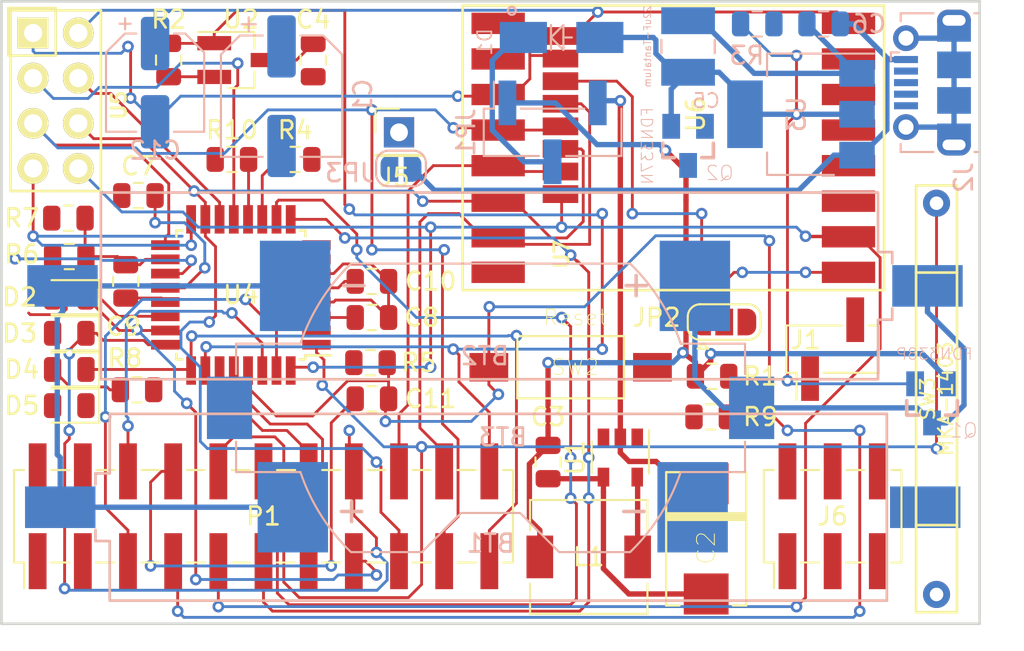
<source format=kicad_pcb>
(kicad_pcb (version 20171130) (host pcbnew 5.0.2-bee76a0~70~ubuntu18.04.1)

  (general
    (thickness 1.6)
    (drawings 4)
    (tracks 624)
    (zones 0)
    (modules 51)
    (nets 58)
  )

  (page A4)
  (layers
    (0 F.Cu signal)
    (31 B.Cu signal)
    (32 B.Adhes user)
    (33 F.Adhes user)
    (34 B.Paste user)
    (35 F.Paste user)
    (36 B.SilkS user)
    (37 F.SilkS user)
    (38 B.Mask user)
    (39 F.Mask user)
    (40 Dwgs.User user)
    (41 Cmts.User user)
    (42 Eco1.User user)
    (43 Eco2.User user)
    (44 Edge.Cuts user)
    (45 Margin user)
    (46 B.CrtYd user)
    (47 F.CrtYd user)
    (48 B.Fab user)
    (49 F.Fab user)
  )

  (setup
    (last_trace_width 0.16)
    (user_trace_width 0.3)
    (trace_clearance 0.2)
    (zone_clearance 0.508)
    (zone_45_only no)
    (trace_min 0.16)
    (segment_width 0.2)
    (edge_width 0.15)
    (via_size 0.65)
    (via_drill 0.35)
    (via_min_size 0.65)
    (via_min_drill 0.35)
    (uvia_size 0.65)
    (uvia_drill 0.35)
    (uvias_allowed no)
    (uvia_min_size 0.2)
    (uvia_min_drill 0.1)
    (pcb_text_width 0.3)
    (pcb_text_size 1.5 1.5)
    (mod_edge_width 0.15)
    (mod_text_size 1 1)
    (mod_text_width 0.15)
    (pad_size 1.524 1.524)
    (pad_drill 0.762)
    (pad_to_mask_clearance 0.049)
    (solder_mask_min_width 0.1)
    (aux_axis_origin 0 0)
    (visible_elements FFFFFF7F)
    (pcbplotparams
      (layerselection 0x010fc_ffffffff)
      (usegerberextensions false)
      (usegerberattributes false)
      (usegerberadvancedattributes false)
      (creategerberjobfile false)
      (excludeedgelayer true)
      (linewidth 0.100000)
      (plotframeref false)
      (viasonmask false)
      (mode 1)
      (useauxorigin false)
      (hpglpennumber 1)
      (hpglpenspeed 20)
      (hpglpendiameter 15.000000)
      (psnegative false)
      (psa4output false)
      (plotreference true)
      (plotvalue true)
      (plotinvisibletext false)
      (padsonsilk false)
      (subtractmaskfromsilk false)
      (outputformat 1)
      (mirror false)
      (drillshape 1)
      (scaleselection 1)
      (outputdirectory ""))
  )

  (net 0 "")
  (net 1 "Net-(JP2-Pad2)")
  (net 2 D2)
  (net 3 "Net-(U7-Pad3)")
  (net 4 "Net-(U7-Pad4)")
  (net 5 "Net-(U7-Pad5)")
  (net 6 "Net-(U7-Pad6)")
  (net 7 "Net-(U7-Pad7)")
  (net 8 VCC)
  (net 9 GND)
  (net 10 "Net-(J5-Pad1)")
  (net 11 SCK)
  (net 12 MISO)
  (net 13 MOSI)
  (net 14 NSS)
  (net 15 "Net-(U7-Pad16)")
  (net 16 D9)
  (net 17 +3.3V)
  (net 18 "Net-(BT1-Pad1)")
  (net 19 "Net-(BT2-Pad2)")
  (net 20 RESET)
  (net 21 "Net-(D2-Pad2)")
  (net 22 Ext-Pwr-Sense)
  (net 23 A3)
  (net 24 "Net-(D3-Pad2)")
  (net 25 "Net-(D4-Pad2)")
  (net 26 "Net-(J6-Pad1)")
  (net 27 "Net-(D5-Pad2)")
  (net 28 D5)
  (net 29 "Net-(C3-Pad2)")
  (net 30 "Net-(J6-Pad3)")
  (net 31 "Net-(J6-Pad4)")
  (net 32 "Net-(U1-Pad3)")
  (net 33 "Net-(L1-Pad2)")
  (net 34 Vin)
  (net 35 D3)
  (net 36 D4)
  (net 37 "Net-(U4-Pad7)")
  (net 38 "Net-(U4-Pad8)")
  (net 39 D6)
  (net 40 D8)
  (net 41 A6)
  (net 42 "Net-(C7-Pad1)")
  (net 43 A7)
  (net 44 A0)
  (net 45 A1)
  (net 46 A2)
  (net 47 A4-SDA)
  (net 48 A5-SCL)
  (net 49 D0-RXD)
  (net 50 D1-TXD)
  (net 51 "Net-(J2-Pad6)")
  (net 52 "Net-(J2-Pad2)")
  (net 53 "Net-(J2-Pad4)")
  (net 54 "Net-(J2-Pad3)")
  (net 55 DTR)
  (net 56 "Net-(C5-Pad1)")
  (net 57 "Net-(C6-Pad1)")

  (net_class Default "This is the default net class."
    (clearance 0.2)
    (trace_width 0.16)
    (via_dia 0.65)
    (via_drill 0.35)
    (uvia_dia 0.65)
    (uvia_drill 0.35)
    (add_net +3.3V)
    (add_net A0)
    (add_net A1)
    (add_net A2)
    (add_net A3)
    (add_net A4-SDA)
    (add_net A5-SCL)
    (add_net A6)
    (add_net A7)
    (add_net D0-RXD)
    (add_net D1-TXD)
    (add_net D2)
    (add_net D3)
    (add_net D4)
    (add_net D5)
    (add_net D6)
    (add_net D8)
    (add_net D9)
    (add_net DTR)
    (add_net Ext-Pwr-Sense)
    (add_net GND)
    (add_net MISO)
    (add_net MOSI)
    (add_net NSS)
    (add_net "Net-(BT1-Pad1)")
    (add_net "Net-(BT2-Pad2)")
    (add_net "Net-(C3-Pad2)")
    (add_net "Net-(C5-Pad1)")
    (add_net "Net-(C6-Pad1)")
    (add_net "Net-(C7-Pad1)")
    (add_net "Net-(D2-Pad2)")
    (add_net "Net-(D3-Pad2)")
    (add_net "Net-(D4-Pad2)")
    (add_net "Net-(D5-Pad2)")
    (add_net "Net-(J2-Pad2)")
    (add_net "Net-(J2-Pad3)")
    (add_net "Net-(J2-Pad4)")
    (add_net "Net-(J2-Pad6)")
    (add_net "Net-(J5-Pad1)")
    (add_net "Net-(J6-Pad1)")
    (add_net "Net-(J6-Pad3)")
    (add_net "Net-(J6-Pad4)")
    (add_net "Net-(JP2-Pad2)")
    (add_net "Net-(L1-Pad2)")
    (add_net "Net-(U1-Pad3)")
    (add_net "Net-(U4-Pad7)")
    (add_net "Net-(U4-Pad8)")
    (add_net "Net-(U7-Pad16)")
    (add_net "Net-(U7-Pad3)")
    (add_net "Net-(U7-Pad4)")
    (add_net "Net-(U7-Pad5)")
    (add_net "Net-(U7-Pad6)")
    (add_net "Net-(U7-Pad7)")
    (add_net RESET)
    (add_net SCK)
    (add_net VCC)
    (add_net Vin)
  )

  (module switches:Reed-MKA-14103-EXT-SILK (layer F.Cu) (tedit 5D98AC45) (tstamp 5DD39DFE)
    (at 184.658 95.758 270)
    (path /5D9B2E76)
    (fp_text reference SW3 (at 0 0.5 270) (layer F.SilkS)
      (effects (font (size 0.8 0.8) (thickness 0.12)))
    )
    (fp_text value SW_Reed (at 0 -0.5 270) (layer F.Fab)
      (effects (font (size 1 1) (thickness 0.15)))
    )
    (fp_line (start -12 -1.15) (end -12 1.15) (layer F.CrtYd) (width 0.15))
    (fp_line (start 12 -1.15) (end 12 1.15) (layer F.CrtYd) (width 0.15))
    (fp_line (start -12 -1.15) (end 12 -1.15) (layer F.CrtYd) (width 0.15))
    (fp_line (start -12 1.15) (end 12 1.15) (layer F.CrtYd) (width 0.15))
    (fp_line (start -7.1 -1.15) (end -7.1 1.15) (layer F.SilkS) (width 0.15))
    (fp_line (start 7.1 -1.15) (end 7.1 1.15) (layer F.SilkS) (width 0.15))
    (fp_line (start -12 1.15) (end 12 1.15) (layer F.SilkS) (width 0.15))
    (fp_line (start -12 -1.15) (end 12 -1.15) (layer F.SilkS) (width 0.15))
    (fp_text user MKA-1403 (at 0 -0.508 270) (layer F.SilkS)
      (effects (font (size 0.8 0.8) (thickness 0.12)))
    )
    (fp_line (start 12 1.15) (end 12 -1.15) (layer F.SilkS) (width 0.15))
    (fp_line (start -12 1.15) (end -12 -1.15) (layer F.SilkS) (width 0.15))
    (pad 1 thru_hole circle (at -11 0 270) (size 1.524 1.524) (drill 0.762) (layers *.Cu *.Mask)
      (net 35 D3))
    (pad 2 thru_hole circle (at 11 0 270) (size 1.524 1.524) (drill 0.762) (layers *.Cu *.Mask)
      (net 9 GND))
  )

  (module Jumper:SolderJumper-2_P1.3mm_Open_RoundedPad1.0x1.5mm (layer B.Cu) (tedit 5B391E66) (tstamp 5DBC5E93)
    (at 154.544 82.804)
    (descr "SMD Solder Jumper, 1x1.5mm, rounded Pads, 0.3mm gap, open")
    (tags "solder jumper open")
    (path /5D9C3028)
    (attr virtual)
    (fp_text reference JP3 (at -2.906 0.254) (layer B.SilkS)
      (effects (font (size 1 1) (thickness 0.15)) (justify mirror))
    )
    (fp_text value Jumper_2_Open (at 0 -1.9) (layer B.Fab)
      (effects (font (size 1 1) (thickness 0.15)) (justify mirror))
    )
    (fp_arc (start 0.7 0.3) (end 1.4 0.3) (angle 90) (layer B.SilkS) (width 0.12))
    (fp_arc (start 0.7 -0.3) (end 0.7 -1) (angle 90) (layer B.SilkS) (width 0.12))
    (fp_arc (start -0.7 -0.3) (end -1.4 -0.3) (angle 90) (layer B.SilkS) (width 0.12))
    (fp_arc (start -0.7 0.3) (end -0.7 1) (angle 90) (layer B.SilkS) (width 0.12))
    (fp_line (start -1.4 -0.3) (end -1.4 0.3) (layer B.SilkS) (width 0.12))
    (fp_line (start 0.7 -1) (end -0.7 -1) (layer B.SilkS) (width 0.12))
    (fp_line (start 1.4 0.3) (end 1.4 -0.3) (layer B.SilkS) (width 0.12))
    (fp_line (start -0.7 1) (end 0.7 1) (layer B.SilkS) (width 0.12))
    (fp_line (start -1.65 1.25) (end 1.65 1.25) (layer B.CrtYd) (width 0.05))
    (fp_line (start -1.65 1.25) (end -1.65 -1.25) (layer B.CrtYd) (width 0.05))
    (fp_line (start 1.65 -1.25) (end 1.65 1.25) (layer B.CrtYd) (width 0.05))
    (fp_line (start 1.65 -1.25) (end -1.65 -1.25) (layer B.CrtYd) (width 0.05))
    (pad 1 smd custom (at -0.65 0) (size 1 0.5) (layers B.Cu B.Mask)
      (net 34 Vin) (zone_connect 0)
      (options (clearance outline) (anchor rect))
      (primitives
        (gr_circle (center 0 -0.25) (end 0.5 -0.25) (width 0))
        (gr_circle (center 0 0.25) (end 0.5 0.25) (width 0))
        (gr_poly (pts
           (xy 0 0.75) (xy 0.5 0.75) (xy 0.5 -0.75) (xy 0 -0.75)) (width 0))
      ))
    (pad 2 smd custom (at 0.65 0) (size 1 0.5) (layers B.Cu B.Mask)
      (net 57 "Net-(C6-Pad1)") (zone_connect 0)
      (options (clearance outline) (anchor rect))
      (primitives
        (gr_circle (center 0 -0.25) (end 0.5 -0.25) (width 0))
        (gr_circle (center 0 0.25) (end 0.5 0.25) (width 0))
        (gr_poly (pts
           (xy 0 0.75) (xy -0.5 0.75) (xy -0.5 -0.75) (xy 0 -0.75)) (width 0))
      ))
  )

  (module Jumper:SolderJumper-3_P1.3mm_Open_RoundedPad1.0x1.5mm (layer F.Cu) (tedit 5B391EB7) (tstamp 5DBC5E6D)
    (at 172.72 91.44)
    (descr "SMD Solder 3-pad Jumper, 1x1.5mm rounded Pads, 0.3mm gap, open")
    (tags "solder jumper open")
    (path /5D28520E)
    (attr virtual)
    (fp_text reference JP2 (at -3.81 -0.254) (layer F.SilkS)
      (effects (font (size 1 1) (thickness 0.15)))
    )
    (fp_text value Radio-rst (at 0 1.9) (layer F.Fab)
      (effects (font (size 1 1) (thickness 0.15)))
    )
    (fp_line (start -1.2 1.2) (end -0.9 1.5) (layer F.SilkS) (width 0.12))
    (fp_line (start -1.5 1.5) (end -0.9 1.5) (layer F.SilkS) (width 0.12))
    (fp_line (start -1.2 1.2) (end -1.5 1.5) (layer F.SilkS) (width 0.12))
    (fp_line (start -2.05 0.3) (end -2.05 -0.3) (layer F.SilkS) (width 0.12))
    (fp_line (start 1.4 1) (end -1.4 1) (layer F.SilkS) (width 0.12))
    (fp_line (start 2.05 -0.3) (end 2.05 0.3) (layer F.SilkS) (width 0.12))
    (fp_line (start -1.4 -1) (end 1.4 -1) (layer F.SilkS) (width 0.12))
    (fp_line (start -2.3 -1.25) (end 2.3 -1.25) (layer F.CrtYd) (width 0.05))
    (fp_line (start -2.3 -1.25) (end -2.3 1.25) (layer F.CrtYd) (width 0.05))
    (fp_line (start 2.3 1.25) (end 2.3 -1.25) (layer F.CrtYd) (width 0.05))
    (fp_line (start 2.3 1.25) (end -2.3 1.25) (layer F.CrtYd) (width 0.05))
    (fp_arc (start 1.35 -0.3) (end 2.05 -0.3) (angle -90) (layer F.SilkS) (width 0.12))
    (fp_arc (start 1.35 0.3) (end 1.35 1) (angle -90) (layer F.SilkS) (width 0.12))
    (fp_arc (start -1.35 0.3) (end -2.05 0.3) (angle -90) (layer F.SilkS) (width 0.12))
    (fp_arc (start -1.35 -0.3) (end -1.35 -1) (angle -90) (layer F.SilkS) (width 0.12))
    (pad 1 smd custom (at -1.3 0) (size 1 0.5) (layers F.Cu F.Mask)
      (net 16 D9) (zone_connect 0)
      (options (clearance outline) (anchor rect))
      (primitives
        (gr_circle (center 0 0.25) (end 0.5 0.25) (width 0))
        (gr_circle (center 0 -0.25) (end 0.5 -0.25) (width 0))
        (gr_poly (pts
           (xy 0.55 -0.75) (xy 0 -0.75) (xy 0 0.75) (xy 0.55 0.75)) (width 0))
      ))
    (pad 3 smd custom (at 1.3 0) (size 1 0.5) (layers F.Cu F.Mask)
      (net 9 GND) (zone_connect 0)
      (options (clearance outline) (anchor rect))
      (primitives
        (gr_circle (center 0 0.25) (end 0.5 0.25) (width 0))
        (gr_circle (center 0 -0.25) (end 0.5 -0.25) (width 0))
        (gr_poly (pts
           (xy -0.55 -0.75) (xy 0 -0.75) (xy 0 0.75) (xy -0.55 0.75)) (width 0))
      ))
    (pad 2 smd rect (at 0 0) (size 1 1.5) (layers F.Cu F.Mask)
      (net 1 "Net-(JP2-Pad2)"))
  )

  (module Connector_PinHeader_2.54mm:PinHeader_2x11_P2.54mm_Vertical_SMD (layer F.Cu) (tedit 59FED5CC) (tstamp 5DB08828)
    (at 146.812 102.362 90)
    (descr "surface-mounted straight pin header, 2x11, 2.54mm pitch, double rows")
    (tags "Surface mounted pin header SMD 2x11 2.54mm double row")
    (path /5D989669)
    (attr smd)
    (fp_text reference P1 (at 0 0 180) (layer F.SilkS)
      (effects (font (size 1 1) (thickness 0.15)))
    )
    (fp_text value MYSX_2.6 (at 0 15.03 90) (layer F.Fab)
      (effects (font (size 1 1) (thickness 0.15)))
    )
    (fp_line (start 2.54 13.97) (end -2.54 13.97) (layer F.Fab) (width 0.1))
    (fp_line (start -1.59 -13.97) (end 2.54 -13.97) (layer F.Fab) (width 0.1))
    (fp_line (start -2.54 13.97) (end -2.54 -13.02) (layer F.Fab) (width 0.1))
    (fp_line (start -2.54 -13.02) (end -1.59 -13.97) (layer F.Fab) (width 0.1))
    (fp_line (start 2.54 -13.97) (end 2.54 13.97) (layer F.Fab) (width 0.1))
    (fp_line (start -2.54 -13.02) (end -3.6 -13.02) (layer F.Fab) (width 0.1))
    (fp_line (start -3.6 -13.02) (end -3.6 -12.38) (layer F.Fab) (width 0.1))
    (fp_line (start -3.6 -12.38) (end -2.54 -12.38) (layer F.Fab) (width 0.1))
    (fp_line (start 2.54 -13.02) (end 3.6 -13.02) (layer F.Fab) (width 0.1))
    (fp_line (start 3.6 -13.02) (end 3.6 -12.38) (layer F.Fab) (width 0.1))
    (fp_line (start 3.6 -12.38) (end 2.54 -12.38) (layer F.Fab) (width 0.1))
    (fp_line (start -2.54 -10.48) (end -3.6 -10.48) (layer F.Fab) (width 0.1))
    (fp_line (start -3.6 -10.48) (end -3.6 -9.84) (layer F.Fab) (width 0.1))
    (fp_line (start -3.6 -9.84) (end -2.54 -9.84) (layer F.Fab) (width 0.1))
    (fp_line (start 2.54 -10.48) (end 3.6 -10.48) (layer F.Fab) (width 0.1))
    (fp_line (start 3.6 -10.48) (end 3.6 -9.84) (layer F.Fab) (width 0.1))
    (fp_line (start 3.6 -9.84) (end 2.54 -9.84) (layer F.Fab) (width 0.1))
    (fp_line (start -2.54 -7.94) (end -3.6 -7.94) (layer F.Fab) (width 0.1))
    (fp_line (start -3.6 -7.94) (end -3.6 -7.3) (layer F.Fab) (width 0.1))
    (fp_line (start -3.6 -7.3) (end -2.54 -7.3) (layer F.Fab) (width 0.1))
    (fp_line (start 2.54 -7.94) (end 3.6 -7.94) (layer F.Fab) (width 0.1))
    (fp_line (start 3.6 -7.94) (end 3.6 -7.3) (layer F.Fab) (width 0.1))
    (fp_line (start 3.6 -7.3) (end 2.54 -7.3) (layer F.Fab) (width 0.1))
    (fp_line (start -2.54 -5.4) (end -3.6 -5.4) (layer F.Fab) (width 0.1))
    (fp_line (start -3.6 -5.4) (end -3.6 -4.76) (layer F.Fab) (width 0.1))
    (fp_line (start -3.6 -4.76) (end -2.54 -4.76) (layer F.Fab) (width 0.1))
    (fp_line (start 2.54 -5.4) (end 3.6 -5.4) (layer F.Fab) (width 0.1))
    (fp_line (start 3.6 -5.4) (end 3.6 -4.76) (layer F.Fab) (width 0.1))
    (fp_line (start 3.6 -4.76) (end 2.54 -4.76) (layer F.Fab) (width 0.1))
    (fp_line (start -2.54 -2.86) (end -3.6 -2.86) (layer F.Fab) (width 0.1))
    (fp_line (start -3.6 -2.86) (end -3.6 -2.22) (layer F.Fab) (width 0.1))
    (fp_line (start -3.6 -2.22) (end -2.54 -2.22) (layer F.Fab) (width 0.1))
    (fp_line (start 2.54 -2.86) (end 3.6 -2.86) (layer F.Fab) (width 0.1))
    (fp_line (start 3.6 -2.86) (end 3.6 -2.22) (layer F.Fab) (width 0.1))
    (fp_line (start 3.6 -2.22) (end 2.54 -2.22) (layer F.Fab) (width 0.1))
    (fp_line (start -2.54 -0.32) (end -3.6 -0.32) (layer F.Fab) (width 0.1))
    (fp_line (start -3.6 -0.32) (end -3.6 0.32) (layer F.Fab) (width 0.1))
    (fp_line (start -3.6 0.32) (end -2.54 0.32) (layer F.Fab) (width 0.1))
    (fp_line (start 2.54 -0.32) (end 3.6 -0.32) (layer F.Fab) (width 0.1))
    (fp_line (start 3.6 -0.32) (end 3.6 0.32) (layer F.Fab) (width 0.1))
    (fp_line (start 3.6 0.32) (end 2.54 0.32) (layer F.Fab) (width 0.1))
    (fp_line (start -2.54 2.22) (end -3.6 2.22) (layer F.Fab) (width 0.1))
    (fp_line (start -3.6 2.22) (end -3.6 2.86) (layer F.Fab) (width 0.1))
    (fp_line (start -3.6 2.86) (end -2.54 2.86) (layer F.Fab) (width 0.1))
    (fp_line (start 2.54 2.22) (end 3.6 2.22) (layer F.Fab) (width 0.1))
    (fp_line (start 3.6 2.22) (end 3.6 2.86) (layer F.Fab) (width 0.1))
    (fp_line (start 3.6 2.86) (end 2.54 2.86) (layer F.Fab) (width 0.1))
    (fp_line (start -2.54 4.76) (end -3.6 4.76) (layer F.Fab) (width 0.1))
    (fp_line (start -3.6 4.76) (end -3.6 5.4) (layer F.Fab) (width 0.1))
    (fp_line (start -3.6 5.4) (end -2.54 5.4) (layer F.Fab) (width 0.1))
    (fp_line (start 2.54 4.76) (end 3.6 4.76) (layer F.Fab) (width 0.1))
    (fp_line (start 3.6 4.76) (end 3.6 5.4) (layer F.Fab) (width 0.1))
    (fp_line (start 3.6 5.4) (end 2.54 5.4) (layer F.Fab) (width 0.1))
    (fp_line (start -2.54 7.3) (end -3.6 7.3) (layer F.Fab) (width 0.1))
    (fp_line (start -3.6 7.3) (end -3.6 7.94) (layer F.Fab) (width 0.1))
    (fp_line (start -3.6 7.94) (end -2.54 7.94) (layer F.Fab) (width 0.1))
    (fp_line (start 2.54 7.3) (end 3.6 7.3) (layer F.Fab) (width 0.1))
    (fp_line (start 3.6 7.3) (end 3.6 7.94) (layer F.Fab) (width 0.1))
    (fp_line (start 3.6 7.94) (end 2.54 7.94) (layer F.Fab) (width 0.1))
    (fp_line (start -2.54 9.84) (end -3.6 9.84) (layer F.Fab) (width 0.1))
    (fp_line (start -3.6 9.84) (end -3.6 10.48) (layer F.Fab) (width 0.1))
    (fp_line (start -3.6 10.48) (end -2.54 10.48) (layer F.Fab) (width 0.1))
    (fp_line (start 2.54 9.84) (end 3.6 9.84) (layer F.Fab) (width 0.1))
    (fp_line (start 3.6 9.84) (end 3.6 10.48) (layer F.Fab) (width 0.1))
    (fp_line (start 3.6 10.48) (end 2.54 10.48) (layer F.Fab) (width 0.1))
    (fp_line (start -2.54 12.38) (end -3.6 12.38) (layer F.Fab) (width 0.1))
    (fp_line (start -3.6 12.38) (end -3.6 13.02) (layer F.Fab) (width 0.1))
    (fp_line (start -3.6 13.02) (end -2.54 13.02) (layer F.Fab) (width 0.1))
    (fp_line (start 2.54 12.38) (end 3.6 12.38) (layer F.Fab) (width 0.1))
    (fp_line (start 3.6 12.38) (end 3.6 13.02) (layer F.Fab) (width 0.1))
    (fp_line (start 3.6 13.02) (end 2.54 13.02) (layer F.Fab) (width 0.1))
    (fp_line (start -2.6 -14.03) (end 2.6 -14.03) (layer F.SilkS) (width 0.12))
    (fp_line (start -2.6 14.03) (end 2.6 14.03) (layer F.SilkS) (width 0.12))
    (fp_line (start -4.04 -13.46) (end -2.6 -13.46) (layer F.SilkS) (width 0.12))
    (fp_line (start -2.6 -14.03) (end -2.6 -13.46) (layer F.SilkS) (width 0.12))
    (fp_line (start 2.6 -14.03) (end 2.6 -13.46) (layer F.SilkS) (width 0.12))
    (fp_line (start -2.6 13.46) (end -2.6 14.03) (layer F.SilkS) (width 0.12))
    (fp_line (start 2.6 13.46) (end 2.6 14.03) (layer F.SilkS) (width 0.12))
    (fp_line (start -2.6 -11.94) (end -2.6 -10.92) (layer F.SilkS) (width 0.12))
    (fp_line (start 2.6 -11.94) (end 2.6 -10.92) (layer F.SilkS) (width 0.12))
    (fp_line (start -2.6 -9.4) (end -2.6 -8.38) (layer F.SilkS) (width 0.12))
    (fp_line (start 2.6 -9.4) (end 2.6 -8.38) (layer F.SilkS) (width 0.12))
    (fp_line (start -2.6 -6.86) (end -2.6 -5.84) (layer F.SilkS) (width 0.12))
    (fp_line (start 2.6 -6.86) (end 2.6 -5.84) (layer F.SilkS) (width 0.12))
    (fp_line (start -2.6 -4.32) (end -2.6 -3.3) (layer F.SilkS) (width 0.12))
    (fp_line (start 2.6 -4.32) (end 2.6 -3.3) (layer F.SilkS) (width 0.12))
    (fp_line (start -2.6 -1.78) (end -2.6 -0.76) (layer F.SilkS) (width 0.12))
    (fp_line (start 2.6 -1.78) (end 2.6 -0.76) (layer F.SilkS) (width 0.12))
    (fp_line (start -2.6 0.76) (end -2.6 1.78) (layer F.SilkS) (width 0.12))
    (fp_line (start 2.6 0.76) (end 2.6 1.78) (layer F.SilkS) (width 0.12))
    (fp_line (start -2.6 3.3) (end -2.6 4.32) (layer F.SilkS) (width 0.12))
    (fp_line (start 2.6 3.3) (end 2.6 4.32) (layer F.SilkS) (width 0.12))
    (fp_line (start -2.6 5.84) (end -2.6 6.86) (layer F.SilkS) (width 0.12))
    (fp_line (start 2.6 5.84) (end 2.6 6.86) (layer F.SilkS) (width 0.12))
    (fp_line (start -2.6 8.38) (end -2.6 9.4) (layer F.SilkS) (width 0.12))
    (fp_line (start 2.6 8.38) (end 2.6 9.4) (layer F.SilkS) (width 0.12))
    (fp_line (start -2.6 10.92) (end -2.6 11.94) (layer F.SilkS) (width 0.12))
    (fp_line (start 2.6 10.92) (end 2.6 11.94) (layer F.SilkS) (width 0.12))
    (fp_line (start -5.9 -14.5) (end -5.9 14.5) (layer F.CrtYd) (width 0.05))
    (fp_line (start -5.9 14.5) (end 5.9 14.5) (layer F.CrtYd) (width 0.05))
    (fp_line (start 5.9 14.5) (end 5.9 -14.5) (layer F.CrtYd) (width 0.05))
    (fp_line (start 5.9 -14.5) (end -5.9 -14.5) (layer F.CrtYd) (width 0.05))
    (fp_text user %R (at 0 0 180) (layer F.Fab)
      (effects (font (size 1 1) (thickness 0.15)))
    )
    (pad 1 smd rect (at -2.525 -12.7 90) (size 3.15 1) (layers F.Cu F.Paste F.Mask)
      (net 34 Vin))
    (pad 2 smd rect (at 2.525 -12.7 90) (size 3.15 1) (layers F.Cu F.Paste F.Mask)
      (net 17 +3.3V))
    (pad 3 smd rect (at -2.525 -10.16 90) (size 3.15 1) (layers F.Cu F.Paste F.Mask)
      (net 8 VCC))
    (pad 4 smd rect (at 2.525 -10.16 90) (size 3.15 1) (layers F.Cu F.Paste F.Mask)
      (net 9 GND))
    (pad 5 smd rect (at -2.525 -7.62 90) (size 3.15 1) (layers F.Cu F.Paste F.Mask)
      (net 50 D1-TXD))
    (pad 6 smd rect (at 2.525 -7.62 90) (size 3.15 1) (layers F.Cu F.Paste F.Mask)
      (net 49 D0-RXD))
    (pad 7 smd rect (at -2.525 -5.08 90) (size 3.15 1) (layers F.Cu F.Paste F.Mask)
      (net 20 RESET))
    (pad 8 smd rect (at 2.525 -5.08 90) (size 3.15 1) (layers F.Cu F.Paste F.Mask)
      (net 55 DTR))
    (pad 9 smd rect (at -2.525 -2.54 90) (size 3.15 1) (layers F.Cu F.Paste F.Mask)
      (net 2 D2))
    (pad 10 smd rect (at 2.525 -2.54 90) (size 3.15 1) (layers F.Cu F.Paste F.Mask)
      (net 35 D3))
    (pad 11 smd rect (at -2.525 0 90) (size 3.15 1) (layers F.Cu F.Paste F.Mask)
      (net 28 D5))
    (pad 12 smd rect (at 2.525 0 90) (size 3.15 1) (layers F.Cu F.Paste F.Mask)
      (net 39 D6))
    (pad 13 smd rect (at -2.525 2.54 90) (size 3.15 1) (layers F.Cu F.Paste F.Mask)
      (net 48 A5-SCL))
    (pad 14 smd rect (at 2.525 2.54 90) (size 3.15 1) (layers F.Cu F.Paste F.Mask)
      (net 47 A4-SDA))
    (pad 15 smd rect (at -2.525 5.08 90) (size 3.15 1) (layers F.Cu F.Paste F.Mask)
      (net 44 A0))
    (pad 16 smd rect (at 2.525 5.08 90) (size 3.15 1) (layers F.Cu F.Paste F.Mask)
      (net 45 A1))
    (pad 17 smd rect (at -2.525 7.62 90) (size 3.15 1) (layers F.Cu F.Paste F.Mask)
      (net 13 MOSI))
    (pad 18 smd rect (at 2.525 7.62 90) (size 3.15 1) (layers F.Cu F.Paste F.Mask)
      (net 12 MISO))
    (pad 19 smd rect (at -2.525 10.16 90) (size 3.15 1) (layers F.Cu F.Paste F.Mask)
      (net 11 SCK))
    (pad 20 smd rect (at 2.525 10.16 90) (size 3.15 1) (layers F.Cu F.Paste F.Mask)
      (net 14 NSS))
    (pad 21 smd rect (at -2.525 12.7 90) (size 3.15 1) (layers F.Cu F.Paste F.Mask)
      (net 46 A2))
    (pad 22 smd rect (at 2.525 12.7 90) (size 3.15 1) (layers F.Cu F.Paste F.Mask)
      (net 23 A3))
    (model ${KISYS3DMOD}/Connector_PinHeader_2.54mm.3dshapes/PinHeader_2x11_P2.54mm_Vertical_SMD.wrl
      (at (xyz 0 0 0))
      (scale (xyz 1 1 1))
      (rotate (xyz 0 0 0))
    )
  )

  (module 1437566-3:SW_1437566-3 (layer F.Cu) (tedit 5D98B167) (tstamp 5D9669E4)
    (at 164.084 93.98 180)
    (path /5D235F3E)
    (attr smd)
    (fp_text reference SW2 (at -0.254 0 180) (layer F.SilkS)
      (effects (font (size 0.888425 0.888425) (thickness 0.05)))
    )
    (fp_text value Reset (at -0.254 2.794 180) (layer F.SilkS)
      (effects (font (size 0.887591 0.887591) (thickness 0.05)))
    )
    (fp_line (start -3 -1.75) (end -3 1.75) (layer Dwgs.User) (width 0.127))
    (fp_line (start -3 1.75) (end 3 1.75) (layer Dwgs.User) (width 0.127))
    (fp_line (start 3 1.75) (end 3 -1.75) (layer Dwgs.User) (width 0.127))
    (fp_line (start 3 -1.75) (end -3 -1.75) (layer Dwgs.User) (width 0.127))
    (fp_line (start -3 -1.75) (end -3 1.75) (layer F.SilkS) (width 0.127))
    (fp_line (start -3 1.75) (end 3 1.75) (layer F.SilkS) (width 0.127))
    (fp_line (start 3 1.75) (end 3 -1.75) (layer F.SilkS) (width 0.127))
    (fp_line (start 3 -1.75) (end -3 -1.75) (layer F.SilkS) (width 0.127))
    (fp_line (start -5.815 -2) (end -5.815 2) (layer Eco1.User) (width 0.05))
    (fp_line (start -5.815 2) (end 5.815 2) (layer Eco1.User) (width 0.05))
    (fp_line (start 5.815 2) (end 5.815 -2) (layer Eco1.User) (width 0.05))
    (fp_line (start 5.815 -2) (end -5.815 -2) (layer Eco1.User) (width 0.05))
    (pad 1 smd rect (at -4.6 0 270) (size 1.6 2.18) (layers F.Cu F.Paste F.Mask)
      (net 9 GND))
    (pad 2 smd rect (at 4.6 0 270) (size 1.6 2.18) (layers F.Cu F.Paste F.Mask)
      (net 20 RESET))
  )

  (module Battery:BatteryHolder_Keystone_1058_1x2032 (layer B.Cu) (tedit 589EE147) (tstamp 5D9669D2)
    (at 159.58 96.266 180)
    (descr http://www.keyelco.com/product-pdf.cfm?p=14028)
    (tags "Keystone type 1058 coin cell retainer")
    (path /5D2D4ADE)
    (attr smd)
    (fp_text reference BT1 (at 0 -7.62 180) (layer B.SilkS)
      (effects (font (size 1 1) (thickness 0.15)) (justify mirror))
    )
    (fp_text value CR2032 (at 0 9.398 180) (layer B.Fab)
      (effects (font (size 1 1) (thickness 0.15)) (justify mirror))
    )
    (fp_text user %R (at 0 0 180) (layer B.Fab)
      (effects (font (size 1 1) (thickness 0.15)) (justify mirror))
    )
    (fp_arc (start 0 0) (end 11.06 -4.11) (angle -139.2) (layer B.CrtYd) (width 0.05))
    (fp_arc (start 0 0) (end -11.06 4.11) (angle -139.2) (layer B.CrtYd) (width 0.05))
    (fp_line (start 11.06 -4.11) (end 16.45 -4.11) (layer B.CrtYd) (width 0.05))
    (fp_line (start 16.45 -4.11) (end 16.45 4.11) (layer B.CrtYd) (width 0.05))
    (fp_line (start 16.45 4.11) (end 11.06 4.11) (layer B.CrtYd) (width 0.05))
    (fp_line (start -16.45 4.11) (end -11.06 4.11) (layer B.CrtYd) (width 0.05))
    (fp_line (start -16.45 4.11) (end -16.45 -4.11) (layer B.CrtYd) (width 0.05))
    (fp_line (start -16.45 -4.11) (end -11.06 -4.11) (layer B.CrtYd) (width 0.05))
    (fp_arc (start 0 0) (end -10.692 -3.61) (angle 27.3) (layer B.SilkS) (width 0.12))
    (fp_arc (start 0 0) (end 10.692 3.61) (angle 27.3) (layer B.SilkS) (width 0.12))
    (fp_arc (start 0 0) (end 10.692 -3.61) (angle -27.3) (layer B.SilkS) (width 0.12))
    (fp_arc (start 0 0) (end -10.692 3.61) (angle -27.3) (layer B.SilkS) (width 0.12))
    (fp_line (start -14.31 -1.9) (end -14.31 -3.61) (layer B.SilkS) (width 0.12))
    (fp_line (start -10.692 -3.61) (end -14.31 -3.61) (layer B.SilkS) (width 0.12))
    (fp_line (start -3.86 -8.11) (end -7.8473 -8.11) (layer B.SilkS) (width 0.12))
    (fp_line (start -1.66 -5.91) (end -3.86 -8.11) (layer B.SilkS) (width 0.12))
    (fp_line (start 1.66 -5.91) (end -1.66 -5.91) (layer B.SilkS) (width 0.12))
    (fp_line (start 1.66 -5.91) (end 3.86 -8.11) (layer B.SilkS) (width 0.12))
    (fp_line (start 7.8473 -8.11) (end 3.86 -8.11) (layer B.SilkS) (width 0.12))
    (fp_line (start 14.31 -1.9) (end 14.31 -3.61) (layer B.SilkS) (width 0.12))
    (fp_line (start 14.31 -3.61) (end 10.692 -3.61) (layer B.SilkS) (width 0.12))
    (fp_line (start 10.692 3.61) (end 14.31 3.61) (layer B.SilkS) (width 0.12))
    (fp_line (start 14.31 1.9) (end 14.31 3.61) (layer B.SilkS) (width 0.12))
    (fp_line (start -7.8473 8.11) (end 7.8473 8.11) (layer B.SilkS) (width 0.12))
    (fp_line (start -14.31 1.9) (end -14.31 3.61) (layer B.SilkS) (width 0.12))
    (fp_line (start -14.31 3.61) (end -10.692 3.61) (layer B.SilkS) (width 0.12))
    (fp_arc (start 0 0) (end -10.61275 -3.5) (angle 27.4635) (layer B.Fab) (width 0.1))
    (fp_arc (start 0 0) (end 10.61275 3.5) (angle 27.4635) (layer B.Fab) (width 0.1))
    (fp_arc (start 0 0) (end 10.61275 -3.5) (angle -27.4635) (layer B.Fab) (width 0.1))
    (fp_line (start 14.2 -1.9) (end 14.2 -3.5) (layer B.Fab) (width 0.1))
    (fp_line (start 14.2 -3.5) (end 10.61275 -3.5) (layer B.Fab) (width 0.1))
    (fp_line (start 10.61275 3.5) (end 14.2 3.5) (layer B.Fab) (width 0.1))
    (fp_line (start 14.2 3.5) (end 14.2 1.9) (layer B.Fab) (width 0.1))
    (fp_line (start -14.2 -1.9) (end -14.2 -3.5) (layer B.Fab) (width 0.1))
    (fp_line (start -14.2 -3.5) (end -10.61275 -3.5) (layer B.Fab) (width 0.1))
    (fp_line (start 3.9 -8) (end 7.8026 -8) (layer B.Fab) (width 0.1))
    (fp_line (start 1.7 -5.8) (end 3.9 -8) (layer B.Fab) (width 0.1))
    (fp_line (start -1.7 -5.8) (end -3.9 -8) (layer B.Fab) (width 0.1))
    (fp_line (start -1.7 -5.8) (end 1.7 -5.8) (layer B.Fab) (width 0.1))
    (fp_line (start -14.2 3.5) (end -10.61275 3.5) (layer B.Fab) (width 0.1))
    (fp_line (start -14.2 3.5) (end -14.2 1.9) (layer B.Fab) (width 0.1))
    (fp_line (start -3.9 -8) (end -7.8026 -8) (layer B.Fab) (width 0.1))
    (fp_line (start -7.8026 8) (end 7.8026 8) (layer B.Fab) (width 0.1))
    (fp_arc (start 0 0) (end -10.61275 3.5) (angle -27.4635) (layer B.Fab) (width 0.1))
    (fp_circle (center 0 0) (end 10 0) (layer Dwgs.User) (width 0.15))
    (pad 1 smd rect (at -14.68 0 180) (size 2.54 3.51) (layers B.Cu B.Paste B.Mask)
      (net 18 "Net-(BT1-Pad1)"))
    (pad 2 smd rect (at 14.68 0 180) (size 2.54 3.51) (layers B.Cu B.Paste B.Mask)
      (net 9 GND))
    (model ${KISYS3DMOD}/Battery.3dshapes/BatteryHolder_Keystone_1058_1x2032.wrl
      (at (xyz 0 0 0))
      (scale (xyz 1 1 1))
      (rotate (xyz 0 0 0))
    )
  )

  (module CAPPC3528X210N:CAPPC3528X210N (layer B.Cu) (tedit 5D965E99) (tstamp 5D96699E)
    (at 170.688 75.946 90)
    (path /5D22B965)
    (attr smd)
    (fp_text reference C5 (at -3.048 1.016 180) (layer B.SilkS)
      (effects (font (size 0.8 0.8) (thickness 0.1)) (justify mirror))
    )
    (fp_text value 22uF-Tantalum (at 0 -2.286 90) (layer B.SilkS)
      (effects (font (size 0.393701 0.393701) (thickness 0.05)) (justify mirror))
    )
    (fp_line (start 1.85 -1.5) (end -1.85 -1.5) (layer Eco2.User) (width 0.127))
    (fp_line (start 1.85 1.5) (end -1.85 1.5) (layer Eco2.User) (width 0.127))
    (fp_line (start 1.85 -1.5) (end 1.85 1.5) (layer Eco2.User) (width 0.127))
    (fp_line (start -1.85 -1.5) (end -1.85 1.5) (layer Eco2.User) (width 0.127))
    (fp_line (start -0.37 1.5) (end 0.37 1.5) (layer B.SilkS) (width 0.127))
    (fp_line (start -0.37 -1.5) (end 0.37 -1.5) (layer B.SilkS) (width 0.127))
    (fp_line (start -2.458 -1.75) (end 2.458 -1.75) (layer Eco1.User) (width 0.05))
    (fp_line (start -2.458 1.75) (end 2.458 1.75) (layer Eco1.User) (width 0.05))
    (fp_line (start -2.458 -1.75) (end -2.458 1.75) (layer Eco1.User) (width 0.05))
    (fp_line (start 2.458 -1.75) (end 2.458 1.75) (layer Eco1.User) (width 0.05))
    (pad 1 smd rect (at -1.45 0 90) (size 1.51 3.02) (layers B.Cu B.Paste B.Mask)
      (net 56 "Net-(C5-Pad1)"))
    (pad 2 smd rect (at 1.45 0 90) (size 1.51 3.02) (layers B.Cu B.Paste B.Mask)
      (net 9 GND))
  )

  (module Capacitor_SMD:CP_Elec_5x5.4 (layer B.Cu) (tedit 5BCA39CF) (tstamp 5D96698E)
    (at 140.716 77.978 270)
    (descr "SMD capacitor, aluminum electrolytic, Nichicon, 5.0x5.4mm")
    (tags "capacitor electrolytic")
    (path /5D2DBAA1)
    (attr smd)
    (fp_text reference C12 (at 3.81 0) (layer B.SilkS)
      (effects (font (size 1 1) (thickness 0.15)) (justify mirror))
    )
    (fp_text value 47uF (at 0 -3.7 270) (layer B.Fab)
      (effects (font (size 1 1) (thickness 0.15)) (justify mirror))
    )
    (fp_circle (center 0 0) (end 2.5 0) (layer B.Fab) (width 0.1))
    (fp_line (start 2.65 2.65) (end 2.65 -2.65) (layer B.Fab) (width 0.1))
    (fp_line (start -1.65 2.65) (end 2.65 2.65) (layer B.Fab) (width 0.1))
    (fp_line (start -1.65 -2.65) (end 2.65 -2.65) (layer B.Fab) (width 0.1))
    (fp_line (start -2.65 1.65) (end -2.65 -1.65) (layer B.Fab) (width 0.1))
    (fp_line (start -2.65 1.65) (end -1.65 2.65) (layer B.Fab) (width 0.1))
    (fp_line (start -2.65 -1.65) (end -1.65 -2.65) (layer B.Fab) (width 0.1))
    (fp_line (start -2.033956 1.2) (end -1.533956 1.2) (layer B.Fab) (width 0.1))
    (fp_line (start -1.783956 1.45) (end -1.783956 0.95) (layer B.Fab) (width 0.1))
    (fp_line (start 2.76 -2.76) (end 2.76 -1.06) (layer B.SilkS) (width 0.12))
    (fp_line (start 2.76 2.76) (end 2.76 1.06) (layer B.SilkS) (width 0.12))
    (fp_line (start -1.695563 2.76) (end 2.76 2.76) (layer B.SilkS) (width 0.12))
    (fp_line (start -1.695563 -2.76) (end 2.76 -2.76) (layer B.SilkS) (width 0.12))
    (fp_line (start -2.76 -1.695563) (end -2.76 -1.06) (layer B.SilkS) (width 0.12))
    (fp_line (start -2.76 1.695563) (end -2.76 1.06) (layer B.SilkS) (width 0.12))
    (fp_line (start -2.76 1.695563) (end -1.695563 2.76) (layer B.SilkS) (width 0.12))
    (fp_line (start -2.76 -1.695563) (end -1.695563 -2.76) (layer B.SilkS) (width 0.12))
    (fp_line (start -3.625 1.685) (end -3 1.685) (layer B.SilkS) (width 0.12))
    (fp_line (start -3.3125 1.9975) (end -3.3125 1.3725) (layer B.SilkS) (width 0.12))
    (fp_line (start 2.9 2.9) (end 2.9 1.05) (layer B.CrtYd) (width 0.05))
    (fp_line (start 2.9 1.05) (end 3.95 1.05) (layer B.CrtYd) (width 0.05))
    (fp_line (start 3.95 1.05) (end 3.95 -1.05) (layer B.CrtYd) (width 0.05))
    (fp_line (start 3.95 -1.05) (end 2.9 -1.05) (layer B.CrtYd) (width 0.05))
    (fp_line (start 2.9 -1.05) (end 2.9 -2.9) (layer B.CrtYd) (width 0.05))
    (fp_line (start -1.75 -2.9) (end 2.9 -2.9) (layer B.CrtYd) (width 0.05))
    (fp_line (start -1.75 2.9) (end 2.9 2.9) (layer B.CrtYd) (width 0.05))
    (fp_line (start -2.9 -1.75) (end -1.75 -2.9) (layer B.CrtYd) (width 0.05))
    (fp_line (start -2.9 1.75) (end -1.75 2.9) (layer B.CrtYd) (width 0.05))
    (fp_line (start -2.9 1.75) (end -2.9 1.05) (layer B.CrtYd) (width 0.05))
    (fp_line (start -2.9 -1.05) (end -2.9 -1.75) (layer B.CrtYd) (width 0.05))
    (fp_line (start -2.9 1.05) (end -3.95 1.05) (layer B.CrtYd) (width 0.05))
    (fp_line (start -3.95 1.05) (end -3.95 -1.05) (layer B.CrtYd) (width 0.05))
    (fp_line (start -3.95 -1.05) (end -2.9 -1.05) (layer B.CrtYd) (width 0.05))
    (fp_text user %R (at 0 0 270) (layer B.Fab)
      (effects (font (size 1 1) (thickness 0.15)) (justify mirror))
    )
    (pad 1 smd roundrect (at -2.2 0 270) (size 3 1.6) (layers B.Cu B.Paste B.Mask) (roundrect_rratio 0.15625)
      (net 8 VCC))
    (pad 2 smd roundrect (at 2.2 0 270) (size 3 1.6) (layers B.Cu B.Paste B.Mask) (roundrect_rratio 0.15625)
      (net 9 GND))
    (model ${KISYS3DMOD}/Capacitor_SMD.3dshapes/CP_Elec_5x5.4.wrl
      (at (xyz 0 0 0))
      (scale (xyz 1 1 1))
      (rotate (xyz 0 0 0))
    )
  )

  (module Capacitor_SMD:CP_Elec_6.3x5.4 (layer B.Cu) (tedit 5BCA39D0) (tstamp 5D966966)
    (at 147.828 78.74 270)
    (descr "SMD capacitor, aluminum electrolytic, Panasonic C55, 6.3x5.4mm")
    (tags "capacitor electrolytic")
    (path /5D2E4B33)
    (attr smd)
    (fp_text reference C1 (at 0 -4.572 270) (layer B.SilkS)
      (effects (font (size 1 1) (thickness 0.15)) (justify mirror))
    )
    (fp_text value 100uF (at 0 -4.35 270) (layer B.Fab)
      (effects (font (size 1 1) (thickness 0.15)) (justify mirror))
    )
    (fp_circle (center 0 0) (end 3.15 0) (layer B.Fab) (width 0.1))
    (fp_line (start 3.3 3.3) (end 3.3 -3.3) (layer B.Fab) (width 0.1))
    (fp_line (start -2.3 3.3) (end 3.3 3.3) (layer B.Fab) (width 0.1))
    (fp_line (start -2.3 -3.3) (end 3.3 -3.3) (layer B.Fab) (width 0.1))
    (fp_line (start -3.3 2.3) (end -3.3 -2.3) (layer B.Fab) (width 0.1))
    (fp_line (start -3.3 2.3) (end -2.3 3.3) (layer B.Fab) (width 0.1))
    (fp_line (start -3.3 -2.3) (end -2.3 -3.3) (layer B.Fab) (width 0.1))
    (fp_line (start -2.704838 1.33) (end -2.074838 1.33) (layer B.Fab) (width 0.1))
    (fp_line (start -2.389838 1.645) (end -2.389838 1.015) (layer B.Fab) (width 0.1))
    (fp_line (start 3.41 -3.41) (end 3.41 -1.06) (layer B.SilkS) (width 0.12))
    (fp_line (start 3.41 3.41) (end 3.41 1.06) (layer B.SilkS) (width 0.12))
    (fp_line (start -2.345563 3.41) (end 3.41 3.41) (layer B.SilkS) (width 0.12))
    (fp_line (start -2.345563 -3.41) (end 3.41 -3.41) (layer B.SilkS) (width 0.12))
    (fp_line (start -3.41 -2.345563) (end -3.41 -1.06) (layer B.SilkS) (width 0.12))
    (fp_line (start -3.41 2.345563) (end -3.41 1.06) (layer B.SilkS) (width 0.12))
    (fp_line (start -3.41 2.345563) (end -2.345563 3.41) (layer B.SilkS) (width 0.12))
    (fp_line (start -3.41 -2.345563) (end -2.345563 -3.41) (layer B.SilkS) (width 0.12))
    (fp_line (start -4.4375 1.8475) (end -3.65 1.8475) (layer B.SilkS) (width 0.12))
    (fp_line (start -4.04375 2.24125) (end -4.04375 1.45375) (layer B.SilkS) (width 0.12))
    (fp_line (start 3.55 3.55) (end 3.55 1.05) (layer B.CrtYd) (width 0.05))
    (fp_line (start 3.55 1.05) (end 4.8 1.05) (layer B.CrtYd) (width 0.05))
    (fp_line (start 4.8 1.05) (end 4.8 -1.05) (layer B.CrtYd) (width 0.05))
    (fp_line (start 4.8 -1.05) (end 3.55 -1.05) (layer B.CrtYd) (width 0.05))
    (fp_line (start 3.55 -1.05) (end 3.55 -3.55) (layer B.CrtYd) (width 0.05))
    (fp_line (start -2.4 -3.55) (end 3.55 -3.55) (layer B.CrtYd) (width 0.05))
    (fp_line (start -2.4 3.55) (end 3.55 3.55) (layer B.CrtYd) (width 0.05))
    (fp_line (start -3.55 -2.4) (end -2.4 -3.55) (layer B.CrtYd) (width 0.05))
    (fp_line (start -3.55 2.4) (end -2.4 3.55) (layer B.CrtYd) (width 0.05))
    (fp_line (start -3.55 2.4) (end -3.55 1.05) (layer B.CrtYd) (width 0.05))
    (fp_line (start -3.55 -1.05) (end -3.55 -2.4) (layer B.CrtYd) (width 0.05))
    (fp_line (start -3.55 1.05) (end -4.8 1.05) (layer B.CrtYd) (width 0.05))
    (fp_line (start -4.8 1.05) (end -4.8 -1.05) (layer B.CrtYd) (width 0.05))
    (fp_line (start -4.8 -1.05) (end -3.55 -1.05) (layer B.CrtYd) (width 0.05))
    (fp_text user %R (at 0 0 270) (layer B.Fab)
      (effects (font (size 1 1) (thickness 0.15)) (justify mirror))
    )
    (pad 1 smd roundrect (at -2.8 0 270) (size 3.5 1.6) (layers B.Cu B.Paste B.Mask) (roundrect_rratio 0.15625)
      (net 18 "Net-(BT1-Pad1)"))
    (pad 2 smd roundrect (at 2.8 0 270) (size 3.5 1.6) (layers B.Cu B.Paste B.Mask) (roundrect_rratio 0.15625)
      (net 9 GND))
    (model ${KISYS3DMOD}/Capacitor_SMD.3dshapes/CP_Elec_6.3x5.4.wrl
      (at (xyz 0 0 0))
      (scale (xyz 1 1 1))
      (rotate (xyz 0 0 0))
    )
  )

  (module Capacitor_SMD:C_0805_2012Metric (layer F.Cu) (tedit 5B36C52B) (tstamp 5D96693E)
    (at 162.814 99.314 90)
    (descr "Capacitor SMD 0805 (2012 Metric), square (rectangular) end terminal, IPC_7351 nominal, (Body size source: https://docs.google.com/spreadsheets/d/1BsfQQcO9C6DZCsRaXUlFlo91Tg2WpOkGARC1WS5S8t0/edit?usp=sharing), generated with kicad-footprint-generator")
    (tags capacitor)
    (path /5D25F6AF)
    (attr smd)
    (fp_text reference C3 (at 2.54 0 180) (layer F.SilkS)
      (effects (font (size 1 1) (thickness 0.15)))
    )
    (fp_text value 10uF (at 0 1.65 90) (layer F.Fab)
      (effects (font (size 1 1) (thickness 0.15)))
    )
    (fp_text user %R (at 0 0 90) (layer F.Fab)
      (effects (font (size 0.5 0.5) (thickness 0.08)))
    )
    (fp_line (start 1.68 0.95) (end -1.68 0.95) (layer F.CrtYd) (width 0.05))
    (fp_line (start 1.68 -0.95) (end 1.68 0.95) (layer F.CrtYd) (width 0.05))
    (fp_line (start -1.68 -0.95) (end 1.68 -0.95) (layer F.CrtYd) (width 0.05))
    (fp_line (start -1.68 0.95) (end -1.68 -0.95) (layer F.CrtYd) (width 0.05))
    (fp_line (start -0.258578 0.71) (end 0.258578 0.71) (layer F.SilkS) (width 0.12))
    (fp_line (start -0.258578 -0.71) (end 0.258578 -0.71) (layer F.SilkS) (width 0.12))
    (fp_line (start 1 0.6) (end -1 0.6) (layer F.Fab) (width 0.1))
    (fp_line (start 1 -0.6) (end 1 0.6) (layer F.Fab) (width 0.1))
    (fp_line (start -1 -0.6) (end 1 -0.6) (layer F.Fab) (width 0.1))
    (fp_line (start -1 0.6) (end -1 -0.6) (layer F.Fab) (width 0.1))
    (pad 2 smd roundrect (at 0.9375 0 90) (size 0.975 1.4) (layers F.Cu F.Paste F.Mask) (roundrect_rratio 0.25)
      (net 29 "Net-(C3-Pad2)"))
    (pad 1 smd roundrect (at -0.9375 0 90) (size 0.975 1.4) (layers F.Cu F.Paste F.Mask) (roundrect_rratio 0.25)
      (net 9 GND))
    (model ${KISYS3DMOD}/Capacitor_SMD.3dshapes/C_0805_2012Metric.wrl
      (at (xyz 0 0 0))
      (scale (xyz 1 1 1))
      (rotate (xyz 0 0 0))
    )
  )

  (module Capacitor_SMD:C_0805_2012Metric (layer F.Cu) (tedit 5B36C52B) (tstamp 5D96692D)
    (at 152.908 89.154)
    (descr "Capacitor SMD 0805 (2012 Metric), square (rectangular) end terminal, IPC_7351 nominal, (Body size source: https://docs.google.com/spreadsheets/d/1BsfQQcO9C6DZCsRaXUlFlo91Tg2WpOkGARC1WS5S8t0/edit?usp=sharing), generated with kicad-footprint-generator")
    (tags capacitor)
    (path /5D2D0F0D)
    (attr smd)
    (fp_text reference C10 (at 3.302 0) (layer F.SilkS)
      (effects (font (size 1 1) (thickness 0.15)))
    )
    (fp_text value 0.1uF (at 0 1.65) (layer F.Fab)
      (effects (font (size 1 1) (thickness 0.15)))
    )
    (fp_line (start -1 0.6) (end -1 -0.6) (layer F.Fab) (width 0.1))
    (fp_line (start -1 -0.6) (end 1 -0.6) (layer F.Fab) (width 0.1))
    (fp_line (start 1 -0.6) (end 1 0.6) (layer F.Fab) (width 0.1))
    (fp_line (start 1 0.6) (end -1 0.6) (layer F.Fab) (width 0.1))
    (fp_line (start -0.258578 -0.71) (end 0.258578 -0.71) (layer F.SilkS) (width 0.12))
    (fp_line (start -0.258578 0.71) (end 0.258578 0.71) (layer F.SilkS) (width 0.12))
    (fp_line (start -1.68 0.95) (end -1.68 -0.95) (layer F.CrtYd) (width 0.05))
    (fp_line (start -1.68 -0.95) (end 1.68 -0.95) (layer F.CrtYd) (width 0.05))
    (fp_line (start 1.68 -0.95) (end 1.68 0.95) (layer F.CrtYd) (width 0.05))
    (fp_line (start 1.68 0.95) (end -1.68 0.95) (layer F.CrtYd) (width 0.05))
    (fp_text user %R (at 0 0) (layer F.Fab)
      (effects (font (size 0.5 0.5) (thickness 0.08)))
    )
    (pad 1 smd roundrect (at -0.9375 0) (size 0.975 1.4) (layers F.Cu F.Paste F.Mask) (roundrect_rratio 0.25)
      (net 9 GND))
    (pad 2 smd roundrect (at 0.9375 0) (size 0.975 1.4) (layers F.Cu F.Paste F.Mask) (roundrect_rratio 0.25)
      (net 8 VCC))
    (model ${KISYS3DMOD}/Capacitor_SMD.3dshapes/C_0805_2012Metric.wrl
      (at (xyz 0 0 0))
      (scale (xyz 1 1 1))
      (rotate (xyz 0 0 0))
    )
  )

  (module Capacitor_SMD:C_0805_2012Metric (layer F.Cu) (tedit 5B36C52B) (tstamp 5D96691C)
    (at 139.065 89.154 90)
    (descr "Capacitor SMD 0805 (2012 Metric), square (rectangular) end terminal, IPC_7351 nominal, (Body size source: https://docs.google.com/spreadsheets/d/1BsfQQcO9C6DZCsRaXUlFlo91Tg2WpOkGARC1WS5S8t0/edit?usp=sharing), generated with kicad-footprint-generator")
    (tags capacitor)
    (path /5D22D438)
    (attr smd)
    (fp_text reference C9 (at -2.54 -0.127 180) (layer F.SilkS)
      (effects (font (size 1 1) (thickness 0.15)))
    )
    (fp_text value 0.1uF (at 0 1.65 90) (layer F.Fab)
      (effects (font (size 1 1) (thickness 0.15)))
    )
    (fp_text user %R (at 0 0 90) (layer F.Fab)
      (effects (font (size 0.5 0.5) (thickness 0.08)))
    )
    (fp_line (start 1.68 0.95) (end -1.68 0.95) (layer F.CrtYd) (width 0.05))
    (fp_line (start 1.68 -0.95) (end 1.68 0.95) (layer F.CrtYd) (width 0.05))
    (fp_line (start -1.68 -0.95) (end 1.68 -0.95) (layer F.CrtYd) (width 0.05))
    (fp_line (start -1.68 0.95) (end -1.68 -0.95) (layer F.CrtYd) (width 0.05))
    (fp_line (start -0.258578 0.71) (end 0.258578 0.71) (layer F.SilkS) (width 0.12))
    (fp_line (start -0.258578 -0.71) (end 0.258578 -0.71) (layer F.SilkS) (width 0.12))
    (fp_line (start 1 0.6) (end -1 0.6) (layer F.Fab) (width 0.1))
    (fp_line (start 1 -0.6) (end 1 0.6) (layer F.Fab) (width 0.1))
    (fp_line (start -1 -0.6) (end 1 -0.6) (layer F.Fab) (width 0.1))
    (fp_line (start -1 0.6) (end -1 -0.6) (layer F.Fab) (width 0.1))
    (pad 2 smd roundrect (at 0.9375 0 90) (size 0.975 1.4) (layers F.Cu F.Paste F.Mask) (roundrect_rratio 0.25)
      (net 8 VCC))
    (pad 1 smd roundrect (at -0.9375 0 90) (size 0.975 1.4) (layers F.Cu F.Paste F.Mask) (roundrect_rratio 0.25)
      (net 9 GND))
    (model ${KISYS3DMOD}/Capacitor_SMD.3dshapes/C_0805_2012Metric.wrl
      (at (xyz 0 0 0))
      (scale (xyz 1 1 1))
      (rotate (xyz 0 0 0))
    )
  )

  (module Capacitor_SMD:C_0805_2012Metric (layer F.Cu) (tedit 5B36C52B) (tstamp 5D96690B)
    (at 152.908 91.186)
    (descr "Capacitor SMD 0805 (2012 Metric), square (rectangular) end terminal, IPC_7351 nominal, (Body size source: https://docs.google.com/spreadsheets/d/1BsfQQcO9C6DZCsRaXUlFlo91Tg2WpOkGARC1WS5S8t0/edit?usp=sharing), generated with kicad-footprint-generator")
    (tags capacitor)
    (path /5D22CEA7)
    (attr smd)
    (fp_text reference C8 (at 2.794 0) (layer F.SilkS)
      (effects (font (size 1 1) (thickness 0.15)))
    )
    (fp_text value 0.1uF (at 0 1.65) (layer F.Fab)
      (effects (font (size 1 1) (thickness 0.15)))
    )
    (fp_line (start -1 0.6) (end -1 -0.6) (layer F.Fab) (width 0.1))
    (fp_line (start -1 -0.6) (end 1 -0.6) (layer F.Fab) (width 0.1))
    (fp_line (start 1 -0.6) (end 1 0.6) (layer F.Fab) (width 0.1))
    (fp_line (start 1 0.6) (end -1 0.6) (layer F.Fab) (width 0.1))
    (fp_line (start -0.258578 -0.71) (end 0.258578 -0.71) (layer F.SilkS) (width 0.12))
    (fp_line (start -0.258578 0.71) (end 0.258578 0.71) (layer F.SilkS) (width 0.12))
    (fp_line (start -1.68 0.95) (end -1.68 -0.95) (layer F.CrtYd) (width 0.05))
    (fp_line (start -1.68 -0.95) (end 1.68 -0.95) (layer F.CrtYd) (width 0.05))
    (fp_line (start 1.68 -0.95) (end 1.68 0.95) (layer F.CrtYd) (width 0.05))
    (fp_line (start 1.68 0.95) (end -1.68 0.95) (layer F.CrtYd) (width 0.05))
    (fp_text user %R (at 0 0) (layer F.Fab)
      (effects (font (size 0.5 0.5) (thickness 0.08)))
    )
    (pad 1 smd roundrect (at -0.9375 0) (size 0.975 1.4) (layers F.Cu F.Paste F.Mask) (roundrect_rratio 0.25)
      (net 9 GND))
    (pad 2 smd roundrect (at 0.9375 0) (size 0.975 1.4) (layers F.Cu F.Paste F.Mask) (roundrect_rratio 0.25)
      (net 8 VCC))
    (model ${KISYS3DMOD}/Capacitor_SMD.3dshapes/C_0805_2012Metric.wrl
      (at (xyz 0 0 0))
      (scale (xyz 1 1 1))
      (rotate (xyz 0 0 0))
    )
  )

  (module Capacitor_SMD:C_0805_2012Metric (layer F.Cu) (tedit 5B36C52B) (tstamp 5D9668FA)
    (at 139.7785 84.328 180)
    (descr "Capacitor SMD 0805 (2012 Metric), square (rectangular) end terminal, IPC_7351 nominal, (Body size source: https://docs.google.com/spreadsheets/d/1BsfQQcO9C6DZCsRaXUlFlo91Tg2WpOkGARC1WS5S8t0/edit?usp=sharing), generated with kicad-footprint-generator")
    (tags capacitor)
    (path /5D22DEB9)
    (attr smd)
    (fp_text reference C7 (at 0 1.651 180) (layer F.SilkS)
      (effects (font (size 1 1) (thickness 0.15)))
    )
    (fp_text value 0.1uF (at 0 1.65 180) (layer F.Fab)
      (effects (font (size 1 1) (thickness 0.15)))
    )
    (fp_text user %R (at 0 0 180) (layer F.Fab)
      (effects (font (size 0.5 0.5) (thickness 0.08)))
    )
    (fp_line (start 1.68 0.95) (end -1.68 0.95) (layer F.CrtYd) (width 0.05))
    (fp_line (start 1.68 -0.95) (end 1.68 0.95) (layer F.CrtYd) (width 0.05))
    (fp_line (start -1.68 -0.95) (end 1.68 -0.95) (layer F.CrtYd) (width 0.05))
    (fp_line (start -1.68 0.95) (end -1.68 -0.95) (layer F.CrtYd) (width 0.05))
    (fp_line (start -0.258578 0.71) (end 0.258578 0.71) (layer F.SilkS) (width 0.12))
    (fp_line (start -0.258578 -0.71) (end 0.258578 -0.71) (layer F.SilkS) (width 0.12))
    (fp_line (start 1 0.6) (end -1 0.6) (layer F.Fab) (width 0.1))
    (fp_line (start 1 -0.6) (end 1 0.6) (layer F.Fab) (width 0.1))
    (fp_line (start -1 -0.6) (end 1 -0.6) (layer F.Fab) (width 0.1))
    (fp_line (start -1 0.6) (end -1 -0.6) (layer F.Fab) (width 0.1))
    (pad 2 smd roundrect (at 0.9375 0 180) (size 0.975 1.4) (layers F.Cu F.Paste F.Mask) (roundrect_rratio 0.25)
      (net 9 GND))
    (pad 1 smd roundrect (at -0.9375 0 180) (size 0.975 1.4) (layers F.Cu F.Paste F.Mask) (roundrect_rratio 0.25)
      (net 42 "Net-(C7-Pad1)"))
    (model ${KISYS3DMOD}/Capacitor_SMD.3dshapes/C_0805_2012Metric.wrl
      (at (xyz 0 0 0))
      (scale (xyz 1 1 1))
      (rotate (xyz 0 0 0))
    )
  )

  (module Capacitor_SMD:C_0805_2012Metric (layer B.Cu) (tedit 5B36C52B) (tstamp 5D9668E9)
    (at 178.308 74.676 180)
    (descr "Capacitor SMD 0805 (2012 Metric), square (rectangular) end terminal, IPC_7351 nominal, (Body size source: https://docs.google.com/spreadsheets/d/1BsfQQcO9C6DZCsRaXUlFlo91Tg2WpOkGARC1WS5S8t0/edit?usp=sharing), generated with kicad-footprint-generator")
    (tags capacitor)
    (path /5D22B7D9)
    (attr smd)
    (fp_text reference C6 (at -2.54 0 180) (layer B.SilkS)
      (effects (font (size 1 1) (thickness 0.15)) (justify mirror))
    )
    (fp_text value 10uF (at 0 -1.65 180) (layer B.Fab)
      (effects (font (size 1 1) (thickness 0.15)) (justify mirror))
    )
    (fp_line (start -1 -0.6) (end -1 0.6) (layer B.Fab) (width 0.1))
    (fp_line (start -1 0.6) (end 1 0.6) (layer B.Fab) (width 0.1))
    (fp_line (start 1 0.6) (end 1 -0.6) (layer B.Fab) (width 0.1))
    (fp_line (start 1 -0.6) (end -1 -0.6) (layer B.Fab) (width 0.1))
    (fp_line (start -0.258578 0.71) (end 0.258578 0.71) (layer B.SilkS) (width 0.12))
    (fp_line (start -0.258578 -0.71) (end 0.258578 -0.71) (layer B.SilkS) (width 0.12))
    (fp_line (start -1.68 -0.95) (end -1.68 0.95) (layer B.CrtYd) (width 0.05))
    (fp_line (start -1.68 0.95) (end 1.68 0.95) (layer B.CrtYd) (width 0.05))
    (fp_line (start 1.68 0.95) (end 1.68 -0.95) (layer B.CrtYd) (width 0.05))
    (fp_line (start 1.68 -0.95) (end -1.68 -0.95) (layer B.CrtYd) (width 0.05))
    (fp_text user %R (at 0 0 180) (layer B.Fab)
      (effects (font (size 0.5 0.5) (thickness 0.08)) (justify mirror))
    )
    (pad 1 smd roundrect (at -0.9375 0 180) (size 0.975 1.4) (layers B.Cu B.Paste B.Mask) (roundrect_rratio 0.25)
      (net 57 "Net-(C6-Pad1)"))
    (pad 2 smd roundrect (at 0.9375 0 180) (size 0.975 1.4) (layers B.Cu B.Paste B.Mask) (roundrect_rratio 0.25)
      (net 9 GND))
    (model ${KISYS3DMOD}/Capacitor_SMD.3dshapes/C_0805_2012Metric.wrl
      (at (xyz 0 0 0))
      (scale (xyz 1 1 1))
      (rotate (xyz 0 0 0))
    )
  )

  (module Capacitor_SMD:C_0805_2012Metric (layer F.Cu) (tedit 5B36C52B) (tstamp 5DD444F0)
    (at 149.606 76.708 270)
    (descr "Capacitor SMD 0805 (2012 Metric), square (rectangular) end terminal, IPC_7351 nominal, (Body size source: https://docs.google.com/spreadsheets/d/1BsfQQcO9C6DZCsRaXUlFlo91Tg2WpOkGARC1WS5S8t0/edit?usp=sharing), generated with kicad-footprint-generator")
    (tags capacitor)
    (path /5D274CB5)
    (attr smd)
    (fp_text reference C4 (at -2.286 0) (layer F.SilkS)
      (effects (font (size 1 1) (thickness 0.15)))
    )
    (fp_text value 0.1uF (at 0 1.65 270) (layer F.Fab)
      (effects (font (size 1 1) (thickness 0.15)))
    )
    (fp_text user %R (at 0 0 270) (layer F.Fab)
      (effects (font (size 0.5 0.5) (thickness 0.08)))
    )
    (fp_line (start 1.68 0.95) (end -1.68 0.95) (layer F.CrtYd) (width 0.05))
    (fp_line (start 1.68 -0.95) (end 1.68 0.95) (layer F.CrtYd) (width 0.05))
    (fp_line (start -1.68 -0.95) (end 1.68 -0.95) (layer F.CrtYd) (width 0.05))
    (fp_line (start -1.68 0.95) (end -1.68 -0.95) (layer F.CrtYd) (width 0.05))
    (fp_line (start -0.258578 0.71) (end 0.258578 0.71) (layer F.SilkS) (width 0.12))
    (fp_line (start -0.258578 -0.71) (end 0.258578 -0.71) (layer F.SilkS) (width 0.12))
    (fp_line (start 1 0.6) (end -1 0.6) (layer F.Fab) (width 0.1))
    (fp_line (start 1 -0.6) (end 1 0.6) (layer F.Fab) (width 0.1))
    (fp_line (start -1 -0.6) (end 1 -0.6) (layer F.Fab) (width 0.1))
    (fp_line (start -1 0.6) (end -1 -0.6) (layer F.Fab) (width 0.1))
    (pad 2 smd roundrect (at 0.9375 0 270) (size 0.975 1.4) (layers F.Cu F.Paste F.Mask) (roundrect_rratio 0.25)
      (net 8 VCC))
    (pad 1 smd roundrect (at -0.9375 0 270) (size 0.975 1.4) (layers F.Cu F.Paste F.Mask) (roundrect_rratio 0.25)
      (net 9 GND))
    (model ${KISYS3DMOD}/Capacitor_SMD.3dshapes/C_0805_2012Metric.wrl
      (at (xyz 0 0 0))
      (scale (xyz 1 1 1))
      (rotate (xyz 0 0 0))
    )
  )

  (module Capacitor_SMD:C_0805_2012Metric (layer F.Cu) (tedit 5B36C52B) (tstamp 5D9668C7)
    (at 152.908 95.758 180)
    (descr "Capacitor SMD 0805 (2012 Metric), square (rectangular) end terminal, IPC_7351 nominal, (Body size source: https://docs.google.com/spreadsheets/d/1BsfQQcO9C6DZCsRaXUlFlo91Tg2WpOkGARC1WS5S8t0/edit?usp=sharing), generated with kicad-footprint-generator")
    (tags capacitor)
    (path /5D2358B3)
    (attr smd)
    (fp_text reference C11 (at -3.302 0 180) (layer F.SilkS)
      (effects (font (size 1 1) (thickness 0.15)))
    )
    (fp_text value 0.1uF (at 0 1.65 180) (layer F.Fab)
      (effects (font (size 1 1) (thickness 0.15)))
    )
    (fp_line (start -1 0.6) (end -1 -0.6) (layer F.Fab) (width 0.1))
    (fp_line (start -1 -0.6) (end 1 -0.6) (layer F.Fab) (width 0.1))
    (fp_line (start 1 -0.6) (end 1 0.6) (layer F.Fab) (width 0.1))
    (fp_line (start 1 0.6) (end -1 0.6) (layer F.Fab) (width 0.1))
    (fp_line (start -0.258578 -0.71) (end 0.258578 -0.71) (layer F.SilkS) (width 0.12))
    (fp_line (start -0.258578 0.71) (end 0.258578 0.71) (layer F.SilkS) (width 0.12))
    (fp_line (start -1.68 0.95) (end -1.68 -0.95) (layer F.CrtYd) (width 0.05))
    (fp_line (start -1.68 -0.95) (end 1.68 -0.95) (layer F.CrtYd) (width 0.05))
    (fp_line (start 1.68 -0.95) (end 1.68 0.95) (layer F.CrtYd) (width 0.05))
    (fp_line (start 1.68 0.95) (end -1.68 0.95) (layer F.CrtYd) (width 0.05))
    (fp_text user %R (at 0 0 180) (layer F.Fab)
      (effects (font (size 0.5 0.5) (thickness 0.08)))
    )
    (pad 1 smd roundrect (at -0.9375 0 180) (size 0.975 1.4) (layers F.Cu F.Paste F.Mask) (roundrect_rratio 0.25)
      (net 20 RESET))
    (pad 2 smd roundrect (at 0.9375 0 180) (size 0.975 1.4) (layers F.Cu F.Paste F.Mask) (roundrect_rratio 0.25)
      (net 55 DTR))
    (model ${KISYS3DMOD}/Capacitor_SMD.3dshapes/C_0805_2012Metric.wrl
      (at (xyz 0 0 0))
      (scale (xyz 1 1 1))
      (rotate (xyz 0 0 0))
    )
  )

  (module Connector_PinHeader_2.54mm:PinHeader_1x01_P2.54mm_Vertical (layer F.Cu) (tedit 59FED5CC) (tstamp 5DB0A5B0)
    (at 154.432 80.772)
    (descr "Through hole straight pin header, 1x01, 2.54mm pitch, single row")
    (tags "Through hole pin header THT 1x01 2.54mm single row")
    (path /5D280C87)
    (fp_text reference J5 (at -0.254 2.54) (layer F.SilkS)
      (effects (font (size 1 1) (thickness 0.15)))
    )
    (fp_text value ANT (at 0 2.33) (layer F.Fab)
      (effects (font (size 1 1) (thickness 0.15)))
    )
    (fp_line (start -0.635 -1.27) (end 1.27 -1.27) (layer F.Fab) (width 0.1))
    (fp_line (start 1.27 -1.27) (end 1.27 1.27) (layer F.Fab) (width 0.1))
    (fp_line (start 1.27 1.27) (end -1.27 1.27) (layer F.Fab) (width 0.1))
    (fp_line (start -1.27 1.27) (end -1.27 -0.635) (layer F.Fab) (width 0.1))
    (fp_line (start -1.27 -0.635) (end -0.635 -1.27) (layer F.Fab) (width 0.1))
    (fp_line (start -1.33 1.33) (end 1.33 1.33) (layer F.SilkS) (width 0.12))
    (fp_line (start -1.33 1.27) (end -1.33 1.33) (layer F.SilkS) (width 0.12))
    (fp_line (start 1.33 1.27) (end 1.33 1.33) (layer F.SilkS) (width 0.12))
    (fp_line (start -1.33 1.27) (end 1.33 1.27) (layer F.SilkS) (width 0.12))
    (fp_line (start -1.33 0) (end -1.33 -1.33) (layer F.SilkS) (width 0.12))
    (fp_line (start -1.33 -1.33) (end 0 -1.33) (layer F.SilkS) (width 0.12))
    (fp_line (start -1.8 -1.8) (end -1.8 1.8) (layer F.CrtYd) (width 0.05))
    (fp_line (start -1.8 1.8) (end 1.8 1.8) (layer F.CrtYd) (width 0.05))
    (fp_line (start 1.8 1.8) (end 1.8 -1.8) (layer F.CrtYd) (width 0.05))
    (fp_line (start 1.8 -1.8) (end -1.8 -1.8) (layer F.CrtYd) (width 0.05))
    (fp_text user %R (at 0 0 90) (layer F.Fab)
      (effects (font (size 1 1) (thickness 0.15)))
    )
    (pad 1 thru_hole rect (at 0 0) (size 1.7 1.7) (drill 1) (layers *.Cu *.Mask)
      (net 10 "Net-(J5-Pad1)"))
    (model ${KISYS3DMOD}/Connector_PinHeader_2.54mm.3dshapes/PinHeader_1x01_P2.54mm_Vertical.wrl
      (at (xyz 0 0 0))
      (scale (xyz 1 1 1))
      (rotate (xyz 0 0 0))
    )
  )

  (module Connector_PinHeader_2.54mm:PinHeader_1x02_P2.54mm_Vertical_SMD_Pin1Left (layer F.Cu) (tedit 59FED5CC) (tstamp 5D9668A1)
    (at 178.816 92.964 90)
    (descr "surface-mounted straight pin header, 1x02, 2.54mm pitch, single row, style 1 (pin 1 left)")
    (tags "Surface mounted pin header SMD 1x02 2.54mm single row style1 pin1 left")
    (path /5D9A8F26)
    (attr smd)
    (fp_text reference J1 (at 0.508 -1.524 180) (layer F.SilkS)
      (effects (font (size 1 1) (thickness 0.15)))
    )
    (fp_text value "Analog IN" (at 0 3.6 90) (layer F.Fab)
      (effects (font (size 1 1) (thickness 0.15)))
    )
    (fp_line (start 1.27 2.54) (end -1.27 2.54) (layer F.Fab) (width 0.1))
    (fp_line (start -0.32 -2.54) (end 1.27 -2.54) (layer F.Fab) (width 0.1))
    (fp_line (start -1.27 2.54) (end -1.27 -1.59) (layer F.Fab) (width 0.1))
    (fp_line (start -1.27 -1.59) (end -0.32 -2.54) (layer F.Fab) (width 0.1))
    (fp_line (start 1.27 -2.54) (end 1.27 2.54) (layer F.Fab) (width 0.1))
    (fp_line (start -1.27 -1.59) (end -2.54 -1.59) (layer F.Fab) (width 0.1))
    (fp_line (start -2.54 -1.59) (end -2.54 -0.95) (layer F.Fab) (width 0.1))
    (fp_line (start -2.54 -0.95) (end -1.27 -0.95) (layer F.Fab) (width 0.1))
    (fp_line (start 1.27 0.95) (end 2.54 0.95) (layer F.Fab) (width 0.1))
    (fp_line (start 2.54 0.95) (end 2.54 1.59) (layer F.Fab) (width 0.1))
    (fp_line (start 2.54 1.59) (end 1.27 1.59) (layer F.Fab) (width 0.1))
    (fp_line (start -1.33 -2.6) (end 1.33 -2.6) (layer F.SilkS) (width 0.12))
    (fp_line (start -1.33 2.6) (end 1.33 2.6) (layer F.SilkS) (width 0.12))
    (fp_line (start 1.33 -2.6) (end 1.33 0.51) (layer F.SilkS) (width 0.12))
    (fp_line (start -1.33 -2.03) (end -2.85 -2.03) (layer F.SilkS) (width 0.12))
    (fp_line (start -1.33 -2.6) (end -1.33 -2.03) (layer F.SilkS) (width 0.12))
    (fp_line (start 1.33 2.03) (end 1.33 2.6) (layer F.SilkS) (width 0.12))
    (fp_line (start -1.33 -0.51) (end -1.33 2.6) (layer F.SilkS) (width 0.12))
    (fp_line (start -3.45 -3.05) (end -3.45 3.05) (layer F.CrtYd) (width 0.05))
    (fp_line (start -3.45 3.05) (end 3.45 3.05) (layer F.CrtYd) (width 0.05))
    (fp_line (start 3.45 3.05) (end 3.45 -3.05) (layer F.CrtYd) (width 0.05))
    (fp_line (start 3.45 -3.05) (end -3.45 -3.05) (layer F.CrtYd) (width 0.05))
    (fp_text user %R (at 0 0 180) (layer F.Fab)
      (effects (font (size 1 1) (thickness 0.15)))
    )
    (pad 1 smd rect (at -1.655 -1.27 90) (size 2.51 1) (layers F.Cu F.Paste F.Mask)
      (net 41 A6))
    (pad 2 smd rect (at 1.655 1.27 90) (size 2.51 1) (layers F.Cu F.Paste F.Mask)
      (net 43 A7))
    (model ${KISYS3DMOD}/Connector_PinHeader_2.54mm.3dshapes/PinHeader_1x02_P2.54mm_Vertical_SMD_Pin1Left.wrl
      (at (xyz 0 0 0))
      (scale (xyz 1 1 1))
      (rotate (xyz 0 0 0))
    )
  )

  (module Connector_PinHeader_2.54mm:PinHeader_1x03_P2.54mm_Vertical_SMD_Pin1Left (layer B.Cu) (tedit 59FED5CC) (tstamp 5DB0AF7E)
    (at 163.068 80.772 270)
    (descr "surface-mounted straight pin header, 1x03, 2.54mm pitch, single row, style 1 (pin 1 left)")
    (tags "Surface mounted pin header SMD 1x03 2.54mm single row style1 pin1 left")
    (path /5D9457CF)
    (attr smd)
    (fp_text reference JP1 (at 0 4.87 270) (layer B.SilkS)
      (effects (font (size 1 1) (thickness 0.15)) (justify mirror))
    )
    (fp_text value Boost (at 0 -4.87 270) (layer B.Fab)
      (effects (font (size 1 1) (thickness 0.15)) (justify mirror))
    )
    (fp_line (start 1.27 -3.81) (end -1.27 -3.81) (layer B.Fab) (width 0.1))
    (fp_line (start -0.32 3.81) (end 1.27 3.81) (layer B.Fab) (width 0.1))
    (fp_line (start -1.27 -3.81) (end -1.27 2.86) (layer B.Fab) (width 0.1))
    (fp_line (start -1.27 2.86) (end -0.32 3.81) (layer B.Fab) (width 0.1))
    (fp_line (start 1.27 3.81) (end 1.27 -3.81) (layer B.Fab) (width 0.1))
    (fp_line (start -1.27 2.86) (end -2.54 2.86) (layer B.Fab) (width 0.1))
    (fp_line (start -2.54 2.86) (end -2.54 2.22) (layer B.Fab) (width 0.1))
    (fp_line (start -2.54 2.22) (end -1.27 2.22) (layer B.Fab) (width 0.1))
    (fp_line (start -1.27 -2.22) (end -2.54 -2.22) (layer B.Fab) (width 0.1))
    (fp_line (start -2.54 -2.22) (end -2.54 -2.86) (layer B.Fab) (width 0.1))
    (fp_line (start -2.54 -2.86) (end -1.27 -2.86) (layer B.Fab) (width 0.1))
    (fp_line (start 1.27 0.32) (end 2.54 0.32) (layer B.Fab) (width 0.1))
    (fp_line (start 2.54 0.32) (end 2.54 -0.32) (layer B.Fab) (width 0.1))
    (fp_line (start 2.54 -0.32) (end 1.27 -0.32) (layer B.Fab) (width 0.1))
    (fp_line (start -1.33 3.87) (end 1.33 3.87) (layer B.SilkS) (width 0.12))
    (fp_line (start -1.33 -3.87) (end 1.33 -3.87) (layer B.SilkS) (width 0.12))
    (fp_line (start 1.33 3.87) (end 1.33 0.76) (layer B.SilkS) (width 0.12))
    (fp_line (start -1.33 3.3) (end -2.85 3.3) (layer B.SilkS) (width 0.12))
    (fp_line (start -1.33 3.87) (end -1.33 3.3) (layer B.SilkS) (width 0.12))
    (fp_line (start 1.33 -3.3) (end 1.33 -3.87) (layer B.SilkS) (width 0.12))
    (fp_line (start 1.33 -0.76) (end 1.33 -3.87) (layer B.SilkS) (width 0.12))
    (fp_line (start -1.33 1.78) (end -1.33 -1.78) (layer B.SilkS) (width 0.12))
    (fp_line (start -3.45 4.35) (end -3.45 -4.35) (layer B.CrtYd) (width 0.05))
    (fp_line (start -3.45 -4.35) (end 3.45 -4.35) (layer B.CrtYd) (width 0.05))
    (fp_line (start 3.45 -4.35) (end 3.45 4.35) (layer B.CrtYd) (width 0.05))
    (fp_line (start 3.45 4.35) (end -3.45 4.35) (layer B.CrtYd) (width 0.05))
    (fp_text user %R (at 0 0 180) (layer B.Fab)
      (effects (font (size 1 1) (thickness 0.15)) (justify mirror))
    )
    (pad 1 smd rect (at -1.655 2.54 270) (size 2.51 1) (layers B.Cu B.Paste B.Mask)
      (net 29 "Net-(C3-Pad2)"))
    (pad 3 smd rect (at -1.655 -2.54 270) (size 2.51 1) (layers B.Cu B.Paste B.Mask)
      (net 17 +3.3V))
    (pad 2 smd rect (at 1.655 0 270) (size 2.51 1) (layers B.Cu B.Paste B.Mask)
      (net 8 VCC))
    (model ${KISYS3DMOD}/Connector_PinHeader_2.54mm.3dshapes/PinHeader_1x03_P2.54mm_Vertical_SMD_Pin1Left.wrl
      (at (xyz 0 0 0))
      (scale (xyz 1 1 1))
      (rotate (xyz 0 0 0))
    )
  )

  (module Connector_PinHeader_2.54mm:PinHeader_2x03_P2.54mm_Vertical_SMD (layer F.Cu) (tedit 59FED5CC) (tstamp 5D9667BC)
    (at 178.816 102.362 90)
    (descr "surface-mounted straight pin header, 2x03, 2.54mm pitch, double rows")
    (tags "Surface mounted pin header SMD 2x03 2.54mm double row")
    (path /5D944FEC)
    (attr smd)
    (fp_text reference J6 (at 0 0 180) (layer F.SilkS)
      (effects (font (size 1 1) (thickness 0.15)))
    )
    (fp_text value Booster (at 0 4.87 90) (layer F.Fab)
      (effects (font (size 1 1) (thickness 0.15)))
    )
    (fp_text user %R (at 0 0 180) (layer F.Fab)
      (effects (font (size 1 1) (thickness 0.15)))
    )
    (fp_line (start 5.9 -4.35) (end -5.9 -4.35) (layer F.CrtYd) (width 0.05))
    (fp_line (start 5.9 4.35) (end 5.9 -4.35) (layer F.CrtYd) (width 0.05))
    (fp_line (start -5.9 4.35) (end 5.9 4.35) (layer F.CrtYd) (width 0.05))
    (fp_line (start -5.9 -4.35) (end -5.9 4.35) (layer F.CrtYd) (width 0.05))
    (fp_line (start 2.6 0.76) (end 2.6 1.78) (layer F.SilkS) (width 0.12))
    (fp_line (start -2.6 0.76) (end -2.6 1.78) (layer F.SilkS) (width 0.12))
    (fp_line (start 2.6 -1.78) (end 2.6 -0.76) (layer F.SilkS) (width 0.12))
    (fp_line (start -2.6 -1.78) (end -2.6 -0.76) (layer F.SilkS) (width 0.12))
    (fp_line (start 2.6 3.3) (end 2.6 3.87) (layer F.SilkS) (width 0.12))
    (fp_line (start -2.6 3.3) (end -2.6 3.87) (layer F.SilkS) (width 0.12))
    (fp_line (start 2.6 -3.87) (end 2.6 -3.3) (layer F.SilkS) (width 0.12))
    (fp_line (start -2.6 -3.87) (end -2.6 -3.3) (layer F.SilkS) (width 0.12))
    (fp_line (start -4.04 -3.3) (end -2.6 -3.3) (layer F.SilkS) (width 0.12))
    (fp_line (start -2.6 3.87) (end 2.6 3.87) (layer F.SilkS) (width 0.12))
    (fp_line (start -2.6 -3.87) (end 2.6 -3.87) (layer F.SilkS) (width 0.12))
    (fp_line (start 3.6 2.86) (end 2.54 2.86) (layer F.Fab) (width 0.1))
    (fp_line (start 3.6 2.22) (end 3.6 2.86) (layer F.Fab) (width 0.1))
    (fp_line (start 2.54 2.22) (end 3.6 2.22) (layer F.Fab) (width 0.1))
    (fp_line (start -3.6 2.86) (end -2.54 2.86) (layer F.Fab) (width 0.1))
    (fp_line (start -3.6 2.22) (end -3.6 2.86) (layer F.Fab) (width 0.1))
    (fp_line (start -2.54 2.22) (end -3.6 2.22) (layer F.Fab) (width 0.1))
    (fp_line (start 3.6 0.32) (end 2.54 0.32) (layer F.Fab) (width 0.1))
    (fp_line (start 3.6 -0.32) (end 3.6 0.32) (layer F.Fab) (width 0.1))
    (fp_line (start 2.54 -0.32) (end 3.6 -0.32) (layer F.Fab) (width 0.1))
    (fp_line (start -3.6 0.32) (end -2.54 0.32) (layer F.Fab) (width 0.1))
    (fp_line (start -3.6 -0.32) (end -3.6 0.32) (layer F.Fab) (width 0.1))
    (fp_line (start -2.54 -0.32) (end -3.6 -0.32) (layer F.Fab) (width 0.1))
    (fp_line (start 3.6 -2.22) (end 2.54 -2.22) (layer F.Fab) (width 0.1))
    (fp_line (start 3.6 -2.86) (end 3.6 -2.22) (layer F.Fab) (width 0.1))
    (fp_line (start 2.54 -2.86) (end 3.6 -2.86) (layer F.Fab) (width 0.1))
    (fp_line (start -3.6 -2.22) (end -2.54 -2.22) (layer F.Fab) (width 0.1))
    (fp_line (start -3.6 -2.86) (end -3.6 -2.22) (layer F.Fab) (width 0.1))
    (fp_line (start -2.54 -2.86) (end -3.6 -2.86) (layer F.Fab) (width 0.1))
    (fp_line (start 2.54 -3.81) (end 2.54 3.81) (layer F.Fab) (width 0.1))
    (fp_line (start -2.54 -2.86) (end -1.59 -3.81) (layer F.Fab) (width 0.1))
    (fp_line (start -2.54 3.81) (end -2.54 -2.86) (layer F.Fab) (width 0.1))
    (fp_line (start -1.59 -3.81) (end 2.54 -3.81) (layer F.Fab) (width 0.1))
    (fp_line (start 2.54 3.81) (end -2.54 3.81) (layer F.Fab) (width 0.1))
    (pad 6 smd rect (at 2.525 2.54 90) (size 3.15 1) (layers F.Cu F.Paste F.Mask)
      (net 31 "Net-(J6-Pad4)"))
    (pad 5 smd rect (at -2.525 2.54 90) (size 3.15 1) (layers F.Cu F.Paste F.Mask)
      (net 31 "Net-(J6-Pad4)"))
    (pad 4 smd rect (at 2.525 0 90) (size 3.15 1) (layers F.Cu F.Paste F.Mask)
      (net 31 "Net-(J6-Pad4)"))
    (pad 3 smd rect (at -2.525 0 90) (size 3.15 1) (layers F.Cu F.Paste F.Mask)
      (net 30 "Net-(J6-Pad3)"))
    (pad 2 smd rect (at 2.525 -2.54 90) (size 3.15 1) (layers F.Cu F.Paste F.Mask)
      (net 36 D4))
    (pad 1 smd rect (at -2.525 -2.54 90) (size 3.15 1) (layers F.Cu F.Paste F.Mask)
      (net 26 "Net-(J6-Pad1)"))
    (model ${KISYS3DMOD}/Connector_PinHeader_2.54mm.3dshapes/PinHeader_2x03_P2.54mm_Vertical_SMD.wrl
      (at (xyz 0 0 0))
      (scale (xyz 1 1 1))
      (rotate (xyz 0 0 0))
    )
  )

  (module Connector_USB:USB_Micro-B_Molex-105017-0001 (layer B.Cu) (tedit 5A1DC0BE) (tstamp 5D966729)
    (at 184.404 77.978 270)
    (descr http://www.molex.com/pdm_docs/sd/1050170001_sd.pdf)
    (tags "Micro-USB SMD Typ-B")
    (path /5D22B4BB)
    (attr smd)
    (fp_text reference J2 (at 5.334 -1.778 270) (layer B.SilkS)
      (effects (font (size 1 1) (thickness 0.15)) (justify mirror))
    )
    (fp_text value USB_B_Micro (at 0.3 -4.3375 270) (layer B.Fab)
      (effects (font (size 1 1) (thickness 0.15)) (justify mirror))
    )
    (fp_text user "PCB Edge" (at 0 -2.6875 270) (layer Dwgs.User)
      (effects (font (size 0.5 0.5) (thickness 0.08)))
    )
    (fp_text user %R (at 0 -0.8875 270) (layer B.Fab)
      (effects (font (size 1 1) (thickness 0.15)) (justify mirror))
    )
    (fp_line (start -4.4 -3.64) (end 4.4 -3.64) (layer B.CrtYd) (width 0.05))
    (fp_line (start 4.4 2.46) (end 4.4 -3.64) (layer B.CrtYd) (width 0.05))
    (fp_line (start -4.4 2.46) (end 4.4 2.46) (layer B.CrtYd) (width 0.05))
    (fp_line (start -4.4 -3.64) (end -4.4 2.46) (layer B.CrtYd) (width 0.05))
    (fp_line (start -3.9 1.7625) (end -3.45 1.7625) (layer B.SilkS) (width 0.12))
    (fp_line (start -3.9 -0.0875) (end -3.9 1.7625) (layer B.SilkS) (width 0.12))
    (fp_line (start 3.9 -2.6375) (end 3.9 -2.3875) (layer B.SilkS) (width 0.12))
    (fp_line (start 3.75 -3.3875) (end 3.75 1.6125) (layer B.Fab) (width 0.1))
    (fp_line (start -3 -2.689204) (end 3 -2.689204) (layer B.Fab) (width 0.1))
    (fp_line (start -3.75 -3.389204) (end 3.75 -3.389204) (layer B.Fab) (width 0.1))
    (fp_line (start -3.75 1.6125) (end 3.75 1.6125) (layer B.Fab) (width 0.1))
    (fp_line (start -3.75 -3.3875) (end -3.75 1.6125) (layer B.Fab) (width 0.1))
    (fp_line (start -3.9 -2.6375) (end -3.9 -2.3875) (layer B.SilkS) (width 0.12))
    (fp_line (start 3.9 -0.0875) (end 3.9 1.7625) (layer B.SilkS) (width 0.12))
    (fp_line (start 3.9 1.7625) (end 3.45 1.7625) (layer B.SilkS) (width 0.12))
    (fp_line (start -1.7 2.3125) (end -1.25 2.3125) (layer B.SilkS) (width 0.12))
    (fp_line (start -1.7 2.3125) (end -1.7 1.8625) (layer B.SilkS) (width 0.12))
    (fp_line (start -1.3 1.7125) (end -1.5 1.9125) (layer B.Fab) (width 0.1))
    (fp_line (start -1.1 1.9125) (end -1.3 1.7125) (layer B.Fab) (width 0.1))
    (fp_line (start -1.5 2.1225) (end -1.1 2.1225) (layer B.Fab) (width 0.1))
    (fp_line (start -1.5 2.1225) (end -1.5 1.9125) (layer B.Fab) (width 0.1))
    (fp_line (start -1.1 2.1225) (end -1.1 1.9125) (layer B.Fab) (width 0.1))
    (pad 6 smd rect (at 1 -1.2375 270) (size 1.5 1.9) (layers B.Cu B.Paste B.Mask)
      (net 51 "Net-(J2-Pad6)"))
    (pad 6 thru_hole circle (at -2.5 1.4625 270) (size 1.45 1.45) (drill 0.85) (layers *.Cu *.Mask)
      (net 51 "Net-(J2-Pad6)"))
    (pad 2 smd rect (at -0.65 1.4625 270) (size 0.4 1.35) (layers B.Cu B.Paste B.Mask)
      (net 52 "Net-(J2-Pad2)"))
    (pad 1 smd rect (at -1.3 1.4625 270) (size 0.4 1.35) (layers B.Cu B.Paste B.Mask)
      (net 57 "Net-(C6-Pad1)"))
    (pad 5 smd rect (at 1.3 1.4625 270) (size 0.4 1.35) (layers B.Cu B.Paste B.Mask)
      (net 9 GND))
    (pad 4 smd rect (at 0.65 1.4625 270) (size 0.4 1.35) (layers B.Cu B.Paste B.Mask)
      (net 53 "Net-(J2-Pad4)"))
    (pad 3 smd rect (at 0 1.4625 270) (size 0.4 1.35) (layers B.Cu B.Paste B.Mask)
      (net 54 "Net-(J2-Pad3)"))
    (pad 6 thru_hole circle (at 2.5 1.4625 270) (size 1.45 1.45) (drill 0.85) (layers *.Cu *.Mask)
      (net 51 "Net-(J2-Pad6)"))
    (pad 6 smd rect (at -1 -1.2375 270) (size 1.5 1.9) (layers B.Cu B.Paste B.Mask)
      (net 51 "Net-(J2-Pad6)"))
    (pad 6 thru_hole oval (at -3.5 -1.2375 90) (size 1.2 1.9) (drill oval 0.6 1.3) (layers *.Cu *.Mask)
      (net 51 "Net-(J2-Pad6)"))
    (pad 6 thru_hole oval (at 3.5 -1.2375 270) (size 1.2 1.9) (drill oval 0.6 1.3) (layers *.Cu *.Mask)
      (net 51 "Net-(J2-Pad6)"))
    (pad 6 smd rect (at 2.9 -1.2375 270) (size 1.2 1.9) (layers B.Cu B.Mask)
      (net 51 "Net-(J2-Pad6)"))
    (pad 6 smd rect (at -2.9 -1.2375 270) (size 1.2 1.9) (layers B.Cu B.Mask)
      (net 51 "Net-(J2-Pad6)"))
    (model ${KISYS3DMOD}/Connector_USB.3dshapes/USB_Micro-B_Molex-105017-0001.wrl
      (at (xyz 0 0 0))
      (scale (xyz 1 1 1))
      (rotate (xyz 0 0 0))
    )
  )

  (module FDN337N:SSOT-3 (layer B.Cu) (tedit 0) (tstamp 5D966700)
    (at 170.688 81.534)
    (descr SuperSOT-3)
    (path /5D2B22A3)
    (attr smd)
    (fp_text reference Q2 (at 1.778 1.524) (layer B.SilkS)
      (effects (font (size 0.800307 0.800307) (thickness 0.05)) (justify mirror))
    )
    (fp_text value FDN337N (at -2.286 0 90) (layer B.SilkS)
      (effects (font (size 0.640925 0.640925) (thickness 0.05)) (justify mirror))
    )
    (fp_line (start 1.4224 0.6604) (end 1.4224 -0.6604) (layer Dwgs.User) (width 0.2032))
    (fp_line (start 1.4224 -0.6604) (end -1.4224 -0.6604) (layer Dwgs.User) (width 0.2032))
    (fp_line (start -1.4224 -0.6604) (end -1.4224 0.6604) (layer Dwgs.User) (width 0.2032))
    (fp_line (start -1.4224 0.6604) (end 1.4224 0.6604) (layer Dwgs.User) (width 0.2032))
    (fp_line (start -1.4224 -0.1524) (end -1.4224 0.6604) (layer B.SilkS) (width 0.2032))
    (fp_line (start -1.4224 0.6604) (end -0.7636 0.6604) (layer B.SilkS) (width 0.2032))
    (fp_line (start 1.4224 0.6604) (end 1.4224 -0.1524) (layer B.SilkS) (width 0.2032))
    (fp_line (start 0.7636 0.6604) (end 1.4224 0.6604) (layer B.SilkS) (width 0.2032))
    (fp_poly (pts (xy -0.228913 1.2954) (xy 0.2286 1.2954) (xy 0.2286 0.712175) (xy -0.228913 0.712175)) (layer Dwgs.User) (width 0))
    (fp_poly (pts (xy 0.712028 -0.7112) (xy 1.1684 -0.7112) (xy 1.1684 -1.29691) (xy 0.712028 -1.29691)) (layer Dwgs.User) (width 0))
    (fp_poly (pts (xy -1.16934 -0.7112) (xy -0.7112 -0.7112) (xy -0.7112 -1.29644) (xy -1.16934 -1.29644)) (layer Dwgs.User) (width 0))
    (pad 3 smd rect (at 0 1.1) (size 1 1.4) (layers B.Cu B.Paste B.Mask)
      (net 22 Ext-Pwr-Sense))
    (pad 2 smd rect (at 0.95 -1.1) (size 1 1.4) (layers B.Cu B.Paste B.Mask)
      (net 9 GND))
    (pad 1 smd rect (at -0.95 -1.1) (size 1 1.4) (layers B.Cu B.Paste B.Mask)
      (net 56 "Net-(C5-Pad1)"))
  )

  (module FDN338P:SSOT-3 (layer B.Cu) (tedit 0) (tstamp 5D9666EE)
    (at 184.404 96.012)
    (descr SuperSOT-3)
    (path /5D22AF64)
    (attr smd)
    (fp_text reference Q1 (at 1.778 1.524) (layer B.SilkS)
      (effects (font (size 0.800024 0.800024) (thickness 0.05)) (justify mirror))
    )
    (fp_text value FDN338P (at 0.127237 -2.77371) (layer B.SilkS)
      (effects (font (size 0.64118 0.64118) (thickness 0.05)) (justify mirror))
    )
    (fp_line (start 1.4224 0.6604) (end 1.4224 -0.6604) (layer Dwgs.User) (width 0.2032))
    (fp_line (start 1.4224 -0.6604) (end -1.4224 -0.6604) (layer Dwgs.User) (width 0.2032))
    (fp_line (start -1.4224 -0.6604) (end -1.4224 0.6604) (layer Dwgs.User) (width 0.2032))
    (fp_line (start -1.4224 0.6604) (end 1.4224 0.6604) (layer Dwgs.User) (width 0.2032))
    (fp_line (start -1.4224 -0.1524) (end -1.4224 0.6604) (layer B.SilkS) (width 0.2032))
    (fp_line (start -1.4224 0.6604) (end -0.7636 0.6604) (layer B.SilkS) (width 0.2032))
    (fp_line (start 1.4224 0.6604) (end 1.4224 -0.1524) (layer B.SilkS) (width 0.2032))
    (fp_line (start 0.7636 0.6604) (end 1.4224 0.6604) (layer B.SilkS) (width 0.2032))
    (fp_poly (pts (xy -0.228855 1.2954) (xy 0.2286 1.2954) (xy 0.2286 0.711995) (xy -0.228855 0.711995)) (layer Dwgs.User) (width 0))
    (fp_poly (pts (xy 0.711204 -0.7112) (xy 1.1684 -0.7112) (xy 1.1684 -1.29541) (xy 0.711204 -1.29541)) (layer Dwgs.User) (width 0))
    (fp_poly (pts (xy -1.17042 -0.7112) (xy -0.7112 -0.7112) (xy -0.7112 -1.29764) (xy -1.17042 -1.29764)) (layer Dwgs.User) (width 0))
    (pad 3 smd rect (at 0 1.1) (size 1 1.4) (layers B.Cu B.Paste B.Mask)
      (net 18 "Net-(BT1-Pad1)"))
    (pad 2 smd rect (at 0.95 -1.1) (size 1 1.4) (layers B.Cu B.Paste B.Mask)
      (net 29 "Net-(C3-Pad2)"))
    (pad 1 smd rect (at -0.95 -1.1) (size 1 1.4) (layers B.Cu B.Paste B.Mask)
      (net 56 "Net-(C5-Pad1)"))
  )

  (module Inductor_SMD:L_6.3x6.3_H3 (layer F.Cu) (tedit 5990349C) (tstamp 5D9666DC)
    (at 165.1 104.648)
    (descr "Choke, SMD, 6.3x6.3mm 3mm height")
    (tags "Choke SMD")
    (path /5D25EFB0)
    (attr smd)
    (fp_text reference L1 (at 0 0) (layer F.SilkS)
      (effects (font (size 1 1) (thickness 0.15)))
    )
    (fp_text value 22uH (at 0 4.45) (layer F.Fab)
      (effects (font (size 1 1) (thickness 0.15)))
    )
    (fp_text user %R (at 0 0) (layer F.Fab)
      (effects (font (size 1 1) (thickness 0.15)))
    )
    (fp_line (start 3.3 1.5) (end 3.3 3.2) (layer F.SilkS) (width 0.12))
    (fp_line (start 3.3 3.2) (end -3.3 3.2) (layer F.SilkS) (width 0.12))
    (fp_line (start -3.3 3.2) (end -3.3 1.5) (layer F.SilkS) (width 0.12))
    (fp_line (start -3.3 -1.5) (end -3.3 -3.2) (layer F.SilkS) (width 0.12))
    (fp_line (start -3.3 -3.2) (end 3.3 -3.2) (layer F.SilkS) (width 0.12))
    (fp_line (start 3.3 -3.2) (end 3.3 -1.5) (layer F.SilkS) (width 0.12))
    (fp_line (start -3.75 -3.4) (end -3.75 3.4) (layer F.CrtYd) (width 0.05))
    (fp_line (start -3.75 3.4) (end 3.75 3.4) (layer F.CrtYd) (width 0.05))
    (fp_line (start 3.75 3.4) (end 3.75 -3.4) (layer F.CrtYd) (width 0.05))
    (fp_line (start 3.75 -3.4) (end -3.75 -3.4) (layer F.CrtYd) (width 0.05))
    (fp_line (start 3.15 3.15) (end 3.15 1.5) (layer F.Fab) (width 0.1))
    (fp_line (start 3.15 -3.15) (end 3.15 -1.5) (layer F.Fab) (width 0.1))
    (fp_line (start -3.15 3.15) (end -3.15 1.5) (layer F.Fab) (width 0.1))
    (fp_line (start -3.15 -3.15) (end -3.15 -1.5) (layer F.Fab) (width 0.1))
    (fp_line (start -3.15 -3.15) (end 3.15 -3.15) (layer F.Fab) (width 0.1))
    (fp_line (start -3.15 3.15) (end 3.15 3.15) (layer F.Fab) (width 0.1))
    (fp_arc (start 0 0) (end -1.91 -1.91) (angle 90) (layer F.Fab) (width 0.1))
    (fp_arc (start 0 0) (end 1.91 1.91) (angle 90) (layer F.Fab) (width 0.1))
    (pad 1 smd rect (at -2.75 0) (size 1.5 2.4) (layers F.Cu F.Paste F.Mask)
      (net 29 "Net-(C3-Pad2)"))
    (pad 2 smd rect (at 2.75 0) (size 1.5 2.4) (layers F.Cu F.Paste F.Mask)
      (net 33 "Net-(L1-Pad2)"))
    (model ${KISYS3DMOD}/Inductor_SMD.3dshapes/L_6.3x6.3_H3.wrl
      (at (xyz 0 0 0))
      (scale (xyz 1 1 1))
      (rotate (xyz 0 0 0))
    )
  )

  (module LED_SMD:LED_0805_2012Metric (layer F.Cu) (tedit 5B36C52C) (tstamp 5D9666AE)
    (at 135.89 90.043 180)
    (descr "LED SMD 0805 (2012 Metric), square (rectangular) end terminal, IPC_7351 nominal, (Body size source: https://docs.google.com/spreadsheets/d/1BsfQQcO9C6DZCsRaXUlFlo91Tg2WpOkGARC1WS5S8t0/edit?usp=sharing), generated with kicad-footprint-generator")
    (tags diode)
    (path /5D292372)
    (attr smd)
    (fp_text reference D2 (at 2.794 0 180) (layer F.SilkS)
      (effects (font (size 1 1) (thickness 0.15)))
    )
    (fp_text value R-LED (at 0 1.65 180) (layer F.Fab)
      (effects (font (size 1 1) (thickness 0.15)))
    )
    (fp_text user %R (at 0 0 180) (layer F.Fab)
      (effects (font (size 0.5 0.5) (thickness 0.08)))
    )
    (fp_line (start 1.68 0.95) (end -1.68 0.95) (layer F.CrtYd) (width 0.05))
    (fp_line (start 1.68 -0.95) (end 1.68 0.95) (layer F.CrtYd) (width 0.05))
    (fp_line (start -1.68 -0.95) (end 1.68 -0.95) (layer F.CrtYd) (width 0.05))
    (fp_line (start -1.68 0.95) (end -1.68 -0.95) (layer F.CrtYd) (width 0.05))
    (fp_line (start -1.685 0.96) (end 1 0.96) (layer F.SilkS) (width 0.12))
    (fp_line (start -1.685 -0.96) (end -1.685 0.96) (layer F.SilkS) (width 0.12))
    (fp_line (start 1 -0.96) (end -1.685 -0.96) (layer F.SilkS) (width 0.12))
    (fp_line (start 1 0.6) (end 1 -0.6) (layer F.Fab) (width 0.1))
    (fp_line (start -1 0.6) (end 1 0.6) (layer F.Fab) (width 0.1))
    (fp_line (start -1 -0.3) (end -1 0.6) (layer F.Fab) (width 0.1))
    (fp_line (start -0.7 -0.6) (end -1 -0.3) (layer F.Fab) (width 0.1))
    (fp_line (start 1 -0.6) (end -0.7 -0.6) (layer F.Fab) (width 0.1))
    (pad 2 smd roundrect (at 0.9375 0 180) (size 0.975 1.4) (layers F.Cu F.Paste F.Mask) (roundrect_rratio 0.25)
      (net 21 "Net-(D2-Pad2)"))
    (pad 1 smd roundrect (at -0.9375 0 180) (size 0.975 1.4) (layers F.Cu F.Paste F.Mask) (roundrect_rratio 0.25)
      (net 44 A0))
    (model ${KISYS3DMOD}/LED_SMD.3dshapes/LED_0805_2012Metric.wrl
      (at (xyz 0 0 0))
      (scale (xyz 1 1 1))
      (rotate (xyz 0 0 0))
    )
  )

  (module LED_SMD:LED_0805_2012Metric (layer F.Cu) (tedit 5B36C52C) (tstamp 5D96669B)
    (at 135.89 92.075 180)
    (descr "LED SMD 0805 (2012 Metric), square (rectangular) end terminal, IPC_7351 nominal, (Body size source: https://docs.google.com/spreadsheets/d/1BsfQQcO9C6DZCsRaXUlFlo91Tg2WpOkGARC1WS5S8t0/edit?usp=sharing), generated with kicad-footprint-generator")
    (tags diode)
    (path /5D295736)
    (attr smd)
    (fp_text reference D3 (at 2.794 0 180) (layer F.SilkS)
      (effects (font (size 1 1) (thickness 0.15)))
    )
    (fp_text value Y-LED (at 0 1.65 180) (layer F.Fab)
      (effects (font (size 1 1) (thickness 0.15)))
    )
    (fp_line (start 1 -0.6) (end -0.7 -0.6) (layer F.Fab) (width 0.1))
    (fp_line (start -0.7 -0.6) (end -1 -0.3) (layer F.Fab) (width 0.1))
    (fp_line (start -1 -0.3) (end -1 0.6) (layer F.Fab) (width 0.1))
    (fp_line (start -1 0.6) (end 1 0.6) (layer F.Fab) (width 0.1))
    (fp_line (start 1 0.6) (end 1 -0.6) (layer F.Fab) (width 0.1))
    (fp_line (start 1 -0.96) (end -1.685 -0.96) (layer F.SilkS) (width 0.12))
    (fp_line (start -1.685 -0.96) (end -1.685 0.96) (layer F.SilkS) (width 0.12))
    (fp_line (start -1.685 0.96) (end 1 0.96) (layer F.SilkS) (width 0.12))
    (fp_line (start -1.68 0.95) (end -1.68 -0.95) (layer F.CrtYd) (width 0.05))
    (fp_line (start -1.68 -0.95) (end 1.68 -0.95) (layer F.CrtYd) (width 0.05))
    (fp_line (start 1.68 -0.95) (end 1.68 0.95) (layer F.CrtYd) (width 0.05))
    (fp_line (start 1.68 0.95) (end -1.68 0.95) (layer F.CrtYd) (width 0.05))
    (fp_text user %R (at 0 0 180) (layer F.Fab)
      (effects (font (size 0.5 0.5) (thickness 0.08)))
    )
    (pad 1 smd roundrect (at -0.9375 0 180) (size 0.975 1.4) (layers F.Cu F.Paste F.Mask) (roundrect_rratio 0.25)
      (net 45 A1))
    (pad 2 smd roundrect (at 0.9375 0 180) (size 0.975 1.4) (layers F.Cu F.Paste F.Mask) (roundrect_rratio 0.25)
      (net 24 "Net-(D3-Pad2)"))
    (model ${KISYS3DMOD}/LED_SMD.3dshapes/LED_0805_2012Metric.wrl
      (at (xyz 0 0 0))
      (scale (xyz 1 1 1))
      (rotate (xyz 0 0 0))
    )
  )

  (module LED_SMD:LED_0805_2012Metric (layer F.Cu) (tedit 5B36C52C) (tstamp 5D966688)
    (at 135.89 94.107 180)
    (descr "LED SMD 0805 (2012 Metric), square (rectangular) end terminal, IPC_7351 nominal, (Body size source: https://docs.google.com/spreadsheets/d/1BsfQQcO9C6DZCsRaXUlFlo91Tg2WpOkGARC1WS5S8t0/edit?usp=sharing), generated with kicad-footprint-generator")
    (tags diode)
    (path /5D2957AE)
    (attr smd)
    (fp_text reference D4 (at 2.667 0 180) (layer F.SilkS)
      (effects (font (size 1 1) (thickness 0.15)))
    )
    (fp_text value G-LED (at 0 1.65 180) (layer F.Fab)
      (effects (font (size 1 1) (thickness 0.15)))
    )
    (fp_text user %R (at 0 0 180) (layer F.Fab)
      (effects (font (size 0.5 0.5) (thickness 0.08)))
    )
    (fp_line (start 1.68 0.95) (end -1.68 0.95) (layer F.CrtYd) (width 0.05))
    (fp_line (start 1.68 -0.95) (end 1.68 0.95) (layer F.CrtYd) (width 0.05))
    (fp_line (start -1.68 -0.95) (end 1.68 -0.95) (layer F.CrtYd) (width 0.05))
    (fp_line (start -1.68 0.95) (end -1.68 -0.95) (layer F.CrtYd) (width 0.05))
    (fp_line (start -1.685 0.96) (end 1 0.96) (layer F.SilkS) (width 0.12))
    (fp_line (start -1.685 -0.96) (end -1.685 0.96) (layer F.SilkS) (width 0.12))
    (fp_line (start 1 -0.96) (end -1.685 -0.96) (layer F.SilkS) (width 0.12))
    (fp_line (start 1 0.6) (end 1 -0.6) (layer F.Fab) (width 0.1))
    (fp_line (start -1 0.6) (end 1 0.6) (layer F.Fab) (width 0.1))
    (fp_line (start -1 -0.3) (end -1 0.6) (layer F.Fab) (width 0.1))
    (fp_line (start -0.7 -0.6) (end -1 -0.3) (layer F.Fab) (width 0.1))
    (fp_line (start 1 -0.6) (end -0.7 -0.6) (layer F.Fab) (width 0.1))
    (pad 2 smd roundrect (at 0.9375 0 180) (size 0.975 1.4) (layers F.Cu F.Paste F.Mask) (roundrect_rratio 0.25)
      (net 25 "Net-(D4-Pad2)"))
    (pad 1 smd roundrect (at -0.9375 0 180) (size 0.975 1.4) (layers F.Cu F.Paste F.Mask) (roundrect_rratio 0.25)
      (net 46 A2))
    (model ${KISYS3DMOD}/LED_SMD.3dshapes/LED_0805_2012Metric.wrl
      (at (xyz 0 0 0))
      (scale (xyz 1 1 1))
      (rotate (xyz 0 0 0))
    )
  )

  (module LED_SMD:LED_0805_2012Metric (layer F.Cu) (tedit 5B36C52C) (tstamp 5D966675)
    (at 135.89 96.139 180)
    (descr "LED SMD 0805 (2012 Metric), square (rectangular) end terminal, IPC_7351 nominal, (Body size source: https://docs.google.com/spreadsheets/d/1BsfQQcO9C6DZCsRaXUlFlo91Tg2WpOkGARC1WS5S8t0/edit?usp=sharing), generated with kicad-footprint-generator")
    (tags diode)
    (path /5D96FF66)
    (attr smd)
    (fp_text reference D5 (at 2.667 0 180) (layer F.SilkS)
      (effects (font (size 1 1) (thickness 0.15)))
    )
    (fp_text value Y-LED (at 0 1.65 180) (layer F.Fab)
      (effects (font (size 1 1) (thickness 0.15)))
    )
    (fp_line (start 1 -0.6) (end -0.7 -0.6) (layer F.Fab) (width 0.1))
    (fp_line (start -0.7 -0.6) (end -1 -0.3) (layer F.Fab) (width 0.1))
    (fp_line (start -1 -0.3) (end -1 0.6) (layer F.Fab) (width 0.1))
    (fp_line (start -1 0.6) (end 1 0.6) (layer F.Fab) (width 0.1))
    (fp_line (start 1 0.6) (end 1 -0.6) (layer F.Fab) (width 0.1))
    (fp_line (start 1 -0.96) (end -1.685 -0.96) (layer F.SilkS) (width 0.12))
    (fp_line (start -1.685 -0.96) (end -1.685 0.96) (layer F.SilkS) (width 0.12))
    (fp_line (start -1.685 0.96) (end 1 0.96) (layer F.SilkS) (width 0.12))
    (fp_line (start -1.68 0.95) (end -1.68 -0.95) (layer F.CrtYd) (width 0.05))
    (fp_line (start -1.68 -0.95) (end 1.68 -0.95) (layer F.CrtYd) (width 0.05))
    (fp_line (start 1.68 -0.95) (end 1.68 0.95) (layer F.CrtYd) (width 0.05))
    (fp_line (start 1.68 0.95) (end -1.68 0.95) (layer F.CrtYd) (width 0.05))
    (fp_text user %R (at 0 0 180) (layer F.Fab)
      (effects (font (size 0.5 0.5) (thickness 0.08)))
    )
    (pad 1 smd roundrect (at -0.9375 0 180) (size 0.975 1.4) (layers F.Cu F.Paste F.Mask) (roundrect_rratio 0.25)
      (net 9 GND))
    (pad 2 smd roundrect (at 0.9375 0 180) (size 0.975 1.4) (layers F.Cu F.Paste F.Mask) (roundrect_rratio 0.25)
      (net 27 "Net-(D5-Pad2)"))
    (model ${KISYS3DMOD}/LED_SMD.3dshapes/LED_0805_2012Metric.wrl
      (at (xyz 0 0 0))
      (scale (xyz 1 1 1))
      (rotate (xyz 0 0 0))
    )
  )

  (module Package_QFP:TQFP-32_7x7mm_P0.8mm (layer F.Cu) (tedit 5A02F146) (tstamp 5D966662)
    (at 145.542 89.916 180)
    (descr "32-Lead Plastic Thin Quad Flatpack (PT) - 7x7x1.0 mm Body, 2.00 mm [TQFP] (see Microchip Packaging Specification 00000049BS.pdf)")
    (tags "QFP 0.8")
    (path /5D22C52E)
    (attr smd)
    (fp_text reference U4 (at 0 0 180) (layer F.SilkS)
      (effects (font (size 1 1) (thickness 0.15)))
    )
    (fp_text value ATmega328P-AU (at 0 6.05 180) (layer F.Fab)
      (effects (font (size 1 1) (thickness 0.15)))
    )
    (fp_text user %R (at 0 0 180) (layer F.Fab)
      (effects (font (size 1 1) (thickness 0.15)))
    )
    (fp_line (start -2.5 -3.5) (end 3.5 -3.5) (layer F.Fab) (width 0.15))
    (fp_line (start 3.5 -3.5) (end 3.5 3.5) (layer F.Fab) (width 0.15))
    (fp_line (start 3.5 3.5) (end -3.5 3.5) (layer F.Fab) (width 0.15))
    (fp_line (start -3.5 3.5) (end -3.5 -2.5) (layer F.Fab) (width 0.15))
    (fp_line (start -3.5 -2.5) (end -2.5 -3.5) (layer F.Fab) (width 0.15))
    (fp_line (start -5.3 -5.3) (end -5.3 5.3) (layer F.CrtYd) (width 0.05))
    (fp_line (start 5.3 -5.3) (end 5.3 5.3) (layer F.CrtYd) (width 0.05))
    (fp_line (start -5.3 -5.3) (end 5.3 -5.3) (layer F.CrtYd) (width 0.05))
    (fp_line (start -5.3 5.3) (end 5.3 5.3) (layer F.CrtYd) (width 0.05))
    (fp_line (start -3.625 -3.625) (end -3.625 -3.4) (layer F.SilkS) (width 0.15))
    (fp_line (start 3.625 -3.625) (end 3.625 -3.3) (layer F.SilkS) (width 0.15))
    (fp_line (start 3.625 3.625) (end 3.625 3.3) (layer F.SilkS) (width 0.15))
    (fp_line (start -3.625 3.625) (end -3.625 3.3) (layer F.SilkS) (width 0.15))
    (fp_line (start -3.625 -3.625) (end -3.3 -3.625) (layer F.SilkS) (width 0.15))
    (fp_line (start -3.625 3.625) (end -3.3 3.625) (layer F.SilkS) (width 0.15))
    (fp_line (start 3.625 3.625) (end 3.3 3.625) (layer F.SilkS) (width 0.15))
    (fp_line (start 3.625 -3.625) (end 3.3 -3.625) (layer F.SilkS) (width 0.15))
    (fp_line (start -3.625 -3.4) (end -5.05 -3.4) (layer F.SilkS) (width 0.15))
    (pad 1 smd rect (at -4.25 -2.8 180) (size 1.6 0.55) (layers F.Cu F.Paste F.Mask)
      (net 35 D3))
    (pad 2 smd rect (at -4.25 -2 180) (size 1.6 0.55) (layers F.Cu F.Paste F.Mask)
      (net 36 D4))
    (pad 3 smd rect (at -4.25 -1.2 180) (size 1.6 0.55) (layers F.Cu F.Paste F.Mask)
      (net 9 GND))
    (pad 4 smd rect (at -4.25 -0.4 180) (size 1.6 0.55) (layers F.Cu F.Paste F.Mask)
      (net 8 VCC))
    (pad 5 smd rect (at -4.25 0.4 180) (size 1.6 0.55) (layers F.Cu F.Paste F.Mask)
      (net 9 GND))
    (pad 6 smd rect (at -4.25 1.2 180) (size 1.6 0.55) (layers F.Cu F.Paste F.Mask)
      (net 8 VCC))
    (pad 7 smd rect (at -4.25 2 180) (size 1.6 0.55) (layers F.Cu F.Paste F.Mask)
      (net 37 "Net-(U4-Pad7)"))
    (pad 8 smd rect (at -4.25 2.8 180) (size 1.6 0.55) (layers F.Cu F.Paste F.Mask)
      (net 38 "Net-(U4-Pad8)"))
    (pad 9 smd rect (at -2.8 4.25 270) (size 1.6 0.55) (layers F.Cu F.Paste F.Mask)
      (net 28 D5))
    (pad 10 smd rect (at -2 4.25 270) (size 1.6 0.55) (layers F.Cu F.Paste F.Mask)
      (net 39 D6))
    (pad 11 smd rect (at -1.2 4.25 270) (size 1.6 0.55) (layers F.Cu F.Paste F.Mask)
      (net 22 Ext-Pwr-Sense))
    (pad 12 smd rect (at -0.4 4.25 270) (size 1.6 0.55) (layers F.Cu F.Paste F.Mask)
      (net 40 D8))
    (pad 13 smd rect (at 0.4 4.25 270) (size 1.6 0.55) (layers F.Cu F.Paste F.Mask)
      (net 16 D9))
    (pad 14 smd rect (at 1.2 4.25 270) (size 1.6 0.55) (layers F.Cu F.Paste F.Mask)
      (net 14 NSS))
    (pad 15 smd rect (at 2 4.25 270) (size 1.6 0.55) (layers F.Cu F.Paste F.Mask)
      (net 13 MOSI))
    (pad 16 smd rect (at 2.8 4.25 270) (size 1.6 0.55) (layers F.Cu F.Paste F.Mask)
      (net 12 MISO))
    (pad 17 smd rect (at 4.25 2.8 180) (size 1.6 0.55) (layers F.Cu F.Paste F.Mask)
      (net 11 SCK))
    (pad 18 smd rect (at 4.25 2 180) (size 1.6 0.55) (layers F.Cu F.Paste F.Mask)
      (net 8 VCC))
    (pad 19 smd rect (at 4.25 1.2 180) (size 1.6 0.55) (layers F.Cu F.Paste F.Mask)
      (net 41 A6))
    (pad 20 smd rect (at 4.25 0.4 180) (size 1.6 0.55) (layers F.Cu F.Paste F.Mask)
      (net 42 "Net-(C7-Pad1)"))
    (pad 21 smd rect (at 4.25 -0.4 180) (size 1.6 0.55) (layers F.Cu F.Paste F.Mask)
      (net 9 GND))
    (pad 22 smd rect (at 4.25 -1.2 180) (size 1.6 0.55) (layers F.Cu F.Paste F.Mask)
      (net 43 A7))
    (pad 23 smd rect (at 4.25 -2 180) (size 1.6 0.55) (layers F.Cu F.Paste F.Mask)
      (net 44 A0))
    (pad 24 smd rect (at 4.25 -2.8 180) (size 1.6 0.55) (layers F.Cu F.Paste F.Mask)
      (net 45 A1))
    (pad 25 smd rect (at 2.8 -4.25 270) (size 1.6 0.55) (layers F.Cu F.Paste F.Mask)
      (net 46 A2))
    (pad 26 smd rect (at 2 -4.25 270) (size 1.6 0.55) (layers F.Cu F.Paste F.Mask)
      (net 23 A3))
    (pad 27 smd rect (at 1.2 -4.25 270) (size 1.6 0.55) (layers F.Cu F.Paste F.Mask)
      (net 47 A4-SDA))
    (pad 28 smd rect (at 0.4 -4.25 270) (size 1.6 0.55) (layers F.Cu F.Paste F.Mask)
      (net 48 A5-SCL))
    (pad 29 smd rect (at -0.4 -4.25 270) (size 1.6 0.55) (layers F.Cu F.Paste F.Mask)
      (net 20 RESET))
    (pad 30 smd rect (at -1.2 -4.25 270) (size 1.6 0.55) (layers F.Cu F.Paste F.Mask)
      (net 49 D0-RXD))
    (pad 31 smd rect (at -2 -4.25 270) (size 1.6 0.55) (layers F.Cu F.Paste F.Mask)
      (net 50 D1-TXD))
    (pad 32 smd rect (at -2.8 -4.25 270) (size 1.6 0.55) (layers F.Cu F.Paste F.Mask)
      (net 2 D2))
    (model ${KISYS3DMOD}/Package_QFP.3dshapes/TQFP-32_7x7mm_P0.8mm.wrl
      (at (xyz 0 0 0))
      (scale (xyz 1 1 1))
      (rotate (xyz 0 0 0))
    )
  )

  (module Package_TO_SOT_SMD:SOT-223-3_TabPin2 (layer B.Cu) (tedit 5A02FF57) (tstamp 5D96662B)
    (at 177.038 79.756 180)
    (descr "module CMS SOT223 4 pins")
    (tags "CMS SOT")
    (path /5D22B15B)
    (attr smd)
    (fp_text reference U3 (at 0.254 0 270) (layer B.SilkS)
      (effects (font (size 1 1) (thickness 0.15)) (justify mirror))
    )
    (fp_text value AMS1117-3.3 (at 0 -4.5 180) (layer B.Fab)
      (effects (font (size 1 1) (thickness 0.15)) (justify mirror))
    )
    (fp_text user %R (at 0 0 90) (layer B.Fab)
      (effects (font (size 0.8 0.8) (thickness 0.12)) (justify mirror))
    )
    (fp_line (start 1.91 -3.41) (end 1.91 -2.15) (layer B.SilkS) (width 0.12))
    (fp_line (start 1.91 3.41) (end 1.91 2.15) (layer B.SilkS) (width 0.12))
    (fp_line (start 4.4 3.6) (end -4.4 3.6) (layer B.CrtYd) (width 0.05))
    (fp_line (start 4.4 -3.6) (end 4.4 3.6) (layer B.CrtYd) (width 0.05))
    (fp_line (start -4.4 -3.6) (end 4.4 -3.6) (layer B.CrtYd) (width 0.05))
    (fp_line (start -4.4 3.6) (end -4.4 -3.6) (layer B.CrtYd) (width 0.05))
    (fp_line (start -1.85 2.35) (end -0.85 3.35) (layer B.Fab) (width 0.1))
    (fp_line (start -1.85 2.35) (end -1.85 -3.35) (layer B.Fab) (width 0.1))
    (fp_line (start -1.85 -3.41) (end 1.91 -3.41) (layer B.SilkS) (width 0.12))
    (fp_line (start -0.85 3.35) (end 1.85 3.35) (layer B.Fab) (width 0.1))
    (fp_line (start -4.1 3.41) (end 1.91 3.41) (layer B.SilkS) (width 0.12))
    (fp_line (start -1.85 -3.35) (end 1.85 -3.35) (layer B.Fab) (width 0.1))
    (fp_line (start 1.85 3.35) (end 1.85 -3.35) (layer B.Fab) (width 0.1))
    (pad 2 smd rect (at 3.15 0 180) (size 2 3.8) (layers B.Cu B.Paste B.Mask)
      (net 56 "Net-(C5-Pad1)"))
    (pad 2 smd rect (at -3.15 0 180) (size 2 1.5) (layers B.Cu B.Paste B.Mask)
      (net 56 "Net-(C5-Pad1)"))
    (pad 3 smd rect (at -3.15 -2.3 180) (size 2 1.5) (layers B.Cu B.Paste B.Mask)
      (net 57 "Net-(C6-Pad1)"))
    (pad 1 smd rect (at -3.15 2.3 180) (size 2 1.5) (layers B.Cu B.Paste B.Mask)
      (net 9 GND))
    (model ${KISYS3DMOD}/Package_TO_SOT_SMD.3dshapes/SOT-223.wrl
      (at (xyz 0 0 0))
      (scale (xyz 1 1 1))
      (rotate (xyz 0 0 0))
    )
  )

  (module Package_TO_SOT_SMD:SOT-23-5 (layer F.Cu) (tedit 5A02FF57) (tstamp 5D966615)
    (at 166.878 99.06 270)
    (descr "5-pin SOT23 package")
    (tags SOT-23-5)
    (path /5D2B977D)
    (attr smd)
    (fp_text reference U1 (at 0 2.54 90) (layer F.SilkS)
      (effects (font (size 1 1) (thickness 0.15)))
    )
    (fp_text value ME2188C33 (at 0 2.9 270) (layer F.Fab)
      (effects (font (size 1 1) (thickness 0.15)))
    )
    (fp_text user %R (at 0 0) (layer F.Fab)
      (effects (font (size 0.5 0.5) (thickness 0.075)))
    )
    (fp_line (start -0.9 1.61) (end 0.9 1.61) (layer F.SilkS) (width 0.12))
    (fp_line (start 0.9 -1.61) (end -1.55 -1.61) (layer F.SilkS) (width 0.12))
    (fp_line (start -1.9 -1.8) (end 1.9 -1.8) (layer F.CrtYd) (width 0.05))
    (fp_line (start 1.9 -1.8) (end 1.9 1.8) (layer F.CrtYd) (width 0.05))
    (fp_line (start 1.9 1.8) (end -1.9 1.8) (layer F.CrtYd) (width 0.05))
    (fp_line (start -1.9 1.8) (end -1.9 -1.8) (layer F.CrtYd) (width 0.05))
    (fp_line (start -0.9 -0.9) (end -0.25 -1.55) (layer F.Fab) (width 0.1))
    (fp_line (start 0.9 -1.55) (end -0.25 -1.55) (layer F.Fab) (width 0.1))
    (fp_line (start -0.9 -0.9) (end -0.9 1.55) (layer F.Fab) (width 0.1))
    (fp_line (start 0.9 1.55) (end -0.9 1.55) (layer F.Fab) (width 0.1))
    (fp_line (start 0.9 -1.55) (end 0.9 1.55) (layer F.Fab) (width 0.1))
    (pad 1 smd rect (at -1.1 -0.95 270) (size 1.06 0.65) (layers F.Cu F.Paste F.Mask)
      (net 31 "Net-(J6-Pad4)"))
    (pad 2 smd rect (at -1.1 0 270) (size 1.06 0.65) (layers F.Cu F.Paste F.Mask)
      (net 17 +3.3V))
    (pad 3 smd rect (at -1.1 0.95 270) (size 1.06 0.65) (layers F.Cu F.Paste F.Mask)
      (net 32 "Net-(U1-Pad3)"))
    (pad 4 smd rect (at 1.1 0.95 270) (size 1.06 0.65) (layers F.Cu F.Paste F.Mask)
      (net 9 GND))
    (pad 5 smd rect (at 1.1 -0.95 270) (size 1.06 0.65) (layers F.Cu F.Paste F.Mask)
      (net 33 "Net-(L1-Pad2)"))
    (model ${KISYS3DMOD}/Package_TO_SOT_SMD.3dshapes/SOT-23-5.wrl
      (at (xyz 0 0 0))
      (scale (xyz 1 1 1))
      (rotate (xyz 0 0 0))
    )
  )

  (module Package_TO_SOT_SMD:SOT-23_Handsoldering (layer F.Cu) (tedit 5A0AB76C) (tstamp 5D966600)
    (at 145.542 76.708)
    (descr "SOT-23, Handsoldering")
    (tags SOT-23)
    (path /5D271DA9)
    (attr smd)
    (fp_text reference U2 (at 0 -2.286) (layer F.SilkS)
      (effects (font (size 1 1) (thickness 0.15)))
    )
    (fp_text value ATSHA204A (at 0 2.5) (layer F.Fab)
      (effects (font (size 1 1) (thickness 0.15)))
    )
    (fp_text user %R (at 0 0 90) (layer F.Fab)
      (effects (font (size 0.5 0.5) (thickness 0.075)))
    )
    (fp_line (start 0.76 1.58) (end 0.76 0.65) (layer F.SilkS) (width 0.12))
    (fp_line (start 0.76 -1.58) (end 0.76 -0.65) (layer F.SilkS) (width 0.12))
    (fp_line (start -2.7 -1.75) (end 2.7 -1.75) (layer F.CrtYd) (width 0.05))
    (fp_line (start 2.7 -1.75) (end 2.7 1.75) (layer F.CrtYd) (width 0.05))
    (fp_line (start 2.7 1.75) (end -2.7 1.75) (layer F.CrtYd) (width 0.05))
    (fp_line (start -2.7 1.75) (end -2.7 -1.75) (layer F.CrtYd) (width 0.05))
    (fp_line (start 0.76 -1.58) (end -2.4 -1.58) (layer F.SilkS) (width 0.12))
    (fp_line (start -0.7 -0.95) (end -0.7 1.5) (layer F.Fab) (width 0.1))
    (fp_line (start -0.15 -1.52) (end 0.7 -1.52) (layer F.Fab) (width 0.1))
    (fp_line (start -0.7 -0.95) (end -0.15 -1.52) (layer F.Fab) (width 0.1))
    (fp_line (start 0.7 -1.52) (end 0.7 1.52) (layer F.Fab) (width 0.1))
    (fp_line (start -0.7 1.52) (end 0.7 1.52) (layer F.Fab) (width 0.1))
    (fp_line (start 0.76 1.58) (end -0.7 1.58) (layer F.SilkS) (width 0.12))
    (pad 1 smd rect (at -1.5 -0.95) (size 1.9 0.8) (layers F.Cu F.Paste F.Mask)
      (net 23 A3))
    (pad 2 smd rect (at -1.5 0.95) (size 1.9 0.8) (layers F.Cu F.Paste F.Mask)
      (net 8 VCC))
    (pad 3 smd rect (at 1.5 0) (size 1.9 0.8) (layers F.Cu F.Paste F.Mask)
      (net 9 GND))
    (model ${KISYS3DMOD}/Package_TO_SOT_SMD.3dshapes/SOT-23.wrl
      (at (xyz 0 0 0))
      (scale (xyz 1 1 1))
      (rotate (xyz 0 0 0))
    )
  )

  (module Resistor_SMD:R_0805_2012Metric (layer F.Cu) (tedit 5B36C52B) (tstamp 5D9665EB)
    (at 172.0365 94.488 180)
    (descr "Resistor SMD 0805 (2012 Metric), square (rectangular) end terminal, IPC_7351 nominal, (Body size source: https://docs.google.com/spreadsheets/d/1BsfQQcO9C6DZCsRaXUlFlo91Tg2WpOkGARC1WS5S8t0/edit?usp=sharing), generated with kicad-footprint-generator")
    (tags resistor)
    (path /5D9184AA)
    (attr smd)
    (fp_text reference R1 (at -2.7155 0 180) (layer F.SilkS)
      (effects (font (size 1 1) (thickness 0.15)))
    )
    (fp_text value 20K (at 0 1.65 180) (layer F.Fab)
      (effects (font (size 1 1) (thickness 0.15)))
    )
    (fp_text user %R (at 0 0 180) (layer F.Fab)
      (effects (font (size 0.5 0.5) (thickness 0.08)))
    )
    (fp_line (start 1.68 0.95) (end -1.68 0.95) (layer F.CrtYd) (width 0.05))
    (fp_line (start 1.68 -0.95) (end 1.68 0.95) (layer F.CrtYd) (width 0.05))
    (fp_line (start -1.68 -0.95) (end 1.68 -0.95) (layer F.CrtYd) (width 0.05))
    (fp_line (start -1.68 0.95) (end -1.68 -0.95) (layer F.CrtYd) (width 0.05))
    (fp_line (start -0.258578 0.71) (end 0.258578 0.71) (layer F.SilkS) (width 0.12))
    (fp_line (start -0.258578 -0.71) (end 0.258578 -0.71) (layer F.SilkS) (width 0.12))
    (fp_line (start 1 0.6) (end -1 0.6) (layer F.Fab) (width 0.1))
    (fp_line (start 1 -0.6) (end 1 0.6) (layer F.Fab) (width 0.1))
    (fp_line (start -1 -0.6) (end 1 -0.6) (layer F.Fab) (width 0.1))
    (fp_line (start -1 0.6) (end -1 -0.6) (layer F.Fab) (width 0.1))
    (pad 2 smd roundrect (at 0.9375 0 180) (size 0.975 1.4) (layers F.Cu F.Paste F.Mask) (roundrect_rratio 0.25)
      (net 29 "Net-(C3-Pad2)"))
    (pad 1 smd roundrect (at -0.9375 0 180) (size 0.975 1.4) (layers F.Cu F.Paste F.Mask) (roundrect_rratio 0.25)
      (net 30 "Net-(J6-Pad3)"))
    (model ${KISYS3DMOD}/Resistor_SMD.3dshapes/R_0805_2012Metric.wrl
      (at (xyz 0 0 0))
      (scale (xyz 1 1 1))
      (rotate (xyz 0 0 0))
    )
  )

  (module Resistor_SMD:R_0805_2012Metric (layer F.Cu) (tedit 5B36C52B) (tstamp 5D9665DA)
    (at 145.034 82.296)
    (descr "Resistor SMD 0805 (2012 Metric), square (rectangular) end terminal, IPC_7351 nominal, (Body size source: https://docs.google.com/spreadsheets/d/1BsfQQcO9C6DZCsRaXUlFlo91Tg2WpOkGARC1WS5S8t0/edit?usp=sharing), generated with kicad-footprint-generator")
    (tags resistor)
    (path /5D97000A)
    (attr smd)
    (fp_text reference R10 (at 0 -1.65) (layer F.SilkS)
      (effects (font (size 1 1) (thickness 0.15)))
    )
    (fp_text value 330 (at 0 1.65) (layer F.Fab)
      (effects (font (size 1 1) (thickness 0.15)))
    )
    (fp_line (start -1 0.6) (end -1 -0.6) (layer F.Fab) (width 0.1))
    (fp_line (start -1 -0.6) (end 1 -0.6) (layer F.Fab) (width 0.1))
    (fp_line (start 1 -0.6) (end 1 0.6) (layer F.Fab) (width 0.1))
    (fp_line (start 1 0.6) (end -1 0.6) (layer F.Fab) (width 0.1))
    (fp_line (start -0.258578 -0.71) (end 0.258578 -0.71) (layer F.SilkS) (width 0.12))
    (fp_line (start -0.258578 0.71) (end 0.258578 0.71) (layer F.SilkS) (width 0.12))
    (fp_line (start -1.68 0.95) (end -1.68 -0.95) (layer F.CrtYd) (width 0.05))
    (fp_line (start -1.68 -0.95) (end 1.68 -0.95) (layer F.CrtYd) (width 0.05))
    (fp_line (start 1.68 -0.95) (end 1.68 0.95) (layer F.CrtYd) (width 0.05))
    (fp_line (start 1.68 0.95) (end -1.68 0.95) (layer F.CrtYd) (width 0.05))
    (fp_text user %R (at 0 0) (layer F.Fab)
      (effects (font (size 0.5 0.5) (thickness 0.08)))
    )
    (pad 1 smd roundrect (at -0.9375 0) (size 0.975 1.4) (layers F.Cu F.Paste F.Mask) (roundrect_rratio 0.25)
      (net 27 "Net-(D5-Pad2)"))
    (pad 2 smd roundrect (at 0.9375 0) (size 0.975 1.4) (layers F.Cu F.Paste F.Mask) (roundrect_rratio 0.25)
      (net 40 D8))
    (model ${KISYS3DMOD}/Resistor_SMD.3dshapes/R_0805_2012Metric.wrl
      (at (xyz 0 0 0))
      (scale (xyz 1 1 1))
      (rotate (xyz 0 0 0))
    )
  )

  (module Resistor_SMD:R_0805_2012Metric (layer F.Cu) (tedit 5B36C52B) (tstamp 5D9665C9)
    (at 171.958 96.774)
    (descr "Resistor SMD 0805 (2012 Metric), square (rectangular) end terminal, IPC_7351 nominal, (Body size source: https://docs.google.com/spreadsheets/d/1BsfQQcO9C6DZCsRaXUlFlo91Tg2WpOkGARC1WS5S8t0/edit?usp=sharing), generated with kicad-footprint-generator")
    (tags resistor)
    (path /5D932BFA)
    (attr smd)
    (fp_text reference R9 (at 2.794 0) (layer F.SilkS)
      (effects (font (size 1 1) (thickness 0.15)))
    )
    (fp_text value 10K (at 0 1.65) (layer F.Fab)
      (effects (font (size 1 1) (thickness 0.15)))
    )
    (fp_text user %R (at 0 0) (layer F.Fab)
      (effects (font (size 0.5 0.5) (thickness 0.08)))
    )
    (fp_line (start 1.68 0.95) (end -1.68 0.95) (layer F.CrtYd) (width 0.05))
    (fp_line (start 1.68 -0.95) (end 1.68 0.95) (layer F.CrtYd) (width 0.05))
    (fp_line (start -1.68 -0.95) (end 1.68 -0.95) (layer F.CrtYd) (width 0.05))
    (fp_line (start -1.68 0.95) (end -1.68 -0.95) (layer F.CrtYd) (width 0.05))
    (fp_line (start -0.258578 0.71) (end 0.258578 0.71) (layer F.SilkS) (width 0.12))
    (fp_line (start -0.258578 -0.71) (end 0.258578 -0.71) (layer F.SilkS) (width 0.12))
    (fp_line (start 1 0.6) (end -1 0.6) (layer F.Fab) (width 0.1))
    (fp_line (start 1 -0.6) (end 1 0.6) (layer F.Fab) (width 0.1))
    (fp_line (start -1 -0.6) (end 1 -0.6) (layer F.Fab) (width 0.1))
    (fp_line (start -1 0.6) (end -1 -0.6) (layer F.Fab) (width 0.1))
    (pad 2 smd roundrect (at 0.9375 0) (size 0.975 1.4) (layers F.Cu F.Paste F.Mask) (roundrect_rratio 0.25)
      (net 26 "Net-(J6-Pad1)"))
    (pad 1 smd roundrect (at -0.9375 0) (size 0.975 1.4) (layers F.Cu F.Paste F.Mask) (roundrect_rratio 0.25)
      (net 9 GND))
    (model ${KISYS3DMOD}/Resistor_SMD.3dshapes/R_0805_2012Metric.wrl
      (at (xyz 0 0 0))
      (scale (xyz 1 1 1))
      (rotate (xyz 0 0 0))
    )
  )

  (module Resistor_SMD:R_0805_2012Metric (layer F.Cu) (tedit 5B36C52B) (tstamp 5D9665B8)
    (at 139.7 95.25)
    (descr "Resistor SMD 0805 (2012 Metric), square (rectangular) end terminal, IPC_7351 nominal, (Body size source: https://docs.google.com/spreadsheets/d/1BsfQQcO9C6DZCsRaXUlFlo91Tg2WpOkGARC1WS5S8t0/edit?usp=sharing), generated with kicad-footprint-generator")
    (tags resistor)
    (path /5D29550C)
    (attr smd)
    (fp_text reference R8 (at -0.6835 -1.778 180) (layer F.SilkS)
      (effects (font (size 1 1) (thickness 0.15)))
    )
    (fp_text value 330 (at 0 1.65) (layer F.Fab)
      (effects (font (size 1 1) (thickness 0.15)))
    )
    (fp_line (start -1 0.6) (end -1 -0.6) (layer F.Fab) (width 0.1))
    (fp_line (start -1 -0.6) (end 1 -0.6) (layer F.Fab) (width 0.1))
    (fp_line (start 1 -0.6) (end 1 0.6) (layer F.Fab) (width 0.1))
    (fp_line (start 1 0.6) (end -1 0.6) (layer F.Fab) (width 0.1))
    (fp_line (start -0.258578 -0.71) (end 0.258578 -0.71) (layer F.SilkS) (width 0.12))
    (fp_line (start -0.258578 0.71) (end 0.258578 0.71) (layer F.SilkS) (width 0.12))
    (fp_line (start -1.68 0.95) (end -1.68 -0.95) (layer F.CrtYd) (width 0.05))
    (fp_line (start -1.68 -0.95) (end 1.68 -0.95) (layer F.CrtYd) (width 0.05))
    (fp_line (start 1.68 -0.95) (end 1.68 0.95) (layer F.CrtYd) (width 0.05))
    (fp_line (start 1.68 0.95) (end -1.68 0.95) (layer F.CrtYd) (width 0.05))
    (fp_text user %R (at 0 0) (layer F.Fab)
      (effects (font (size 0.5 0.5) (thickness 0.08)))
    )
    (pad 1 smd roundrect (at -0.9375 0) (size 0.975 1.4) (layers F.Cu F.Paste F.Mask) (roundrect_rratio 0.25)
      (net 25 "Net-(D4-Pad2)"))
    (pad 2 smd roundrect (at 0.9375 0) (size 0.975 1.4) (layers F.Cu F.Paste F.Mask) (roundrect_rratio 0.25)
      (net 8 VCC))
    (model ${KISYS3DMOD}/Resistor_SMD.3dshapes/R_0805_2012Metric.wrl
      (at (xyz 0 0 0))
      (scale (xyz 1 1 1))
      (rotate (xyz 0 0 0))
    )
  )

  (module Resistor_SMD:R_0805_2012Metric (layer F.Cu) (tedit 5B36C52B) (tstamp 5D9665A7)
    (at 135.8415 85.598)
    (descr "Resistor SMD 0805 (2012 Metric), square (rectangular) end terminal, IPC_7351 nominal, (Body size source: https://docs.google.com/spreadsheets/d/1BsfQQcO9C6DZCsRaXUlFlo91Tg2WpOkGARC1WS5S8t0/edit?usp=sharing), generated with kicad-footprint-generator")
    (tags resistor)
    (path /5D295498)
    (attr smd)
    (fp_text reference R7 (at -2.6185 0) (layer F.SilkS)
      (effects (font (size 1 1) (thickness 0.15)))
    )
    (fp_text value 330 (at 0 1.65) (layer F.Fab)
      (effects (font (size 1 1) (thickness 0.15)))
    )
    (fp_text user %R (at 0 0) (layer F.Fab)
      (effects (font (size 0.5 0.5) (thickness 0.08)))
    )
    (fp_line (start 1.68 0.95) (end -1.68 0.95) (layer F.CrtYd) (width 0.05))
    (fp_line (start 1.68 -0.95) (end 1.68 0.95) (layer F.CrtYd) (width 0.05))
    (fp_line (start -1.68 -0.95) (end 1.68 -0.95) (layer F.CrtYd) (width 0.05))
    (fp_line (start -1.68 0.95) (end -1.68 -0.95) (layer F.CrtYd) (width 0.05))
    (fp_line (start -0.258578 0.71) (end 0.258578 0.71) (layer F.SilkS) (width 0.12))
    (fp_line (start -0.258578 -0.71) (end 0.258578 -0.71) (layer F.SilkS) (width 0.12))
    (fp_line (start 1 0.6) (end -1 0.6) (layer F.Fab) (width 0.1))
    (fp_line (start 1 -0.6) (end 1 0.6) (layer F.Fab) (width 0.1))
    (fp_line (start -1 -0.6) (end 1 -0.6) (layer F.Fab) (width 0.1))
    (fp_line (start -1 0.6) (end -1 -0.6) (layer F.Fab) (width 0.1))
    (pad 2 smd roundrect (at 0.9375 0) (size 0.975 1.4) (layers F.Cu F.Paste F.Mask) (roundrect_rratio 0.25)
      (net 8 VCC))
    (pad 1 smd roundrect (at -0.9375 0) (size 0.975 1.4) (layers F.Cu F.Paste F.Mask) (roundrect_rratio 0.25)
      (net 24 "Net-(D3-Pad2)"))
    (model ${KISYS3DMOD}/Resistor_SMD.3dshapes/R_0805_2012Metric.wrl
      (at (xyz 0 0 0))
      (scale (xyz 1 1 1))
      (rotate (xyz 0 0 0))
    )
  )

  (module Resistor_SMD:R_0805_2012Metric (layer F.Cu) (tedit 5B36C52B) (tstamp 5DD416C2)
    (at 141.478 76.708 90)
    (descr "Resistor SMD 0805 (2012 Metric), square (rectangular) end terminal, IPC_7351 nominal, (Body size source: https://docs.google.com/spreadsheets/d/1BsfQQcO9C6DZCsRaXUlFlo91Tg2WpOkGARC1WS5S8t0/edit?usp=sharing), generated with kicad-footprint-generator")
    (tags resistor)
    (path /5D27C3D3)
    (attr smd)
    (fp_text reference R2 (at 2.286 0 180) (layer F.SilkS)
      (effects (font (size 1 1) (thickness 0.15)))
    )
    (fp_text value 10K (at 0 1.65 90) (layer F.Fab)
      (effects (font (size 1 1) (thickness 0.15)))
    )
    (fp_line (start -1 0.6) (end -1 -0.6) (layer F.Fab) (width 0.1))
    (fp_line (start -1 -0.6) (end 1 -0.6) (layer F.Fab) (width 0.1))
    (fp_line (start 1 -0.6) (end 1 0.6) (layer F.Fab) (width 0.1))
    (fp_line (start 1 0.6) (end -1 0.6) (layer F.Fab) (width 0.1))
    (fp_line (start -0.258578 -0.71) (end 0.258578 -0.71) (layer F.SilkS) (width 0.12))
    (fp_line (start -0.258578 0.71) (end 0.258578 0.71) (layer F.SilkS) (width 0.12))
    (fp_line (start -1.68 0.95) (end -1.68 -0.95) (layer F.CrtYd) (width 0.05))
    (fp_line (start -1.68 -0.95) (end 1.68 -0.95) (layer F.CrtYd) (width 0.05))
    (fp_line (start 1.68 -0.95) (end 1.68 0.95) (layer F.CrtYd) (width 0.05))
    (fp_line (start 1.68 0.95) (end -1.68 0.95) (layer F.CrtYd) (width 0.05))
    (fp_text user %R (at 0 0 90) (layer F.Fab)
      (effects (font (size 0.5 0.5) (thickness 0.08)))
    )
    (pad 1 smd roundrect (at -0.9375 0 90) (size 0.975 1.4) (layers F.Cu F.Paste F.Mask) (roundrect_rratio 0.25)
      (net 8 VCC))
    (pad 2 smd roundrect (at 0.9375 0 90) (size 0.975 1.4) (layers F.Cu F.Paste F.Mask) (roundrect_rratio 0.25)
      (net 23 A3))
    (model ${KISYS3DMOD}/Resistor_SMD.3dshapes/R_0805_2012Metric.wrl
      (at (xyz 0 0 0))
      (scale (xyz 1 1 1))
      (rotate (xyz 0 0 0))
    )
  )

  (module Resistor_SMD:R_0805_2012Metric (layer B.Cu) (tedit 5B36C52B) (tstamp 5D966585)
    (at 174.5765 74.676 180)
    (descr "Resistor SMD 0805 (2012 Metric), square (rectangular) end terminal, IPC_7351 nominal, (Body size source: https://docs.google.com/spreadsheets/d/1BsfQQcO9C6DZCsRaXUlFlo91Tg2WpOkGARC1WS5S8t0/edit?usp=sharing), generated with kicad-footprint-generator")
    (tags resistor)
    (path /5D2B0FBB)
    (attr smd)
    (fp_text reference R3 (at 0.5865 -1.778 180) (layer B.SilkS)
      (effects (font (size 1 1) (thickness 0.15)) (justify mirror))
    )
    (fp_text value 10K (at 0 -1.65 180) (layer B.Fab)
      (effects (font (size 1 1) (thickness 0.15)) (justify mirror))
    )
    (fp_text user %R (at 0 0 180) (layer B.Fab)
      (effects (font (size 0.5 0.5) (thickness 0.08)) (justify mirror))
    )
    (fp_line (start 1.68 -0.95) (end -1.68 -0.95) (layer B.CrtYd) (width 0.05))
    (fp_line (start 1.68 0.95) (end 1.68 -0.95) (layer B.CrtYd) (width 0.05))
    (fp_line (start -1.68 0.95) (end 1.68 0.95) (layer B.CrtYd) (width 0.05))
    (fp_line (start -1.68 -0.95) (end -1.68 0.95) (layer B.CrtYd) (width 0.05))
    (fp_line (start -0.258578 -0.71) (end 0.258578 -0.71) (layer B.SilkS) (width 0.12))
    (fp_line (start -0.258578 0.71) (end 0.258578 0.71) (layer B.SilkS) (width 0.12))
    (fp_line (start 1 -0.6) (end -1 -0.6) (layer B.Fab) (width 0.1))
    (fp_line (start 1 0.6) (end 1 -0.6) (layer B.Fab) (width 0.1))
    (fp_line (start -1 0.6) (end 1 0.6) (layer B.Fab) (width 0.1))
    (fp_line (start -1 -0.6) (end -1 0.6) (layer B.Fab) (width 0.1))
    (pad 2 smd roundrect (at 0.9375 0 180) (size 0.975 1.4) (layers B.Cu B.Paste B.Mask) (roundrect_rratio 0.25)
      (net 56 "Net-(C5-Pad1)"))
    (pad 1 smd roundrect (at -0.9375 0 180) (size 0.975 1.4) (layers B.Cu B.Paste B.Mask) (roundrect_rratio 0.25)
      (net 9 GND))
    (model ${KISYS3DMOD}/Resistor_SMD.3dshapes/R_0805_2012Metric.wrl
      (at (xyz 0 0 0))
      (scale (xyz 1 1 1))
      (rotate (xyz 0 0 0))
    )
  )

  (module Resistor_SMD:R_0805_2012Metric (layer F.Cu) (tedit 5B36C52B) (tstamp 5D966574)
    (at 148.59 82.296)
    (descr "Resistor SMD 0805 (2012 Metric), square (rectangular) end terminal, IPC_7351 nominal, (Body size source: https://docs.google.com/spreadsheets/d/1BsfQQcO9C6DZCsRaXUlFlo91Tg2WpOkGARC1WS5S8t0/edit?usp=sharing), generated with kicad-footprint-generator")
    (tags resistor)
    (path /5D2B628B)
    (attr smd)
    (fp_text reference R4 (at 0 -1.65) (layer F.SilkS)
      (effects (font (size 1 1) (thickness 0.15)))
    )
    (fp_text value 20K (at 0 1.65) (layer F.Fab)
      (effects (font (size 1 1) (thickness 0.15)))
    )
    (fp_line (start -1 0.6) (end -1 -0.6) (layer F.Fab) (width 0.1))
    (fp_line (start -1 -0.6) (end 1 -0.6) (layer F.Fab) (width 0.1))
    (fp_line (start 1 -0.6) (end 1 0.6) (layer F.Fab) (width 0.1))
    (fp_line (start 1 0.6) (end -1 0.6) (layer F.Fab) (width 0.1))
    (fp_line (start -0.258578 -0.71) (end 0.258578 -0.71) (layer F.SilkS) (width 0.12))
    (fp_line (start -0.258578 0.71) (end 0.258578 0.71) (layer F.SilkS) (width 0.12))
    (fp_line (start -1.68 0.95) (end -1.68 -0.95) (layer F.CrtYd) (width 0.05))
    (fp_line (start -1.68 -0.95) (end 1.68 -0.95) (layer F.CrtYd) (width 0.05))
    (fp_line (start 1.68 -0.95) (end 1.68 0.95) (layer F.CrtYd) (width 0.05))
    (fp_line (start 1.68 0.95) (end -1.68 0.95) (layer F.CrtYd) (width 0.05))
    (fp_text user %R (at 0 0) (layer F.Fab)
      (effects (font (size 0.5 0.5) (thickness 0.08)))
    )
    (pad 1 smd roundrect (at -0.9375 0) (size 0.975 1.4) (layers F.Cu F.Paste F.Mask) (roundrect_rratio 0.25)
      (net 22 Ext-Pwr-Sense))
    (pad 2 smd roundrect (at 0.9375 0) (size 0.975 1.4) (layers F.Cu F.Paste F.Mask) (roundrect_rratio 0.25)
      (net 8 VCC))
    (model ${KISYS3DMOD}/Resistor_SMD.3dshapes/R_0805_2012Metric.wrl
      (at (xyz 0 0 0))
      (scale (xyz 1 1 1))
      (rotate (xyz 0 0 0))
    )
  )

  (module Resistor_SMD:R_0805_2012Metric (layer F.Cu) (tedit 5B36C52B) (tstamp 5D966563)
    (at 135.89 87.757)
    (descr "Resistor SMD 0805 (2012 Metric), square (rectangular) end terminal, IPC_7351 nominal, (Body size source: https://docs.google.com/spreadsheets/d/1BsfQQcO9C6DZCsRaXUlFlo91Tg2WpOkGARC1WS5S8t0/edit?usp=sharing), generated with kicad-footprint-generator")
    (tags resistor)
    (path /5D292DCA)
    (attr smd)
    (fp_text reference R6 (at -2.667 -0.127) (layer F.SilkS)
      (effects (font (size 1 1) (thickness 0.15)))
    )
    (fp_text value 330 (at 0 1.65) (layer F.Fab)
      (effects (font (size 1 1) (thickness 0.15)))
    )
    (fp_text user %R (at 0 0) (layer F.Fab)
      (effects (font (size 0.5 0.5) (thickness 0.08)))
    )
    (fp_line (start 1.68 0.95) (end -1.68 0.95) (layer F.CrtYd) (width 0.05))
    (fp_line (start 1.68 -0.95) (end 1.68 0.95) (layer F.CrtYd) (width 0.05))
    (fp_line (start -1.68 -0.95) (end 1.68 -0.95) (layer F.CrtYd) (width 0.05))
    (fp_line (start -1.68 0.95) (end -1.68 -0.95) (layer F.CrtYd) (width 0.05))
    (fp_line (start -0.258578 0.71) (end 0.258578 0.71) (layer F.SilkS) (width 0.12))
    (fp_line (start -0.258578 -0.71) (end 0.258578 -0.71) (layer F.SilkS) (width 0.12))
    (fp_line (start 1 0.6) (end -1 0.6) (layer F.Fab) (width 0.1))
    (fp_line (start 1 -0.6) (end 1 0.6) (layer F.Fab) (width 0.1))
    (fp_line (start -1 -0.6) (end 1 -0.6) (layer F.Fab) (width 0.1))
    (fp_line (start -1 0.6) (end -1 -0.6) (layer F.Fab) (width 0.1))
    (pad 2 smd roundrect (at 0.9375 0) (size 0.975 1.4) (layers F.Cu F.Paste F.Mask) (roundrect_rratio 0.25)
      (net 8 VCC))
    (pad 1 smd roundrect (at -0.9375 0) (size 0.975 1.4) (layers F.Cu F.Paste F.Mask) (roundrect_rratio 0.25)
      (net 21 "Net-(D2-Pad2)"))
    (model ${KISYS3DMOD}/Resistor_SMD.3dshapes/R_0805_2012Metric.wrl
      (at (xyz 0 0 0))
      (scale (xyz 1 1 1))
      (rotate (xyz 0 0 0))
    )
  )

  (module Resistor_SMD:R_0805_2012Metric (layer F.Cu) (tedit 5B36C52B) (tstamp 5D966552)
    (at 152.8295 93.726 180)
    (descr "Resistor SMD 0805 (2012 Metric), square (rectangular) end terminal, IPC_7351 nominal, (Body size source: https://docs.google.com/spreadsheets/d/1BsfQQcO9C6DZCsRaXUlFlo91Tg2WpOkGARC1WS5S8t0/edit?usp=sharing), generated with kicad-footprint-generator")
    (tags resistor)
    (path /5D234AEB)
    (attr smd)
    (fp_text reference R5 (at -2.7155 0 180) (layer F.SilkS)
      (effects (font (size 1 1) (thickness 0.15)))
    )
    (fp_text value 10K (at 0 1.65 180) (layer F.Fab)
      (effects (font (size 1 1) (thickness 0.15)))
    )
    (fp_line (start -1 0.6) (end -1 -0.6) (layer F.Fab) (width 0.1))
    (fp_line (start -1 -0.6) (end 1 -0.6) (layer F.Fab) (width 0.1))
    (fp_line (start 1 -0.6) (end 1 0.6) (layer F.Fab) (width 0.1))
    (fp_line (start 1 0.6) (end -1 0.6) (layer F.Fab) (width 0.1))
    (fp_line (start -0.258578 -0.71) (end 0.258578 -0.71) (layer F.SilkS) (width 0.12))
    (fp_line (start -0.258578 0.71) (end 0.258578 0.71) (layer F.SilkS) (width 0.12))
    (fp_line (start -1.68 0.95) (end -1.68 -0.95) (layer F.CrtYd) (width 0.05))
    (fp_line (start -1.68 -0.95) (end 1.68 -0.95) (layer F.CrtYd) (width 0.05))
    (fp_line (start 1.68 -0.95) (end 1.68 0.95) (layer F.CrtYd) (width 0.05))
    (fp_line (start 1.68 0.95) (end -1.68 0.95) (layer F.CrtYd) (width 0.05))
    (fp_text user %R (at 0 0 180) (layer F.Fab)
      (effects (font (size 0.5 0.5) (thickness 0.08)))
    )
    (pad 1 smd roundrect (at -0.9375 0 180) (size 0.975 1.4) (layers F.Cu F.Paste F.Mask) (roundrect_rratio 0.25)
      (net 20 RESET))
    (pad 2 smd roundrect (at 0.9375 0 180) (size 0.975 1.4) (layers F.Cu F.Paste F.Mask) (roundrect_rratio 0.25)
      (net 8 VCC))
    (model ${KISYS3DMOD}/Resistor_SMD.3dshapes/R_0805_2012Metric.wrl
      (at (xyz 0 0 0))
      (scale (xyz 1 1 1))
      (rotate (xyz 0 0 0))
    )
  )

  (module batteries:AAA-Keystone-55 (layer B.Cu) (tedit 5D9258D8) (tstamp 5D966541)
    (at 135.382 101.854)
    (path /5D221468)
    (fp_text reference BT3 (at 24.892 -3.937) (layer B.SilkS)
      (effects (font (size 1 1) (thickness 0.15)) (justify mirror))
    )
    (fp_text value "AAA Cell" (at 25.146 3.937) (layer B.Fab)
      (effects (font (size 1 1) (thickness 0.15)) (justify mirror))
    )
    (fp_text user - (at 32.258 0.127) (layer B.SilkS)
      (effects (font (size 1.5 1.5) (thickness 0.2)) (justify mirror))
    )
    (fp_text user + (at 16.383 0.127) (layer B.SilkS)
      (effects (font (size 1.5 1.5) (thickness 0.2)) (justify mirror))
    )
    (fp_line (start 2.782 5.207) (end 2.782 1.905) (layer B.SilkS) (width 0.15))
    (fp_line (start 2.782 -5.207) (end 2.782 -1.905) (layer B.SilkS) (width 0.15))
    (fp_line (start 1.982 1.9) (end 1.982 1.27) (layer B.SilkS) (width 0.15))
    (fp_line (start 1.982 -1.9) (end 1.982 -1.27) (layer B.SilkS) (width 0.15))
    (fp_line (start 2.782 1.9) (end 1.982 1.9) (layer B.SilkS) (width 0.15))
    (fp_line (start 2.782 -1.9) (end 1.982 -1.9) (layer B.SilkS) (width 0.15))
    (fp_line (start 46.482 -5.25) (end 2.782 -5.25) (layer B.SilkS) (width 0.15))
    (fp_line (start 46.482 5.25) (end 2.782 5.25) (layer B.SilkS) (width 0.15))
    (fp_line (start 46.482 -5.25) (end 46.482 5.25) (layer B.SilkS) (width 0.15))
    (fp_line (start 45.0845 2.794) (end 45.0845 5.499) (layer B.CrtYd) (width 0.15))
    (fp_line (start 33.4005 -2.794) (end 50.7995 -2.794) (layer B.CrtYd) (width 0.15))
    (fp_line (start 46.4815 -2.794) (end 46.4815 2.794) (layer B.CrtYd) (width 0.15))
    (fp_line (start 33.4005 2.794) (end 50.7995 2.794) (layer B.CrtYd) (width 0.15))
    (fp_line (start 33.4005 -2.794) (end 33.4005 2.794) (layer B.CrtYd) (width 0.15))
    (fp_line (start 37.5915 -2.794) (end 37.5915 -5.499) (layer B.CrtYd) (width 0.15))
    (fp_line (start 45.0845 5.499) (end 37.5915 5.499) (layer B.CrtYd) (width 0.15))
    (fp_line (start 50.7995 -2.794) (end 50.7995 2.794) (layer B.CrtYd) (width 0.15))
    (fp_line (start 37.5915 2.794) (end 37.5915 5.499) (layer B.CrtYd) (width 0.15))
    (fp_line (start 45.0845 -5.499) (end 37.5915 -5.499) (layer B.CrtYd) (width 0.15))
    (fp_line (start 45.0845 -2.794) (end 45.0845 -5.499) (layer B.CrtYd) (width 0.15))
    (fp_line (start 15.24 2.794) (end 15.24 -2.794) (layer B.CrtYd) (width 0.15))
    (fp_line (start 15.24 -2.794) (end -2.159 -2.794) (layer B.CrtYd) (width 0.15))
    (fp_line (start 15.24 2.794) (end -2.159 2.794) (layer B.CrtYd) (width 0.15))
    (fp_line (start -2.159 2.794) (end -2.159 -2.794) (layer B.CrtYd) (width 0.15))
    (fp_line (start 2.159 2.794) (end 2.159 -2.794) (layer B.CrtYd) (width 0.15))
    (fp_line (start 11.049 2.794) (end 11.049 5.499) (layer B.CrtYd) (width 0.15))
    (fp_line (start 3.556 2.794) (end 3.556 5.499) (layer B.CrtYd) (width 0.15))
    (fp_line (start 3.556 5.499) (end 11.049 5.499) (layer B.CrtYd) (width 0.15))
    (fp_line (start 3.556 -2.794) (end 3.556 -5.499) (layer B.CrtYd) (width 0.15))
    (fp_line (start 11.049 -2.794) (end 11.049 -5.499) (layer B.CrtYd) (width 0.15))
    (fp_line (start 3.556 -5.499) (end 11.049 -5.499) (layer B.CrtYd) (width 0.15))
    (pad 2 smd rect (at 35.5605 0 180) (size 3.96 5.08) (layers B.Cu B.Paste B.Mask)
      (net 9 GND))
    (pad 2 smd rect (at 48.6405 0 180) (size 3.96 2.34) (layers B.Cu B.Paste B.Mask)
      (net 9 GND))
    (pad 1 smd rect (at 0 0) (size 3.96 2.34) (layers B.Cu B.Paste B.Mask)
      (net 19 "Net-(BT2-Pad2)"))
    (pad 1 smd rect (at 13.08 0) (size 3.96 5.08) (layers B.Cu B.Paste B.Mask)
      (net 19 "Net-(BT2-Pad2)"))
  )

  (module batteries:AAA-Keystone-55 (layer B.Cu) (tedit 5D9258D8) (tstamp 5D966518)
    (at 184.15 89.408 180)
    (path /5D2213FD)
    (fp_text reference BT2 (at 24.892 -3.937 180) (layer B.SilkS)
      (effects (font (size 1 1) (thickness 0.15)) (justify mirror))
    )
    (fp_text value "AAA Cell" (at 25.146 3.937 180) (layer B.Fab)
      (effects (font (size 1 1) (thickness 0.15)) (justify mirror))
    )
    (fp_line (start 3.556 -5.499) (end 11.049 -5.499) (layer B.CrtYd) (width 0.15))
    (fp_line (start 11.049 -2.794) (end 11.049 -5.499) (layer B.CrtYd) (width 0.15))
    (fp_line (start 3.556 -2.794) (end 3.556 -5.499) (layer B.CrtYd) (width 0.15))
    (fp_line (start 3.556 5.499) (end 11.049 5.499) (layer B.CrtYd) (width 0.15))
    (fp_line (start 3.556 2.794) (end 3.556 5.499) (layer B.CrtYd) (width 0.15))
    (fp_line (start 11.049 2.794) (end 11.049 5.499) (layer B.CrtYd) (width 0.15))
    (fp_line (start 2.159 2.794) (end 2.159 -2.794) (layer B.CrtYd) (width 0.15))
    (fp_line (start -2.159 2.794) (end -2.159 -2.794) (layer B.CrtYd) (width 0.15))
    (fp_line (start 15.24 2.794) (end -2.159 2.794) (layer B.CrtYd) (width 0.15))
    (fp_line (start 15.24 -2.794) (end -2.159 -2.794) (layer B.CrtYd) (width 0.15))
    (fp_line (start 15.24 2.794) (end 15.24 -2.794) (layer B.CrtYd) (width 0.15))
    (fp_line (start 45.0845 -2.794) (end 45.0845 -5.499) (layer B.CrtYd) (width 0.15))
    (fp_line (start 45.0845 -5.499) (end 37.5915 -5.499) (layer B.CrtYd) (width 0.15))
    (fp_line (start 37.5915 2.794) (end 37.5915 5.499) (layer B.CrtYd) (width 0.15))
    (fp_line (start 50.7995 -2.794) (end 50.7995 2.794) (layer B.CrtYd) (width 0.15))
    (fp_line (start 45.0845 5.499) (end 37.5915 5.499) (layer B.CrtYd) (width 0.15))
    (fp_line (start 37.5915 -2.794) (end 37.5915 -5.499) (layer B.CrtYd) (width 0.15))
    (fp_line (start 33.4005 -2.794) (end 33.4005 2.794) (layer B.CrtYd) (width 0.15))
    (fp_line (start 33.4005 2.794) (end 50.7995 2.794) (layer B.CrtYd) (width 0.15))
    (fp_line (start 46.4815 -2.794) (end 46.4815 2.794) (layer B.CrtYd) (width 0.15))
    (fp_line (start 33.4005 -2.794) (end 50.7995 -2.794) (layer B.CrtYd) (width 0.15))
    (fp_line (start 45.0845 2.794) (end 45.0845 5.499) (layer B.CrtYd) (width 0.15))
    (fp_line (start 46.482 -5.25) (end 46.482 5.25) (layer B.SilkS) (width 0.15))
    (fp_line (start 46.482 5.25) (end 2.782 5.25) (layer B.SilkS) (width 0.15))
    (fp_line (start 46.482 -5.25) (end 2.782 -5.25) (layer B.SilkS) (width 0.15))
    (fp_line (start 2.782 -1.9) (end 1.982 -1.9) (layer B.SilkS) (width 0.15))
    (fp_line (start 2.782 1.9) (end 1.982 1.9) (layer B.SilkS) (width 0.15))
    (fp_line (start 1.982 -1.9) (end 1.982 -1.27) (layer B.SilkS) (width 0.15))
    (fp_line (start 1.982 1.9) (end 1.982 1.27) (layer B.SilkS) (width 0.15))
    (fp_line (start 2.782 -5.207) (end 2.782 -1.905) (layer B.SilkS) (width 0.15))
    (fp_line (start 2.782 5.207) (end 2.782 1.905) (layer B.SilkS) (width 0.15))
    (fp_text user + (at 16.383 0.127 180) (layer B.SilkS)
      (effects (font (size 1.5 1.5) (thickness 0.2)) (justify mirror))
    )
    (fp_text user - (at 32.258 0.127 180) (layer B.SilkS)
      (effects (font (size 1.5 1.5) (thickness 0.2)) (justify mirror))
    )
    (pad 1 smd rect (at 13.08 0 180) (size 3.96 5.08) (layers B.Cu B.Paste B.Mask)
      (net 18 "Net-(BT1-Pad1)"))
    (pad 1 smd rect (at 0 0 180) (size 3.96 2.34) (layers B.Cu B.Paste B.Mask)
      (net 18 "Net-(BT1-Pad1)"))
    (pad 2 smd rect (at 48.6405 0) (size 3.96 2.34) (layers B.Cu B.Paste B.Mask)
      (net 19 "Net-(BT2-Pad2)"))
    (pad 2 smd rect (at 35.5605 0) (size 3.96 5.08) (layers B.Cu B.Paste B.Mask)
      (net 19 "Net-(BT2-Pad2)"))
  )

  (module capacitors:TAJD107K016RNJV (layer F.Cu) (tedit 5D98ACF3) (tstamp 5D9664EF)
    (at 171.704 103.632 270)
    (path /5D25D8A1)
    (attr smd)
    (fp_text reference C2 (at 0.508 0 270) (layer F.SilkS)
      (effects (font (size 1.00054 1.00054) (thickness 0.05)))
    )
    (fp_text value 100uF-Tantalum (at -1.57638 3.24487 270) (layer F.SilkS) hide
      (effects (font (size 1.00089 1.00089) (thickness 0.05)))
    )
    (fp_line (start -3.75 -2.25) (end -3.75 2.25) (layer Eco2.User) (width 0.127))
    (fp_line (start -3.75 2.25) (end 3.75 2.25) (layer Eco2.User) (width 0.127))
    (fp_line (start 3.75 2.25) (end 3.75 -2.25) (layer Eco2.User) (width 0.127))
    (fp_line (start 3.75 -2.25) (end -3.75 -2.25) (layer Eco2.User) (width 0.127))
    (fp_line (start -3.75 -1.5) (end -3.75 -2.25) (layer F.SilkS) (width 0.127))
    (fp_line (start -3.75 -2.25) (end 3.75 -2.25) (layer F.SilkS) (width 0.127))
    (fp_line (start 3.75 -2.25) (end 3.75 -1.5) (layer F.SilkS) (width 0.127))
    (fp_line (start -3.75 1.5) (end -3.75 2.25) (layer F.SilkS) (width 0.127))
    (fp_line (start -3.75 2.25) (end 3.75 2.25) (layer F.SilkS) (width 0.127))
    (fp_line (start 3.75 2.25) (end 3.75 1.5) (layer F.SilkS) (width 0.127))
    (fp_line (start -4.51 -2.5) (end -4.51 2.5) (layer Eco1.User) (width 0.05))
    (fp_line (start -4.51 2.5) (end 4.51 2.5) (layer Eco1.User) (width 0.05))
    (fp_line (start 4.51 2.5) (end 4.51 -2.5) (layer Eco1.User) (width 0.05))
    (fp_line (start 4.51 -2.5) (end -4.51 -2.5) (layer Eco1.User) (width 0.05))
    (fp_poly (pts (xy -1.50249 -2.25) (xy -1 -2.25) (xy -1 2.25374) (xy -1.50249 2.25374)) (layer F.SilkS) (width 0))
    (pad 1 smd rect (at -3.1 0 90) (size 2.31 2.52) (layers F.Cu F.Paste F.Mask)
      (net 17 +3.3V))
    (pad 2 smd rect (at 3.1 0 270) (size 2.31 2.52) (layers F.Cu F.Paste F.Mask)
      (net 9 GND))
  )

  (module diodes:SS14 (layer B.Cu) (tedit 5D98C0C5) (tstamp 5D9664DA)
    (at 163.576 75.438 180)
    (path /5D23C0C3)
    (attr smd)
    (fp_text reference D1 (at 4.318 -0.254 90) (layer B.SilkS)
      (effects (font (size 0.8 0.8) (thickness 0.1)) (justify mirror))
    )
    (fp_text value SS14 (at 4.572 0 270) (layer B.SilkS) hide
      (effects (font (size 0.6 0.6) (thickness 0.1)) (justify mirror))
    )
    (fp_line (start -2.375 1.475) (end -2.375 -1.475) (layer Eco2.User) (width 0.127))
    (fp_line (start -2.375 -1.475) (end 2.375 -1.475) (layer Eco2.User) (width 0.127))
    (fp_line (start 2.375 1.475) (end -2.375 1.475) (layer Eco2.User) (width 0.127))
    (fp_line (start 2.375 1.475) (end 2.375 -1.475) (layer Eco2.User) (width 0.127))
    (fp_circle (center 2.8 1.5) (end 3.02361 1.5) (layer B.SilkS) (width 0.127))
    (fp_line (start 0.6 0.7) (end 0.6 0) (layer B.SilkS) (width 0.127))
    (fp_line (start 0.6 0) (end 0.6 -0.7) (layer B.SilkS) (width 0.127))
    (fp_line (start 0.6 0) (end -0.1 0.7) (layer B.SilkS) (width 0.127))
    (fp_line (start 0.6 0) (end -0.1 -0.7) (layer B.SilkS) (width 0.127))
    (fp_line (start -0.1 -0.7) (end -0.1 0) (layer B.SilkS) (width 0.127))
    (fp_line (start -0.1 0) (end -0.1 0.7) (layer B.SilkS) (width 0.127))
    (fp_line (start -0.1 0) (end -0.573 0) (layer B.SilkS) (width 0.127))
    (fp_poly (pts (xy -0.50079 0.9) (xy 0.5 0.9) (xy 0.5 -0.901421) (xy -0.50079 -0.901421)) (layer Eco2.User) (width 0))
    (fp_poly (pts (xy -2.5023 1.6) (xy 2.5 1.6) (xy 2.5 -1.60147) (xy -2.5023 -1.60147)) (layer Eco1.User) (width 0))
    (pad 2 smd rect (at -2.15 0 180) (size 2.65 1.75) (layers B.Cu B.Paste B.Mask)
      (net 56 "Net-(C5-Pad1)"))
    (pad 1 smd rect (at 2.15 0 180) (size 2.65 1.75) (layers B.Cu B.Paste B.Mask)
      (net 8 VCC))
  )

  (module mysensors_radios:NRF24L01 (layer F.Cu) (tedit 5587F36C) (tstamp 5D9664C6)
    (at 132.334 73.66 90)
    (descr NRF24L01)
    (tags "nRF 24 NRF24L01 NRF24L01+")
    (path /5D2BFB42)
    (fp_text reference U5 (at -5.588 6.35 90) (layer F.SilkS)
      (effects (font (size 0.8 0.8) (thickness 0.16)))
    )
    (fp_text value NRF24L01 (at -8.382 7.112 90) (layer F.Fab) hide
      (effects (font (size 0.8 0.8) (thickness 0.16)))
    )
    (fp_line (start -15.25 28.8) (end 0 28.8) (layer F.CrtYd) (width 0.15))
    (fp_line (start 0 28.8) (end 0 0) (layer F.CrtYd) (width 0.15))
    (fp_line (start 0 0) (end -15.25 0) (layer F.CrtYd) (width 0.15))
    (fp_line (start -15.25 0) (end -15.25 28.8) (layer F.CrtYd) (width 0.15))
    (fp_line (start -2.794 0.127) (end -0.127 0.127) (layer F.SilkS) (width 0.15))
    (fp_line (start -0.127 0.127) (end -0.127 2.794) (layer F.SilkS) (width 0.15))
    (fp_line (start 0 0) (end -15.25 0) (layer B.CrtYd) (width 0.15))
    (fp_line (start -15.25 0) (end -15.25 28.8) (layer B.CrtYd) (width 0.15))
    (fp_line (start -15.25 28.8) (end 0 28.8) (layer B.CrtYd) (width 0.15))
    (fp_line (start 0 28.8) (end 0 0) (layer B.CrtYd) (width 0.15))
    (fp_line (start -7.874 0.254) (end -10.414 0.254) (layer F.SilkS) (width 0.15))
    (fp_line (start -10.414 0.254) (end -10.414 2.794) (layer F.SilkS) (width 0.15))
    (fp_line (start -2.794 0.254) (end -2.794 2.794) (layer F.SilkS) (width 0.15))
    (fp_line (start -2.794 2.794) (end -0.254 2.794) (layer F.SilkS) (width 0.15))
    (fp_line (start -10.894 -0.226) (end -10.894 5.824) (layer F.CrtYd) (width 0.05))
    (fp_line (start 0.256 -0.226) (end 0.256 5.824) (layer F.CrtYd) (width 0.05))
    (fp_line (start -10.894 -0.226) (end 0.256 -0.226) (layer F.CrtYd) (width 0.05))
    (fp_line (start -10.894 5.824) (end 0.256 5.824) (layer F.CrtYd) (width 0.05))
    (fp_line (start -7.874 0.254) (end -0.254 0.254) (layer F.SilkS) (width 0.15))
    (fp_line (start -0.254 0.254) (end -0.254 5.334) (layer F.SilkS) (width 0.15))
    (fp_line (start -0.254 5.334) (end -10.414 5.334) (layer F.SilkS) (width 0.15))
    (fp_line (start -10.414 5.334) (end -10.414 2.794) (layer F.SilkS) (width 0.15))
    (pad 7 thru_hole oval (at -9.144 1.524 90) (size 1.7272 1.7272) (drill 1.016) (layers *.Cu *.Mask F.SilkS)
      (net 12 MISO))
    (pad 8 thru_hole oval (at -9.144 4.064 90) (size 1.7272 1.7272) (drill 1.016) (layers *.Cu *.Mask F.SilkS)
      (net 2 D2))
    (pad 5 thru_hole oval (at -6.604 1.524 90) (size 1.7272 1.7272) (drill 1.016) (layers *.Cu *.Mask F.SilkS)
      (net 11 SCK))
    (pad 6 thru_hole oval (at -6.604 4.064 90) (size 1.7272 1.7272) (drill 1.016) (layers *.Cu *.Mask F.SilkS)
      (net 13 MOSI))
    (pad 3 thru_hole oval (at -4.064 1.524 90) (size 1.7272 1.7272) (drill 1.016) (layers *.Cu *.Mask F.SilkS)
      (net 16 D9))
    (pad 4 thru_hole oval (at -4.064 4.064 90) (size 1.7272 1.7272) (drill 1.016) (layers *.Cu *.Mask F.SilkS)
      (net 14 NSS))
    (pad 1 thru_hole rect (at -1.524 1.524 90) (size 1.7272 1.7272) (drill 1.016) (layers *.Cu *.Mask F.SilkS)
      (net 9 GND))
    (pad 2 thru_hole oval (at -1.524 4.064 90) (size 1.7272 1.7272) (drill 1.016) (layers *.Cu *.Mask F.SilkS)
      (net 8 VCC))
    (model Socket_Strips.3dshapes/Socket_Strip_Straight_2x04_Pitch2.54mm.wrl
      (offset (xyz -5.333999919891357 -2.79399995803833 0))
      (scale (xyz 1 1 1))
      (rotate (xyz 0 0 0))
    )
    (model Pin_Headers.3dshapes/Pin_Header_Straight_2x04_Pitch2.54mm.wrl
      (offset (xyz -1.600199975967407 -4.038599939346313 11.22679983139038))
      (scale (xyz 1 1 1))
      (rotate (xyz 0 180 90))
    )
    (model ${MYSLOCAL}/mysensors.3dshapes/mysensors_radios.3dshapes/nrf24l01.wrl
      (offset (xyz -7.619999885559082 -14.40179978370666 12.06499981880188))
      (scale (xyz 0.395 0.395 0.395))
      (rotate (xyz 0 0 0))
    )
    (model Housings_DFN_QFN.3dshapes/QFN-20-1EP_4x4mm_Pitch0.5mm.wrl
      (offset (xyz -5.58799991607666 -12.95399980545044 12.92859980583191))
      (scale (xyz 1 1 1))
      (rotate (xyz 0 0 0))
    )
    (model ${MYSLOCAL}/mysensors.3dshapes/w.lain.3dshapes/crystal/crystal_hc-49s.wrl
      (offset (xyz -12.69999980926514 -12.06499981880188 12.95399980545044))
      (scale (xyz 1 1 1))
      (rotate (xyz 0 0 90))
    )
  )

  (module mysensors_radios:NRF24L01-SMD (layer F.Cu) (tedit 574A9E44) (tstamp 5D9664A4)
    (at 172.212 79.756 270)
    (path /5D2C0210)
    (fp_text reference U6 (at 0 1.1 270) (layer F.SilkS)
      (effects (font (size 1 1) (thickness 0.15)))
    )
    (fp_text value NRF24L01 (at 0 -4.8 270) (layer F.Fab)
      (effects (font (size 1 1) (thickness 0.15)))
    )
    (fp_line (start -6 -2.8) (end 6 -2.8) (layer F.CrtYd) (width 0.15))
    (fp_line (start -6 8.7) (end -6 -9.3) (layer F.CrtYd) (width 0.15))
    (fp_line (start 6 8.7) (end -6 8.7) (layer F.CrtYd) (width 0.15))
    (fp_line (start 6 -9.3) (end 6 8.7) (layer F.CrtYd) (width 0.15))
    (fp_line (start -6 -9.3) (end 6 -9.3) (layer F.CrtYd) (width 0.15))
    (pad 2 smd rect (at -4.4 8.7 270) (size 1 2) (layers F.Cu F.Paste F.Mask)
      (net 8 VCC))
    (pad 1 smd rect (at -3.13 8.7 270) (size 1 2) (layers F.Cu F.Paste F.Mask)
      (net 9 GND))
    (pad 3 smd rect (at -1.86 8.7 270) (size 1 2) (layers F.Cu F.Paste F.Mask)
      (net 16 D9))
    (pad 4 smd rect (at -0.59 8.7 270) (size 1 2) (layers F.Cu F.Paste F.Mask)
      (net 14 NSS))
    (pad 5 smd rect (at 0.68 8.7 270) (size 1 2) (layers F.Cu F.Paste F.Mask)
      (net 11 SCK))
    (pad 6 smd rect (at 1.95 8.7 270) (size 1 2) (layers F.Cu F.Paste F.Mask)
      (net 13 MOSI))
    (pad 7 smd rect (at 3.22 8.7 270) (size 1 2) (layers F.Cu F.Paste F.Mask)
      (net 12 MISO))
    (pad 8 smd rect (at 4.49 8.7 270) (size 1 2) (layers F.Cu F.Paste F.Mask)
      (net 2 D2))
    (model ${MYSLOCAL}/mysensors.3dshapes/mysensors_radios.3dshapes/nrf24smd.wrl
      (offset (xyz -146.3674978017807 73.65999889373779 0.7619999885559082))
      (scale (xyz 0.395 0.395 0.395))
      (rotate (xyz 0 0 0))
    )
    (model Housings_DFN_QFN.3dshapes/QFN-20-1EP_5x5mm_Pitch0.65mm.wrl
      (offset (xyz 0.4190999937057495 -2.7685999584198 1.574799976348877))
      (scale (xyz 1 1 1))
      (rotate (xyz 0 0 0))
    )
  )

  (module mysensors_radios:RFM69HW_SMD_Handsoldering (layer F.Cu) (tedit 558806AF) (tstamp 5D966493)
    (at 178.308 88.646 180)
    (descr RFM69HW)
    (tags "RFM69HW, RF69")
    (path /5D224CEC)
    (fp_text reference U7 (at 14.732 1.016 270) (layer F.SilkS)
      (effects (font (size 0.8 0.8) (thickness 0.16)))
    )
    (fp_text value RFM69HW (at 8.382 7.112 180) (layer F.Fab) hide
      (effects (font (size 0.8 0.8) (thickness 0.16)))
    )
    (fp_line (start -3.4 15) (end -3.4 -1) (layer F.SilkS) (width 0.15))
    (fp_line (start 20.3 15) (end -3.4 15) (layer F.SilkS) (width 0.15))
    (fp_line (start 20.3 -1) (end 20.3 15) (layer F.SilkS) (width 0.15))
    (fp_line (start -3.4 -1) (end 20.3 -1) (layer F.SilkS) (width 0.15))
    (fp_line (start -3.4 15) (end 20.3 15) (layer F.CrtYd) (width 0.15))
    (fp_line (start 20.3 -1) (end 20.3 15) (layer F.CrtYd) (width 0.15))
    (fp_line (start -3.4 -1) (end -3.4 15) (layer F.CrtYd) (width 0.15))
    (fp_line (start -3.4 -1) (end 20.3 -1) (layer F.CrtYd) (width 0.15))
    (fp_line (start 20.3 -1) (end 20.3 15) (layer B.CrtYd) (width 0.15))
    (fp_line (start -3.4 -1) (end -3.4 15) (layer B.CrtYd) (width 0.15))
    (fp_line (start -3.4 15) (end 20.3 15) (layer B.CrtYd) (width 0.15))
    (fp_line (start -3.4 -1) (end 20.3 -1) (layer B.CrtYd) (width 0.15))
    (pad 1 smd rect (at -1.4 0 180) (size 3 1.2) (layers F.Cu F.Paste F.Mask)
      (net 1 "Net-(JP2-Pad2)"))
    (pad 2 smd rect (at -1.4 2 180) (size 3 1.2) (layers F.Cu F.Paste F.Mask)
      (net 2 D2))
    (pad 3 smd rect (at -1.4 4 180) (size 3 1.2) (layers F.Cu F.Paste F.Mask)
      (net 3 "Net-(U7-Pad3)"))
    (pad 4 smd rect (at -1.4 6 180) (size 3 1.2) (layers F.Cu F.Paste F.Mask)
      (net 4 "Net-(U7-Pad4)"))
    (pad 5 smd rect (at -1.4 8 180) (size 3 1.2) (layers F.Cu F.Paste F.Mask)
      (net 5 "Net-(U7-Pad5)"))
    (pad 6 smd rect (at -1.4 10 180) (size 3 1.2) (layers F.Cu F.Paste F.Mask)
      (net 6 "Net-(U7-Pad6)"))
    (pad 7 smd rect (at -1.4 12 180) (size 3 1.2) (layers F.Cu F.Paste F.Mask)
      (net 7 "Net-(U7-Pad7)"))
    (pad 8 smd rect (at -1.4 14 180) (size 3 1.2) (layers F.Cu F.Paste F.Mask)
      (net 8 VCC))
    (pad 9 smd rect (at 18.3 14 180) (size 3 1.2) (layers F.Cu F.Paste F.Mask)
      (net 9 GND))
    (pad 10 smd rect (at 18.3 12 180) (size 3 1.2) (layers F.Cu F.Paste F.Mask)
      (net 10 "Net-(J5-Pad1)"))
    (pad 11 smd rect (at 18.3 10 180) (size 3 1.2) (layers F.Cu F.Paste F.Mask)
      (net 9 GND))
    (pad 12 smd rect (at 18.3 8 180) (size 3 1.2) (layers F.Cu F.Paste F.Mask)
      (net 11 SCK))
    (pad 13 smd rect (at 18.3 6 180) (size 3 1.2) (layers F.Cu F.Paste F.Mask)
      (net 12 MISO))
    (pad 14 smd rect (at 18.3 4 180) (size 3 1.2) (layers F.Cu F.Paste F.Mask)
      (net 13 MOSI))
    (pad 15 smd rect (at 18.3 2 180) (size 3 1.2) (layers F.Cu F.Paste F.Mask)
      (net 14 NSS))
    (pad 16 smd rect (at 18.3 0 180) (size 3 1.2) (layers F.Cu F.Paste F.Mask)
      (net 15 "Net-(U7-Pad16)"))
    (model ${MYSLOCAL}/mysensors.3dshapes/mysensors_radios.3dshapes/rfm69hw.wrl
      (offset (xyz 8.432799873352051 -6.984999895095826 0.7619999885559082))
      (scale (xyz 0.395 0.395 0.395))
      (rotate (xyz 0 0 180))
    )
    (model Crystals.3dshapes/Crystal_SMD_SeikoEpson_TSX3225-4pin_3.2x2.5mm.wrl
      (offset (xyz 8.432799873352051 -2.031999969482422 1.523999977111816))
      (scale (xyz 0.24 0.24 0.24))
      (rotate (xyz 0 0 90))
    )
    (model Housings_DFN_QFN.3dshapes/QFN-28-1EP_5x5mm_Pitch0.5mm.wrl
      (offset (xyz 5.181599922180175 -11.30299983024597 1.523999977111816))
      (scale (xyz 1 1 1))
      (rotate (xyz 0 0 0))
    )
  )

  (module MountingHole:MountingHole_2.5mm locked (layer F.Cu) (tedit 5D989FB7) (tstamp 5DB0A979)
    (at 154.432 76.454)
    (descr "Mounting Hole 2.5mm, no annular")
    (tags "mounting hole 2.5mm no annular")
    (attr virtual)
    (fp_text reference REF** (at 0 -3.5) (layer F.SilkS) hide
      (effects (font (size 1 1) (thickness 0.15)))
    )
    (fp_text value MountingHole_2.5mm (at 0 3.5) (layer F.Fab)
      (effects (font (size 1 1) (thickness 0.15)))
    )
    (fp_circle (center 0 0) (end 2.75 0) (layer F.CrtYd) (width 0.05))
    (fp_circle (center 0 0) (end 2.5 0) (layer Cmts.User) (width 0.15))
    (fp_text user %R (at 0.3 0) (layer F.Fab)
      (effects (font (size 1 1) (thickness 0.15)))
    )
    (pad 1 np_thru_hole circle (at 0 0) (size 2.5 2.5) (drill 2.5) (layers *.Cu *.Mask))
  )

  (gr_line (start 132.08 108.406) (end 132.08 73.406) (layer Edge.Cuts) (width 0.15))
  (gr_line (start 187.08 108.406) (end 132.08 108.406) (layer Edge.Cuts) (width 0.15))
  (gr_line (start 187.08 73.406) (end 187.08 108.406) (layer Edge.Cuts) (width 0.15))
  (gr_line (start 132.08 73.406) (end 187.08 73.406) (layer Edge.Cuts) (width 0.15))

  (via (at 177.292 88.646) (size 0.65) (drill 0.35) (layers F.Cu B.Cu) (net 1))
  (segment (start 179.708 88.646) (end 177.292 88.646) (width 0.16) (layer F.Cu) (net 1))
  (via (at 173.736 88.646) (size 0.65) (drill 0.35) (layers F.Cu B.Cu) (net 1))
  (segment (start 177.292 88.646) (end 173.736 88.646) (width 0.16) (layer B.Cu) (net 1))
  (segment (start 172.72 90.53) (end 172.72 91.44) (width 0.16) (layer F.Cu) (net 1))
  (segment (start 172.72 89.202381) (end 172.72 90.53) (width 0.16) (layer F.Cu) (net 1))
  (segment (start 173.276381 88.646) (end 172.72 89.202381) (width 0.16) (layer F.Cu) (net 1))
  (segment (start 173.736 88.646) (end 173.276381 88.646) (width 0.16) (layer F.Cu) (net 1))
  (segment (start 179.708 86.646) (end 177.324 86.646) (width 0.16) (layer F.Cu) (net 2))
  (via (at 177.292 86.614) (size 0.65) (drill 0.35) (layers F.Cu B.Cu) (net 2))
  (segment (start 177.324 86.646) (end 177.292 86.614) (width 0.16) (layer F.Cu) (net 2))
  (via (at 163.576 86.106) (size 0.65) (drill 0.35) (layers F.Cu B.Cu) (net 2))
  (segment (start 177.292 86.614) (end 176.784 86.106) (width 0.16) (layer B.Cu) (net 2))
  (segment (start 176.784 86.106) (end 163.576 86.106) (width 0.16) (layer B.Cu) (net 2))
  (segment (start 163.576 84.31) (end 163.512 84.246) (width 0.16) (layer F.Cu) (net 2))
  (segment (start 163.576 86.106) (end 163.576 84.31) (width 0.16) (layer F.Cu) (net 2))
  (via (at 156.21 86.106) (size 0.65) (drill 0.35) (layers F.Cu B.Cu) (net 2))
  (segment (start 163.576 86.106) (end 156.21 86.106) (width 0.16) (layer B.Cu) (net 2))
  (via (at 156.21 93.98) (size 0.65) (drill 0.35) (layers F.Cu B.Cu) (net 2))
  (segment (start 156.21 86.106) (end 156.21 93.98) (width 0.16) (layer F.Cu) (net 2))
  (via (at 149.606 93.98) (size 0.65) (drill 0.35) (layers F.Cu B.Cu) (net 2))
  (segment (start 156.21 93.98) (end 149.606 93.98) (width 0.16) (layer B.Cu) (net 2))
  (segment (start 148.528 93.98) (end 148.342 94.166) (width 0.16) (layer F.Cu) (net 2))
  (segment (start 149.606 93.98) (end 148.528 93.98) (width 0.16) (layer F.Cu) (net 2))
  (segment (start 144.272 104.887) (end 144.272 105.962) (width 0.16) (layer F.Cu) (net 2))
  (via (at 144.272 107.442) (size 0.65) (drill 0.35) (layers F.Cu B.Cu) (net 2))
  (segment (start 144.272 104.887) (end 144.272 107.442) (width 0.16) (layer F.Cu) (net 2))
  (segment (start 144.272 107.442) (end 157.53099 107.442) (width 0.16) (layer B.Cu) (net 2))
  (segment (start 180.280002 86.614) (end 181.488001 87.821999) (width 0.16) (layer F.Cu) (net 2))
  (segment (start 181.488001 87.821999) (end 181.488001 92.936001) (width 0.16) (layer F.Cu) (net 2))
  (segment (start 177.292 86.614) (end 180.280002 86.614) (width 0.16) (layer F.Cu) (net 2))
  (via (at 176.784 107.442) (size 0.65) (drill 0.35) (layers F.Cu B.Cu) (net 2))
  (segment (start 181.488001 92.936001) (end 177.292 97.132002) (width 0.16) (layer F.Cu) (net 2))
  (segment (start 177.292 97.132002) (end 177.292 106.934) (width 0.16) (layer F.Cu) (net 2))
  (segment (start 177.292 106.934) (end 176.784 107.442) (width 0.16) (layer F.Cu) (net 2))
  (segment (start 176.784 107.442) (end 157.48 107.442) (width 0.16) (layer B.Cu) (net 2))
  (segment (start 138.840999 85.246999) (end 136.398 82.804) (width 0.16) (layer B.Cu) (net 2))
  (segment (start 142.277531 85.246999) (end 138.840999 85.246999) (width 0.16) (layer B.Cu) (net 2))
  (segment (start 156.21 86.106) (end 143.136532 86.106) (width 0.16) (layer B.Cu) (net 2))
  (segment (start 143.136532 86.106) (end 142.277531 85.246999) (width 0.16) (layer B.Cu) (net 2))
  (segment (start 161.876 75.438) (end 161.426 75.438) (width 0.3) (layer B.Cu) (net 8))
  (segment (start 162.268 82.427) (end 163.068 82.427) (width 0.3) (layer B.Cu) (net 8))
  (segment (start 161.452998 82.427) (end 162.268 82.427) (width 0.3) (layer B.Cu) (net 8))
  (segment (start 159.677999 80.652001) (end 161.452998 82.427) (width 0.3) (layer B.Cu) (net 8))
  (segment (start 159.677999 76.736001) (end 159.677999 80.652001) (width 0.3) (layer B.Cu) (net 8))
  (segment (start 160.976 75.438) (end 159.677999 76.736001) (width 0.3) (layer B.Cu) (net 8))
  (segment (start 161.426 75.438) (end 160.976 75.438) (width 0.3) (layer B.Cu) (net 8))
  (via (at 165.608 74.006) (size 0.65) (drill 0.35) (layers F.Cu B.Cu) (net 8))
  (segment (start 165.51199 73.90999) (end 165.608 74.006) (width 0.16) (layer B.Cu) (net 8))
  (segment (start 141.48554 73.99799) (end 141.57354 73.90999) (width 0.16) (layer B.Cu) (net 8))
  (segment (start 179.068 74.006) (end 179.708 74.646) (width 0.16) (layer F.Cu) (net 8))
  (segment (start 165.608 74.006) (end 179.068 74.006) (width 0.16) (layer F.Cu) (net 8))
  (segment (start 165.283001 74.330999) (end 165.608 74.006) (width 0.16) (layer F.Cu) (net 8))
  (segment (start 164.258 75.356) (end 165.283001 74.330999) (width 0.16) (layer F.Cu) (net 8))
  (segment (start 163.512 75.356) (end 164.258 75.356) (width 0.16) (layer F.Cu) (net 8))
  (segment (start 136.398 75.184) (end 137.67201 73.90999) (width 0.16) (layer B.Cu) (net 8))
  (segment (start 141.57354 73.90999) (end 141.986 73.90999) (width 0.16) (layer B.Cu) (net 8))
  (segment (start 141.986 73.90999) (end 165.51199 73.90999) (width 0.16) (layer B.Cu) (net 8))
  (segment (start 140.716 75.778) (end 140.716 73.90999) (width 0.16) (layer B.Cu) (net 8))
  (segment (start 137.67201 73.90999) (end 140.716 73.90999) (width 0.16) (layer B.Cu) (net 8))
  (segment (start 140.716 73.90999) (end 141.986 73.90999) (width 0.16) (layer B.Cu) (net 8))
  (segment (start 140.332 87.916) (end 141.292 87.916) (width 0.16) (layer F.Cu) (net 8))
  (segment (start 140.1655 87.916) (end 140.332 87.916) (width 0.16) (layer F.Cu) (net 8))
  (segment (start 139.865 88.2165) (end 140.1655 87.916) (width 0.16) (layer F.Cu) (net 8))
  (segment (start 139.065 88.2165) (end 139.865 88.2165) (width 0.16) (layer F.Cu) (net 8))
  (segment (start 150.752 88.716) (end 149.792 88.716) (width 0.16) (layer F.Cu) (net 8))
  (segment (start 151.29401 88.17399) (end 150.752 88.716) (width 0.16) (layer F.Cu) (net 8))
  (segment (start 152.86549 88.17399) (end 151.29401 88.17399) (width 0.16) (layer F.Cu) (net 8))
  (segment (start 153.8455 89.154) (end 152.86549 88.17399) (width 0.16) (layer F.Cu) (net 8))
  (segment (start 150.752 90.316) (end 149.792 90.316) (width 0.16) (layer F.Cu) (net 8))
  (segment (start 152.86549 90.20599) (end 150.86201 90.20599) (width 0.16) (layer F.Cu) (net 8))
  (segment (start 150.86201 90.20599) (end 150.752 90.316) (width 0.16) (layer F.Cu) (net 8))
  (segment (start 153.8455 91.186) (end 152.86549 90.20599) (width 0.16) (layer F.Cu) (net 8))
  (segment (start 144.0295 77.6455) (end 144.042 77.658) (width 0.16) (layer F.Cu) (net 8))
  (segment (start 141.478 77.6455) (end 144.0295 77.6455) (width 0.16) (layer F.Cu) (net 8))
  (segment (start 144.0545 77.6455) (end 144.042 77.658) (width 0.16) (layer F.Cu) (net 8))
  (segment (start 136.779 87.7085) (end 136.8275 87.757) (width 0.16) (layer F.Cu) (net 8))
  (segment (start 136.779 85.598) (end 136.779 87.7085) (width 0.16) (layer F.Cu) (net 8))
  (segment (start 138.6055 87.757) (end 139.065 88.2165) (width 0.16) (layer F.Cu) (net 8))
  (segment (start 136.8275 87.757) (end 138.6055 87.757) (width 0.16) (layer F.Cu) (net 8))
  (segment (start 153.8455 91.186) (end 153.8455 89.154) (width 0.16) (layer F.Cu) (net 8))
  (segment (start 153.8455 91.7725) (end 153.8455 91.186) (width 0.16) (layer F.Cu) (net 8))
  (segment (start 141.58671 79.30729) (end 140.716 80.178) (width 0.16) (layer B.Cu) (net 9))
  (segment (start 141.79601 79.09799) (end 141.58671 79.30729) (width 0.16) (layer B.Cu) (net 9))
  (segment (start 180.1505 77.456) (end 180.188 77.456) (width 0.3) (layer B.Cu) (net 9))
  (segment (start 177.3705 74.676) (end 180.1505 77.456) (width 0.3) (layer B.Cu) (net 9))
  (segment (start 165.928 100.99) (end 165.928 100.16) (width 0.3) (layer F.Cu) (net 9))
  (segment (start 165.928 105.306002) (end 165.928 100.99) (width 0.3) (layer F.Cu) (net 9))
  (segment (start 167.353998 106.732) (end 165.928 105.306002) (width 0.3) (layer F.Cu) (net 9))
  (segment (start 171.704 106.732) (end 167.353998 106.732) (width 0.3) (layer F.Cu) (net 9))
  (segment (start 165.8365 100.2515) (end 165.928 100.16) (width 0.3) (layer F.Cu) (net 9))
  (segment (start 162.814 100.2515) (end 165.8365 100.2515) (width 0.3) (layer F.Cu) (net 9))
  (segment (start 178.888 77.456) (end 180.188 77.456) (width 0.3) (layer B.Cu) (net 9))
  (segment (start 174.403 77.456) (end 178.888 77.456) (width 0.3) (layer B.Cu) (net 9))
  (segment (start 171.443 74.496) (end 174.403 77.456) (width 0.3) (layer B.Cu) (net 9))
  (segment (start 170.688 74.496) (end 171.443 74.496) (width 0.3) (layer B.Cu) (net 9))
  (segment (start 160.908 78.646) (end 160.008 78.646) (width 0.16) (layer F.Cu) (net 9))
  (segment (start 161.788001 77.765999) (end 160.908 78.646) (width 0.16) (layer F.Cu) (net 9))
  (segment (start 161.668 74.646) (end 161.788001 74.766001) (width 0.16) (layer F.Cu) (net 9))
  (segment (start 160.008 74.646) (end 161.668 74.646) (width 0.16) (layer F.Cu) (net 9))
  (segment (start 162.777998 76.626) (end 162.605998 76.454) (width 0.16) (layer F.Cu) (net 9))
  (segment (start 161.788001 74.766001) (end 161.788001 76.454) (width 0.16) (layer F.Cu) (net 9))
  (segment (start 162.605998 76.454) (end 161.788001 76.454) (width 0.16) (layer F.Cu) (net 9))
  (segment (start 163.512 76.626) (end 162.777998 76.626) (width 0.16) (layer F.Cu) (net 9))
  (segment (start 161.788001 76.454) (end 161.788001 77.765999) (width 0.16) (layer F.Cu) (net 9))
  (via (at 157.734 78.74) (size 0.65) (drill 0.35) (layers F.Cu B.Cu) (net 9))
  (segment (start 140.716 80.178) (end 142.154 78.74) (width 0.16) (layer B.Cu) (net 9))
  (segment (start 154.259998 78.74) (end 157.734 78.74) (width 0.16) (layer B.Cu) (net 9))
  (segment (start 142.154 78.74) (end 154.259998 78.74) (width 0.16) (layer B.Cu) (net 9))
  (segment (start 159.914 78.74) (end 160.008 78.646) (width 0.16) (layer F.Cu) (net 9))
  (segment (start 157.734 78.74) (end 159.914 78.74) (width 0.16) (layer F.Cu) (net 9))
  (segment (start 141.0675 90.0915) (end 141.292 90.316) (width 0.16) (layer F.Cu) (net 9))
  (segment (start 139.065 90.0915) (end 141.0675 90.0915) (width 0.16) (layer F.Cu) (net 9))
  (segment (start 150.752 89.516) (end 149.792 89.516) (width 0.16) (layer F.Cu) (net 9))
  (segment (start 151.021 89.516) (end 150.752 89.516) (width 0.16) (layer F.Cu) (net 9))
  (segment (start 151.383 89.154) (end 151.021 89.516) (width 0.16) (layer F.Cu) (net 9))
  (segment (start 151.9705 89.154) (end 151.383 89.154) (width 0.16) (layer F.Cu) (net 9))
  (segment (start 149.862 91.186) (end 149.792 91.116) (width 0.16) (layer F.Cu) (net 9))
  (segment (start 151.9705 91.186) (end 149.862 91.186) (width 0.16) (layer F.Cu) (net 9))
  (segment (start 148.6685 76.708) (end 149.606 75.7705) (width 0.16) (layer F.Cu) (net 9))
  (segment (start 147.042 76.708) (end 148.6685 76.708) (width 0.16) (layer F.Cu) (net 9))
  (via (at 139.3388 78.8472) (size 0.65) (drill 0.35) (layers F.Cu B.Cu) (net 9))
  (segment (start 140.716 80.178) (end 139.3852 78.8472) (width 0.16) (layer B.Cu) (net 9))
  (segment (start 139.3852 78.8472) (end 139.3388 78.8472) (width 0.16) (layer B.Cu) (net 9))
  (via (at 139.192 75.946) (size 0.65) (drill 0.35) (layers F.Cu B.Cu) (net 9))
  (segment (start 139.3388 78.8472) (end 139.3388 76.0928) (width 0.16) (layer F.Cu) (net 9))
  (segment (start 139.3388 76.0928) (end 139.192 75.946) (width 0.16) (layer F.Cu) (net 9))
  (segment (start 138.810399 76.327601) (end 138.867001 76.270999) (width 0.16) (layer B.Cu) (net 9))
  (segment (start 133.978001 76.327601) (end 138.810399 76.327601) (width 0.16) (layer B.Cu) (net 9))
  (segment (start 138.867001 76.270999) (end 139.192 75.946) (width 0.16) (layer B.Cu) (net 9))
  (segment (start 133.858 76.2076) (end 133.978001 76.327601) (width 0.16) (layer B.Cu) (net 9))
  (segment (start 133.858 75.184) (end 133.858 76.2076) (width 0.16) (layer B.Cu) (net 9))
  (segment (start 163.302 80.646) (end 163.512 80.436) (width 0.16) (layer F.Cu) (net 11))
  (segment (start 160.008 80.646) (end 163.302 80.646) (width 0.16) (layer F.Cu) (net 11))
  (segment (start 135.081609 81.487609) (end 134.721599 81.127599) (width 0.16) (layer F.Cu) (net 11))
  (segment (start 139.316319 81.487609) (end 135.081609 81.487609) (width 0.16) (layer F.Cu) (net 11))
  (segment (start 141.48351 83.6548) (end 139.316319 81.487609) (width 0.16) (layer F.Cu) (net 11))
  (segment (start 134.721599 81.127599) (end 133.858 80.264) (width 0.16) (layer F.Cu) (net 11))
  (segment (start 141.48351 86.48949) (end 141.48351 83.6548) (width 0.16) (layer F.Cu) (net 11))
  (segment (start 141.292 86.681) (end 141.48351 86.48949) (width 0.16) (layer F.Cu) (net 11))
  (segment (start 141.292 87.116) (end 141.292 86.681) (width 0.16) (layer F.Cu) (net 11))
  (segment (start 159.108 80.646) (end 160.008 80.646) (width 0.16) (layer F.Cu) (net 11))
  (segment (start 156.972 103.152) (end 157.752001 102.371999) (width 0.16) (layer F.Cu) (net 11))
  (segment (start 156.972 104.887) (end 156.972 103.152) (width 0.16) (layer F.Cu) (net 11))
  (segment (start 157.752001 102.371999) (end 157.752001 98.037999) (width 0.16) (layer F.Cu) (net 11))
  (segment (start 157.752001 98.037999) (end 156.874999 97.160997) (width 0.16) (layer F.Cu) (net 11))
  (segment (start 156.874999 97.160997) (end 156.874999 91.283001) (width 0.16) (layer F.Cu) (net 11))
  (via (at 157.48 80.518) (size 0.65) (drill 0.35) (layers F.Cu B.Cu) (net 11))
  (segment (start 156.47199 79.50999) (end 157.48 80.518) (width 0.16) (layer B.Cu) (net 11))
  (segment (start 135.24154 81.64754) (end 139.63599 81.64754) (width 0.16) (layer B.Cu) (net 11))
  (segment (start 133.858 80.264) (end 135.24154 81.64754) (width 0.16) (layer B.Cu) (net 11))
  (segment (start 139.63599 81.64754) (end 139.94646 81.95801) (width 0.16) (layer B.Cu) (net 11))
  (segment (start 139.94646 81.95801) (end 144.61044 81.95801) (width 0.16) (layer B.Cu) (net 11))
  (segment (start 144.61044 81.95801) (end 147.05846 79.50999) (width 0.16) (layer B.Cu) (net 11))
  (segment (start 159.88 80.518) (end 160.008 80.646) (width 0.16) (layer F.Cu) (net 11))
  (segment (start 157.48 80.518) (end 159.88 80.518) (width 0.16) (layer F.Cu) (net 11))
  (segment (start 156.874999 91.283001) (end 156.874999 87.473001) (width 0.16) (layer F.Cu) (net 11))
  (via (at 156.972 87.376) (size 0.65) (drill 0.35) (layers F.Cu B.Cu) (net 11))
  (segment (start 156.874999 87.473001) (end 156.972 87.376) (width 0.16) (layer F.Cu) (net 11))
  (via (at 152.908 87.376) (size 0.65) (drill 0.35) (layers F.Cu B.Cu) (net 11))
  (segment (start 156.972 87.376) (end 152.908 87.376) (width 0.16) (layer B.Cu) (net 11))
  (via (at 152.908 79.50999) (size 0.65) (drill 0.35) (layers F.Cu B.Cu) (net 11))
  (segment (start 152.908 87.376) (end 152.908 79.50999) (width 0.16) (layer F.Cu) (net 11))
  (segment (start 147.05846 79.50999) (end 152.908 79.50999) (width 0.16) (layer B.Cu) (net 11))
  (segment (start 152.908 79.50999) (end 156.47199 79.50999) (width 0.16) (layer B.Cu) (net 11))
  (via (at 133.858 86.614) (size 0.65) (drill 0.35) (layers F.Cu B.Cu) (net 12))
  (segment (start 133.858 82.804) (end 133.858 86.614) (width 0.16) (layer F.Cu) (net 12))
  (via (at 142.748 87.122) (size 0.65) (drill 0.35) (layers F.Cu B.Cu) (net 12))
  (segment (start 133.858 86.614) (end 142.24 86.614) (width 0.16) (layer B.Cu) (net 12))
  (segment (start 142.748 85.672) (end 142.742 85.666) (width 0.16) (layer F.Cu) (net 12))
  (segment (start 142.748 87.122) (end 142.748 85.672) (width 0.16) (layer F.Cu) (net 12))
  (segment (start 160.338 82.976) (end 160.008 82.646) (width 0.16) (layer F.Cu) (net 12))
  (segment (start 163.512 82.976) (end 160.338 82.976) (width 0.16) (layer F.Cu) (net 12))
  (segment (start 134.366 87.122) (end 142.748 87.122) (width 0.16) (layer B.Cu) (net 12))
  (segment (start 133.858 86.614) (end 134.366 87.122) (width 0.16) (layer B.Cu) (net 12))
  (segment (start 154.432 96.61221) (end 154.94 96.10421) (width 0.16) (layer F.Cu) (net 12))
  (segment (start 154.432 99.837) (end 154.432 96.61221) (width 0.16) (layer F.Cu) (net 12))
  (segment (start 154.94 96.10421) (end 154.94 85.344) (width 0.16) (layer F.Cu) (net 12))
  (segment (start 156.368 82.646) (end 156.368 82.646) (width 0.16) (layer F.Cu) (net 12))
  (segment (start 154.94 84.074) (end 156.368 82.646) (width 0.16) (layer F.Cu) (net 12))
  (segment (start 156.368 82.646) (end 160.008 82.646) (width 0.16) (layer F.Cu) (net 12) (tstamp 5DD46A09))
  (segment (start 154.94 85.344) (end 154.94 84.074) (width 0.16) (layer F.Cu) (net 12) (tstamp 5DD46A3C))
  (segment (start 137.261599 81.127599) (end 139.963599 81.127599) (width 0.16) (layer F.Cu) (net 13))
  (segment (start 136.398 80.264) (end 137.261599 81.127599) (width 0.16) (layer F.Cu) (net 13))
  (segment (start 164.672 81.706) (end 163.512 81.706) (width 0.16) (layer F.Cu) (net 13))
  (segment (start 164.792001 81.826001) (end 164.672 81.706) (width 0.16) (layer F.Cu) (net 13))
  (segment (start 164.792001 85.785401) (end 164.792001 81.826001) (width 0.16) (layer F.Cu) (net 13))
  (segment (start 162.973001 86.711001) (end 163.866401 86.711001) (width 0.16) (layer F.Cu) (net 13))
  (segment (start 163.866401 86.711001) (end 164.792001 85.785401) (width 0.16) (layer F.Cu) (net 13))
  (segment (start 160.908 84.646) (end 162.973001 86.711001) (width 0.16) (layer F.Cu) (net 13))
  (segment (start 160.008 84.646) (end 160.908 84.646) (width 0.16) (layer F.Cu) (net 13))
  (segment (start 160.008 84.646) (end 155.766 84.646) (width 0.16) (layer F.Cu) (net 13))
  (segment (start 143.542 84.706) (end 143.542 85.666) (width 0.16) (layer F.Cu) (net 13))
  (segment (start 139.963599 81.127599) (end 142.91 84.074) (width 0.16) (layer F.Cu) (net 13))
  (segment (start 154.432 104.887) (end 154.432 103.152) (width 0.16) (layer F.Cu) (net 13))
  (segment (start 154.432 103.152) (end 153.416 102.136) (width 0.16) (layer F.Cu) (net 13))
  (via (at 153.162 99.314) (size 0.65) (drill 0.35) (layers F.Cu B.Cu) (net 13))
  (segment (start 153.416 102.136) (end 153.416 99.568) (width 0.16) (layer F.Cu) (net 13))
  (segment (start 153.416 99.568) (end 153.162 99.314) (width 0.16) (layer F.Cu) (net 13))
  (segment (start 143.656998 98.552) (end 143.256 98.151002) (width 0.16) (layer B.Cu) (net 13))
  (segment (start 153.162 99.314) (end 152.4 98.552) (width 0.16) (layer B.Cu) (net 13))
  (segment (start 152.4 98.552) (end 143.656998 98.552) (width 0.16) (layer B.Cu) (net 13))
  (segment (start 143.256 98.151002) (end 143.256 93.98) (width 0.16) (layer B.Cu) (net 13))
  (segment (start 142.6666 91.44) (end 143.764 91.44) (width 0.16) (layer B.Cu) (net 13))
  (via (at 143.764 91.44) (size 0.65) (drill 0.35) (layers F.Cu B.Cu) (net 13))
  (segment (start 142.169 91.9376) (end 142.6666 91.44) (width 0.16) (layer B.Cu) (net 13))
  (segment (start 143.256 93.98) (end 142.169 92.893) (width 0.16) (layer B.Cu) (net 13))
  (segment (start 142.169 92.893) (end 142.169 91.9376) (width 0.16) (layer B.Cu) (net 13))
  (segment (start 143.542 86.626) (end 143.542 85.666) (width 0.16) (layer F.Cu) (net 13))
  (segment (start 144.115001 87.199001) (end 143.542 86.626) (width 0.16) (layer F.Cu) (net 13))
  (segment (start 144.115001 91.088999) (end 144.115001 87.199001) (width 0.16) (layer F.Cu) (net 13))
  (segment (start 143.764 91.44) (end 144.115001 91.088999) (width 0.16) (layer F.Cu) (net 13))
  (segment (start 142.91 84.074) (end 143.542 84.706) (width 0.16) (layer F.Cu) (net 13) (tstamp 5D99A081))
  (via (at 142.91 84.074) (size 0.65) (drill 0.35) (layers F.Cu B.Cu) (net 13))
  (via (at 155.766 84.646) (size 0.65) (drill 0.35) (layers F.Cu B.Cu) (net 13))
  (segment (start 142.91 84.074) (end 155.194 84.074) (width 0.16) (layer B.Cu) (net 13))
  (segment (start 155.194 84.074) (end 155.766 84.646) (width 0.16) (layer B.Cu) (net 13))
  (segment (start 144.342 84.706) (end 144.342 85.666) (width 0.16) (layer F.Cu) (net 14))
  (segment (start 138.223599 78.587599) (end 144.342 84.706) (width 0.16) (layer F.Cu) (net 14))
  (segment (start 137.261599 78.587599) (end 138.223599 78.587599) (width 0.16) (layer F.Cu) (net 14))
  (segment (start 136.398 77.724) (end 137.261599 78.587599) (width 0.16) (layer F.Cu) (net 14))
  (segment (start 164.672 79.166) (end 163.512 79.166) (width 0.16) (layer F.Cu) (net 14))
  (segment (start 165.152011 79.646011) (end 164.672 79.166) (width 0.16) (layer F.Cu) (net 14))
  (segment (start 165.152011 87.069989) (end 165.152011 79.646011) (width 0.16) (layer F.Cu) (net 14))
  (segment (start 165.150989 87.071011) (end 165.152011 87.069989) (width 0.16) (layer F.Cu) (net 14))
  (segment (start 161.333011 87.071011) (end 165.150989 87.071011) (width 0.16) (layer F.Cu) (net 14))
  (segment (start 160.908 86.646) (end 161.333011 87.071011) (width 0.16) (layer F.Cu) (net 14))
  (segment (start 160.008 86.646) (end 160.908 86.646) (width 0.16) (layer F.Cu) (net 14))
  (segment (start 155.604999 85.815599) (end 156.076598 85.344) (width 0.16) (layer F.Cu) (net 14))
  (segment (start 155.604999 97.394999) (end 155.604999 85.815599) (width 0.16) (layer F.Cu) (net 14))
  (segment (start 156.972 99.837) (end 156.972 98.762) (width 0.16) (layer F.Cu) (net 14))
  (segment (start 156.972 98.762) (end 155.604999 97.394999) (width 0.16) (layer F.Cu) (net 14))
  (segment (start 159.108 86.646) (end 160.008 86.646) (width 0.16) (layer F.Cu) (net 14))
  (segment (start 157.806 85.344) (end 159.108 86.646) (width 0.16) (layer F.Cu) (net 14))
  (segment (start 156.076598 85.344) (end 157.806 85.344) (width 0.16) (layer F.Cu) (net 14))
  (segment (start 163.512 77.896) (end 166.675402 77.896) (width 0.16) (layer F.Cu) (net 16))
  (segment (start 167.553 78.773598) (end 167.553 85.344) (width 0.16) (layer F.Cu) (net 16))
  (segment (start 166.675402 77.896) (end 167.553 78.773598) (width 0.16) (layer F.Cu) (net 16))
  (via (at 167.553 85.344) (size 0.65) (drill 0.35) (layers F.Cu B.Cu) (net 16))
  (via (at 171.45 85.344) (size 0.65) (drill 0.35) (layers F.Cu B.Cu) (net 16))
  (segment (start 167.553 85.344) (end 171.45 85.344) (width 0.16) (layer B.Cu) (net 16))
  (segment (start 171.45 91.41) (end 171.42 91.44) (width 0.16) (layer F.Cu) (net 16))
  (segment (start 171.45 85.344) (end 171.45 91.41) (width 0.16) (layer F.Cu) (net 16))
  (via (at 145.363232 76.886768) (size 0.65) (drill 0.35) (layers F.Cu B.Cu) (net 16))
  (segment (start 145.363232 78.116769) (end 145.363232 76.886768) (width 0.16) (layer F.Cu) (net 16))
  (segment (start 145.142 85.666) (end 145.142 78.338001) (width 0.16) (layer F.Cu) (net 16))
  (segment (start 145.142 78.338001) (end 145.363232 78.116769) (width 0.16) (layer F.Cu) (net 16))
  (segment (start 134.721599 78.587599) (end 133.858 77.724) (width 0.16) (layer B.Cu) (net 16))
  (segment (start 135.001601 78.867601) (end 134.721599 78.587599) (width 0.16) (layer B.Cu) (net 16))
  (segment (start 136.946929 78.867601) (end 135.001601 78.867601) (width 0.16) (layer B.Cu) (net 16))
  (segment (start 137.572331 78.242199) (end 136.946929 78.867601) (width 0.16) (layer B.Cu) (net 16))
  (segment (start 140.801351 78.242199) (end 137.572331 78.242199) (width 0.16) (layer B.Cu) (net 16))
  (segment (start 142.156782 76.886768) (end 140.801351 78.242199) (width 0.16) (layer B.Cu) (net 16))
  (segment (start 145.363232 76.886768) (end 142.156782 76.886768) (width 0.16) (layer B.Cu) (net 16))
  (segment (start 166.878 97.96) (end 166.878 80.01) (width 0.3) (layer F.Cu) (net 17))
  (via (at 166.878 78.994) (size 0.65) (drill 0.35) (layers F.Cu B.Cu) (net 17))
  (segment (start 166.878 80.01) (end 166.878 78.994) (width 0.3) (layer F.Cu) (net 17))
  (segment (start 165.731 78.994) (end 165.608 79.117) (width 0.3) (layer B.Cu) (net 17))
  (segment (start 166.878 78.994) (end 165.731 78.994) (width 0.3) (layer B.Cu) (net 17))
  (segment (start 170.144 100.532) (end 171.704 100.532) (width 0.3) (layer F.Cu) (net 17))
  (segment (start 168.891999 99.279999) (end 170.144 100.532) (width 0.3) (layer F.Cu) (net 17))
  (segment (start 167.367999 99.279999) (end 168.891999 99.279999) (width 0.3) (layer F.Cu) (net 17))
  (segment (start 166.878 98.79) (end 167.367999 99.279999) (width 0.3) (layer F.Cu) (net 17))
  (segment (start 166.878 97.96) (end 166.878 98.79) (width 0.3) (layer F.Cu) (net 17))
  (segment (start 184.404 89.662) (end 184.15 89.408) (width 0.3) (layer B.Cu) (net 18))
  (segment (start 183.558 96.266) (end 184.404 97.112) (width 0.3) (layer B.Cu) (net 18))
  (segment (start 174.26 96.266) (end 183.558 96.266) (width 0.3) (layer B.Cu) (net 18))
  (segment (start 172.69 96.266) (end 174.26 96.266) (width 0.3) (layer B.Cu) (net 18))
  (segment (start 171.07 94.646) (end 172.69 96.266) (width 0.3) (layer B.Cu) (net 18))
  (segment (start 171.07 89.408) (end 171.07 94.646) (width 0.3) (layer B.Cu) (net 18))
  (segment (start 185.204 97.112) (end 184.404 97.112) (width 0.3) (layer B.Cu) (net 18))
  (segment (start 186.204001 92.932001) (end 186.204001 96.111999) (width 0.3) (layer B.Cu) (net 18))
  (segment (start 186.204001 96.111999) (end 185.204 97.112) (width 0.3) (layer B.Cu) (net 18))
  (segment (start 184.15 90.878) (end 186.204001 92.932001) (width 0.3) (layer B.Cu) (net 18))
  (segment (start 184.15 89.408) (end 184.15 90.878) (width 0.3) (layer B.Cu) (net 18))
  (segment (start 137.662 101.854) (end 148.462 101.854) (width 0.3) (layer B.Cu) (net 19))
  (segment (start 135.382 101.854) (end 137.662 101.854) (width 0.3) (layer B.Cu) (net 19))
  (segment (start 135.214999 91.172501) (end 135.214999 98.892999) (width 0.3) (layer B.Cu) (net 19))
  (segment (start 135.5095 89.408) (end 135.5095 90.878) (width 0.3) (layer B.Cu) (net 19))
  (segment (start 135.5095 90.878) (end 135.214999 91.172501) (width 0.3) (layer B.Cu) (net 19))
  (segment (start 135.382 99.06) (end 135.382 101.854) (width 0.3) (layer B.Cu) (net 19))
  (segment (start 135.214999 98.892999) (end 135.382 99.06) (width 0.3) (layer B.Cu) (net 19))
  (segment (start 146.3095 89.408) (end 135.5095 89.408) (width 0.3) (layer B.Cu) (net 19))
  (segment (start 148.5895 89.408) (end 146.3095 89.408) (width 0.3) (layer B.Cu) (net 19))
  (segment (start 153.8455 93.8045) (end 153.767 93.726) (width 0.16) (layer F.Cu) (net 20))
  (segment (start 159.23 93.726) (end 159.484 93.98) (width 0.16) (layer F.Cu) (net 20))
  (segment (start 151.54579 94.742) (end 153.8455 94.742) (width 0.16) (layer F.Cu) (net 20))
  (segment (start 149.564779 96.723011) (end 151.54579 94.742) (width 0.16) (layer F.Cu) (net 20))
  (segment (start 147.539011 96.723011) (end 149.564779 96.723011) (width 0.16) (layer F.Cu) (net 20))
  (segment (start 145.942 95.126) (end 147.539011 96.723011) (width 0.16) (layer F.Cu) (net 20))
  (segment (start 145.942 94.166) (end 145.942 95.126) (width 0.16) (layer F.Cu) (net 20))
  (segment (start 153.8455 94.742) (end 153.8455 93.8045) (width 0.16) (layer F.Cu) (net 20))
  (segment (start 153.8455 95.758) (end 153.8455 94.742) (width 0.16) (layer F.Cu) (net 20))
  (via (at 160.02 95.504) (size 0.65) (drill 0.35) (layers F.Cu B.Cu) (net 20))
  (segment (start 159.484 93.98) (end 159.484 94.968) (width 0.16) (layer F.Cu) (net 20))
  (segment (start 159.484 94.968) (end 160.02 95.504) (width 0.16) (layer F.Cu) (net 20))
  (via (at 153.67 97.028) (size 0.65) (drill 0.35) (layers F.Cu B.Cu) (net 20))
  (segment (start 160.02 95.504) (end 158.496 97.028) (width 0.16) (layer B.Cu) (net 20))
  (segment (start 158.496 97.028) (end 153.67 97.028) (width 0.16) (layer B.Cu) (net 20))
  (segment (start 153.67 95.9335) (end 153.8455 95.758) (width 0.16) (layer F.Cu) (net 20))
  (segment (start 153.67 97.028) (end 153.67 95.9335) (width 0.16) (layer F.Cu) (net 20))
  (via (at 159.512 90.581) (size 0.65) (drill 0.35) (layers F.Cu B.Cu) (net 20))
  (segment (start 159.484 93.98) (end 159.484 90.609) (width 0.16) (layer F.Cu) (net 20))
  (segment (start 159.484 90.609) (end 159.512 90.581) (width 0.16) (layer F.Cu) (net 20))
  (via (at 175.26 86.868) (size 0.65) (drill 0.35) (layers F.Cu B.Cu) (net 20))
  (segment (start 159.512 90.581) (end 164.872998 90.581) (width 0.16) (layer B.Cu) (net 20))
  (segment (start 174.979999 86.587999) (end 175.26 86.868) (width 0.16) (layer B.Cu) (net 20))
  (segment (start 168.865999 86.587999) (end 174.979999 86.587999) (width 0.16) (layer B.Cu) (net 20))
  (segment (start 164.872998 90.581) (end 168.865999 86.587999) (width 0.16) (layer B.Cu) (net 20))
  (via (at 176.276 97.536) (size 0.65) (drill 0.35) (layers F.Cu B.Cu) (net 20))
  (segment (start 175.26 86.868) (end 175.26 96.52) (width 0.16) (layer F.Cu) (net 20))
  (segment (start 175.26 96.52) (end 176.276 97.536) (width 0.16) (layer F.Cu) (net 20))
  (via (at 180.34 97.536) (size 0.65) (drill 0.35) (layers F.Cu B.Cu) (net 20))
  (segment (start 176.276 97.536) (end 180.34 97.536) (width 0.16) (layer B.Cu) (net 20))
  (via (at 180.34 107.696) (size 0.65) (drill 0.35) (layers F.Cu B.Cu) (net 20))
  (segment (start 180.34 97.536) (end 180.34 107.696) (width 0.16) (layer F.Cu) (net 20))
  (via (at 141.986 107.696) (size 0.65) (drill 0.35) (layers F.Cu B.Cu) (net 20))
  (segment (start 142.337001 108.047001) (end 141.986 107.696) (width 0.16) (layer B.Cu) (net 20))
  (segment (start 180.34 107.696) (end 179.988999 108.047001) (width 0.16) (layer B.Cu) (net 20))
  (segment (start 179.988999 108.047001) (end 142.337001 108.047001) (width 0.16) (layer B.Cu) (net 20))
  (segment (start 141.986 105.141) (end 141.732 104.887) (width 0.16) (layer F.Cu) (net 20))
  (segment (start 141.986 107.696) (end 141.986 105.141) (width 0.16) (layer F.Cu) (net 20))
  (segment (start 134.9525 88.557) (end 134.9525 90.043) (width 0.16) (layer F.Cu) (net 21))
  (segment (start 134.9525 87.757) (end 134.9525 88.557) (width 0.16) (layer F.Cu) (net 21))
  (segment (start 146.742 83.2065) (end 147.6525 82.296) (width 0.16) (layer F.Cu) (net 22))
  (segment (start 146.742 85.666) (end 146.742 83.2065) (width 0.16) (layer F.Cu) (net 22))
  (segment (start 144.0295 75.7705) (end 144.042 75.758) (width 0.16) (layer F.Cu) (net 23))
  (segment (start 141.478 75.7705) (end 144.0295 75.7705) (width 0.16) (layer F.Cu) (net 23))
  (via (at 143.585936 92.833001) (size 0.65) (drill 0.35) (layers F.Cu B.Cu) (net 23))
  (segment (start 143.542 94.166) (end 143.542 92.876937) (width 0.16) (layer F.Cu) (net 23))
  (segment (start 143.542 92.876937) (end 143.585936 92.833001) (width 0.16) (layer F.Cu) (net 23))
  (via (at 157.48 92.964) (size 0.65) (drill 0.35) (layers F.Cu B.Cu) (net 23))
  (segment (start 143.585936 92.833001) (end 157.349001 92.833001) (width 0.16) (layer B.Cu) (net 23))
  (segment (start 157.349001 92.833001) (end 157.48 92.964) (width 0.16) (layer B.Cu) (net 23))
  (segment (start 157.804999 93.288999) (end 157.804999 94.812999) (width 0.16) (layer F.Cu) (net 23))
  (segment (start 157.48 92.964) (end 157.804999 93.288999) (width 0.16) (layer F.Cu) (net 23))
  (segment (start 159.512 96.52) (end 159.512 99.837) (width 0.16) (layer F.Cu) (net 23))
  (segment (start 157.804999 94.812999) (end 159.512 96.52) (width 0.16) (layer F.Cu) (net 23))
  (segment (start 144.042 75.198) (end 145.326 73.914) (width 0.16) (layer F.Cu) (net 23))
  (segment (start 144.042 75.758) (end 144.042 75.198) (width 0.16) (layer F.Cu) (net 23))
  (via (at 151.638 85.09) (size 0.65) (drill 0.35) (layers F.Cu B.Cu) (net 23))
  (segment (start 151.384 84.836) (end 151.638 85.09) (width 0.16) (layer F.Cu) (net 23))
  (segment (start 151.384 73.914) (end 151.384 84.836) (width 0.16) (layer F.Cu) (net 23))
  (segment (start 145.326 73.914) (end 151.384 73.914) (width 0.16) (layer F.Cu) (net 23))
  (via (at 165.862 85.344) (size 0.65) (drill 0.35) (layers F.Cu B.Cu) (net 23))
  (segment (start 165.791001 85.414999) (end 165.862 85.344) (width 0.16) (layer B.Cu) (net 23))
  (segment (start 151.638 85.09) (end 151.962999 85.414999) (width 0.16) (layer B.Cu) (net 23))
  (segment (start 151.962999 85.414999) (end 165.791001 85.414999) (width 0.16) (layer B.Cu) (net 23))
  (via (at 165.862 92.964) (size 0.65) (drill 0.35) (layers F.Cu B.Cu) (net 23))
  (segment (start 165.862 85.344) (end 165.862 92.964) (width 0.16) (layer F.Cu) (net 23))
  (segment (start 165.862 92.964) (end 157.48 92.964) (width 0.16) (layer B.Cu) (net 23))
  (segment (start 138.175 95.25) (end 138.7625 95.25) (width 0.16) (layer F.Cu) (net 25))
  (segment (start 138.01201 95.08701) (end 138.175 95.25) (width 0.16) (layer F.Cu) (net 25))
  (segment (start 135.93251 95.08701) (end 138.01201 95.08701) (width 0.16) (layer F.Cu) (net 25))
  (segment (start 134.9525 94.107) (end 135.93251 95.08701) (width 0.16) (layer F.Cu) (net 25))
  (via (at 151.384 86.711) (size 0.65) (drill 0.35) (layers F.Cu B.Cu) (net 28))
  (segment (start 148.342 85.666) (end 150.339 85.666) (width 0.16) (layer F.Cu) (net 28))
  (segment (start 150.339 85.666) (end 151.384 86.711) (width 0.16) (layer F.Cu) (net 28))
  (via (at 164.084 87.676011) (size 0.65) (drill 0.35) (layers F.Cu B.Cu) (net 28))
  (segment (start 151.384 86.711) (end 163.118989 86.711) (width 0.16) (layer B.Cu) (net 28))
  (segment (start 163.118989 86.711) (end 164.084 87.676011) (width 0.16) (layer B.Cu) (net 28))
  (segment (start 164.408999 88.00101) (end 164.45501 88.00101) (width 0.16) (layer F.Cu) (net 28))
  (segment (start 164.084 87.676011) (end 164.408999 88.00101) (width 0.16) (layer F.Cu) (net 28))
  (segment (start 164.45501 88.00101) (end 165.1 88.646) (width 0.16) (layer F.Cu) (net 28))
  (via (at 165.1 99.06) (size 0.65) (drill 0.35) (layers F.Cu B.Cu) (net 28))
  (segment (start 165.1 88.646) (end 165.1 99.06) (width 0.16) (layer F.Cu) (net 28))
  (via (at 165.1 101.346) (size 0.65) (drill 0.35) (layers F.Cu B.Cu) (net 28))
  (segment (start 165.1 99.06) (end 165.1 101.346) (width 0.16) (layer B.Cu) (net 28))
  (segment (start 164.592 107.696) (end 165.1 107.188) (width 0.16) (layer F.Cu) (net 28))
  (segment (start 146.812 107.188) (end 147.32 107.696) (width 0.16) (layer F.Cu) (net 28))
  (segment (start 147.32 107.696) (end 164.592 107.696) (width 0.16) (layer F.Cu) (net 28))
  (segment (start 146.812 104.887) (end 146.812 107.188) (width 0.16) (layer F.Cu) (net 28))
  (segment (start 165.1 101.346) (end 165.1 107.188) (width 0.16) (layer F.Cu) (net 28))
  (via (at 171.958 93.218) (size 0.65) (drill 0.35) (layers F.Cu B.Cu) (net 29))
  (segment (start 183.86 93.218) (end 171.958 93.218) (width 0.3) (layer B.Cu) (net 29))
  (segment (start 185.354 94.912) (end 185.354 94.712) (width 0.3) (layer B.Cu) (net 29))
  (segment (start 185.354 94.712) (end 183.86 93.218) (width 0.3) (layer B.Cu) (net 29))
  (segment (start 171.958 93.629) (end 171.099 94.488) (width 0.3) (layer F.Cu) (net 29))
  (segment (start 171.958 93.218) (end 171.958 93.629) (width 0.3) (layer F.Cu) (net 29))
  (segment (start 160.528 79.117) (end 163.222998 79.117) (width 0.3) (layer B.Cu) (net 29))
  (segment (start 171.099 93.688) (end 171.099 94.488) (width 0.3) (layer F.Cu) (net 29))
  (segment (start 162.257763 98.932737) (end 162.814 98.3765) (width 0.3) (layer F.Cu) (net 29))
  (segment (start 161.76399 99.42651) (end 162.257763 98.932737) (width 0.3) (layer F.Cu) (net 29))
  (segment (start 161.76399 102.56199) (end 161.76399 99.42651) (width 0.3) (layer F.Cu) (net 29))
  (segment (start 162.35 103.148) (end 161.76399 102.56199) (width 0.3) (layer F.Cu) (net 29))
  (segment (start 162.35 104.648) (end 162.35 103.148) (width 0.3) (layer F.Cu) (net 29))
  (via (at 162.814 93.726) (size 0.65) (drill 0.35) (layers F.Cu B.Cu) (net 29))
  (segment (start 162.814 98.3765) (end 162.814 93.726) (width 0.3) (layer F.Cu) (net 29))
  (via (at 170.395 93.15899) (size 0.65) (drill 0.35) (layers F.Cu B.Cu) (net 29))
  (segment (start 169.82799 93.726) (end 170.395 93.15899) (width 0.3) (layer B.Cu) (net 29))
  (segment (start 170.56999 93.15899) (end 170.395 93.15899) (width 0.3) (layer F.Cu) (net 29))
  (segment (start 162.814 93.726) (end 169.82799 93.726) (width 0.3) (layer B.Cu) (net 29))
  (segment (start 170.395 93.15899) (end 171.099 93.688) (width 0.3) (layer F.Cu) (net 29))
  (segment (start 170.56999 84.582) (end 170.56999 93.15899) (width 0.3) (layer F.Cu) (net 29) (tstamp 5DD4500F))
  (via (at 169.418 81.788) (size 0.65) (drill 0.35) (layers F.Cu B.Cu) (net 29))
  (segment (start 170.56999 84.582) (end 170.56999 82.93999) (width 0.3) (layer F.Cu) (net 29))
  (segment (start 170.56999 82.93999) (end 169.418 81.788) (width 0.3) (layer F.Cu) (net 29))
  (segment (start 169.418 81.788) (end 169.093001 81.463001) (width 0.3) (layer B.Cu) (net 29))
  (segment (start 169.093001 81.463001) (end 165.568999 81.463001) (width 0.3) (layer B.Cu) (net 29))
  (segment (start 165.568999 81.463001) (end 163.222998 79.117) (width 0.3) (layer B.Cu) (net 29))
  (segment (start 167.85 100.182) (end 167.828 100.16) (width 0.3) (layer F.Cu) (net 33))
  (segment (start 167.85 104.648) (end 167.85 100.182) (width 0.3) (layer F.Cu) (net 33))
  (via (at 150.114 94.996) (size 0.65) (drill 0.35) (layers F.Cu B.Cu) (net 35))
  (segment (start 150.211001 94.898999) (end 150.114 94.996) (width 0.16) (layer F.Cu) (net 35))
  (segment (start 150.211001 93.570001) (end 150.211001 94.898999) (width 0.16) (layer F.Cu) (net 35))
  (segment (start 149.792 92.716) (end 149.792 93.151) (width 0.16) (layer F.Cu) (net 35))
  (segment (start 149.792 93.151) (end 150.211001 93.570001) (width 0.16) (layer F.Cu) (net 35))
  (via (at 184.658 98.552) (size 0.65) (drill 0.35) (layers F.Cu B.Cu) (net 35))
  (segment (start 184.560999 98.454999) (end 184.658 98.552) (width 0.16) (layer B.Cu) (net 35))
  (segment (start 150.114 94.996) (end 153.572999 98.454999) (width 0.16) (layer B.Cu) (net 35))
  (segment (start 153.572999 98.454999) (end 155.702 98.454999) (width 0.16) (layer B.Cu) (net 35))
  (segment (start 184.658 98.092381) (end 184.658 84.758) (width 0.16) (layer F.Cu) (net 35))
  (segment (start 184.658 98.552) (end 184.658 98.092381) (width 0.16) (layer F.Cu) (net 35))
  (segment (start 155.702 98.454999) (end 184.560999 98.454999) (width 0.16) (layer B.Cu) (net 35) (tstamp 5DD47B69))
  (via (at 155.702 98.454999) (size 0.65) (drill 0.35) (layers F.Cu B.Cu) (net 35))
  (segment (start 144.272 98.762) (end 144.272 99.837) (width 0.16) (layer F.Cu) (net 35))
  (segment (start 145.13799 97.89601) (end 144.272 98.762) (width 0.16) (layer F.Cu) (net 35))
  (segment (start 147.450012 97.89601) (end 145.13799 97.89601) (width 0.16) (layer F.Cu) (net 35))
  (segment (start 147.952011 98.398009) (end 147.450012 97.89601) (width 0.16) (layer F.Cu) (net 35))
  (segment (start 147.952011 106.066013) (end 147.952011 98.398009) (width 0.16) (layer F.Cu) (net 35))
  (segment (start 148.819998 106.934) (end 147.952011 106.066013) (width 0.16) (layer F.Cu) (net 35))
  (segment (start 154.964002 106.934) (end 148.819998 106.934) (width 0.16) (layer F.Cu) (net 35))
  (segment (start 155.702 106.196002) (end 154.964002 106.934) (width 0.16) (layer F.Cu) (net 35))
  (segment (start 155.702 98.454999) (end 155.702 106.196002) (width 0.16) (layer F.Cu) (net 35))
  (via (at 152.057997 87.376) (size 0.65) (drill 0.35) (layers F.Cu B.Cu) (net 39))
  (segment (start 152.057997 86.489595) (end 152.057997 87.376) (width 0.16) (layer F.Cu) (net 39))
  (segment (start 150.154401 84.585999) (end 152.057997 86.489595) (width 0.16) (layer F.Cu) (net 39))
  (segment (start 147.662001 84.585999) (end 150.154401 84.585999) (width 0.16) (layer F.Cu) (net 39))
  (segment (start 147.542 85.666) (end 147.542 84.706) (width 0.16) (layer F.Cu) (net 39))
  (segment (start 147.542 84.706) (end 147.662001 84.585999) (width 0.16) (layer F.Cu) (net 39))
  (via (at 163.576 91.186) (size 0.65) (drill 0.35) (layers F.Cu B.Cu) (net 39))
  (segment (start 155.408378 91.186) (end 163.576 91.186) (width 0.16) (layer B.Cu) (net 39))
  (segment (start 152.057997 87.376) (end 152.057997 87.835619) (width 0.16) (layer B.Cu) (net 39))
  (segment (start 152.057997 87.835619) (end 155.408378 91.186) (width 0.16) (layer B.Cu) (net 39))
  (segment (start 146.812 99.837) (end 146.812 100.912) (width 0.16) (layer F.Cu) (net 39))
  (segment (start 163.576 91.186) (end 163.900999 91.510999) (width 0.16) (layer F.Cu) (net 39))
  (via (at 164.084 99.06) (size 0.65) (drill 0.35) (layers F.Cu B.Cu) (net 39))
  (segment (start 163.900999 91.510999) (end 164.084 91.694) (width 0.16) (layer F.Cu) (net 39))
  (segment (start 164.084 91.694) (end 164.084 99.06) (width 0.16) (layer F.Cu) (net 39))
  (via (at 164.084 101.346) (size 0.65) (drill 0.35) (layers F.Cu B.Cu) (net 39))
  (segment (start 164.084 99.06) (end 164.084 101.346) (width 0.16) (layer B.Cu) (net 39))
  (segment (start 148.24199 107.33599) (end 147.592001 106.686001) (width 0.16) (layer F.Cu) (net 39))
  (segment (start 164.084 107.33599) (end 148.24199 107.33599) (width 0.16) (layer F.Cu) (net 39))
  (segment (start 164.408999 107.010991) (end 164.084 107.33599) (width 0.16) (layer F.Cu) (net 39))
  (segment (start 164.408999 101.670999) (end 164.408999 107.010991) (width 0.16) (layer F.Cu) (net 39))
  (segment (start 164.084 101.346) (end 164.408999 101.670999) (width 0.16) (layer F.Cu) (net 39))
  (segment (start 147.592001 102.352001) (end 147.592001 106.686001) (width 0.16) (layer F.Cu) (net 39))
  (segment (start 146.812 101.572) (end 147.592001 102.352001) (width 0.16) (layer F.Cu) (net 39))
  (segment (start 146.812 99.837) (end 146.812 101.572) (width 0.16) (layer F.Cu) (net 39))
  (segment (start 145.9715 85.6365) (end 145.942 85.666) (width 0.16) (layer F.Cu) (net 40))
  (segment (start 145.9715 82.296) (end 145.9715 85.6365) (width 0.16) (layer F.Cu) (net 40))
  (via (at 142.748 87.972003) (size 0.65) (drill 0.35) (layers F.Cu B.Cu) (net 41))
  (segment (start 142.748 88.22) (end 142.748 87.972003) (width 0.16) (layer F.Cu) (net 41))
  (segment (start 141.292 88.716) (end 142.252 88.716) (width 0.16) (layer F.Cu) (net 41))
  (segment (start 142.252 88.716) (end 142.748 88.22) (width 0.16) (layer F.Cu) (net 41))
  (via (at 132.842 87.884) (size 0.65) (drill 0.35) (layers F.Cu B.Cu) (net 41))
  (segment (start 137.639502 87.884) (end 132.842 87.884) (width 0.16) (layer B.Cu) (net 41))
  (segment (start 142.748 87.972003) (end 137.727505 87.972003) (width 0.16) (layer B.Cu) (net 41))
  (segment (start 137.727505 87.972003) (end 137.639502 87.884) (width 0.16) (layer B.Cu) (net 41))
  (via (at 140.716 85.852) (size 0.65) (drill 0.35) (layers F.Cu B.Cu) (net 42))
  (segment (start 140.716 84.328) (end 140.716 85.852) (width 0.16) (layer F.Cu) (net 42))
  (via (at 143.51 88.392) (size 0.65) (drill 0.35) (layers F.Cu B.Cu) (net 42))
  (segment (start 143.51 86.988598) (end 143.51 88.392) (width 0.16) (layer B.Cu) (net 42))
  (segment (start 140.716 85.852) (end 142.373402 85.852) (width 0.16) (layer B.Cu) (net 42))
  (segment (start 142.373402 85.852) (end 143.51 86.988598) (width 0.16) (layer B.Cu) (net 42))
  (segment (start 142.386 89.516) (end 141.292 89.516) (width 0.16) (layer F.Cu) (net 42))
  (segment (start 143.51 88.392) (end 142.386 89.516) (width 0.16) (layer F.Cu) (net 42))
  (segment (start 135.4132 91.02301) (end 133.69501 91.02301) (width 0.16) (layer F.Cu) (net 43))
  (segment (start 135.72001 90.7162) (end 135.4132 91.02301) (width 0.16) (layer F.Cu) (net 43))
  (segment (start 135.72001 89.3698) (end 135.72001 90.7162) (width 0.16) (layer F.Cu) (net 43))
  (segment (start 141.292 91.116) (end 138.64879 91.116) (width 0.16) (layer F.Cu) (net 43))
  (segment (start 138.64879 91.116) (end 137.59501 90.06222) (width 0.16) (layer F.Cu) (net 43))
  (segment (start 137.59501 90.06222) (end 137.59501 89.3698) (width 0.16) (layer F.Cu) (net 43))
  (segment (start 137.59501 89.3698) (end 137.2882 89.06299) (width 0.16) (layer F.Cu) (net 43))
  (segment (start 137.2882 89.06299) (end 136.02682 89.06299) (width 0.16) (layer F.Cu) (net 43))
  (segment (start 136.02682 89.06299) (end 135.72001 89.3698) (width 0.16) (layer F.Cu) (net 43))
  (segment (start 133.69501 91.02301) (end 133.604 90.932) (width 0.16) (layer F.Cu) (net 43))
  (segment (start 138.7005 91.916) (end 141.292 91.916) (width 0.16) (layer F.Cu) (net 44))
  (segment (start 153.162 105.497) (end 153.162 105.664) (width 0.16) (layer F.Cu) (net 44))
  (via (at 153.162 105.664) (size 0.65) (drill 0.35) (layers F.Cu B.Cu) (net 44))
  (segment (start 151.892 104.887) (end 152.552 104.887) (width 0.16) (layer F.Cu) (net 44))
  (segment (start 152.552 104.887) (end 153.162 105.497) (width 0.16) (layer F.Cu) (net 44))
  (via (at 143.002 105.918) (size 0.65) (drill 0.35) (layers F.Cu B.Cu) (net 44))
  (segment (start 150.755402 105.918) (end 143.002 105.918) (width 0.16) (layer B.Cu) (net 44))
  (segment (start 153.162 105.664) (end 151.009402 105.664) (width 0.16) (layer B.Cu) (net 44))
  (segment (start 151.009402 105.664) (end 150.755402 105.918) (width 0.16) (layer B.Cu) (net 44))
  (segment (start 143.002 105.918) (end 143.002 96.52) (width 0.16) (layer F.Cu) (net 44))
  (via (at 142.494 96.012) (size 0.65) (drill 0.35) (layers F.Cu B.Cu) (net 44))
  (segment (start 143.002 96.52) (end 142.494 96.012) (width 0.16) (layer F.Cu) (net 44))
  (segment (start 136.8275 90.043) (end 138.176 91.3915) (width 0.16) (layer F.Cu) (net 44))
  (segment (start 138.176 91.3915) (end 138.7005 91.916) (width 0.16) (layer F.Cu) (net 44))
  (via (at 139.7 91.866001) (size 0.65) (drill 0.35) (layers F.Cu B.Cu) (net 44))
  (segment (start 141.80899 93.974991) (end 139.7 91.866001) (width 0.16) (layer B.Cu) (net 44))
  (segment (start 142.494 96.012) (end 141.80899 95.32699) (width 0.16) (layer B.Cu) (net 44))
  (segment (start 141.80899 95.32699) (end 141.80899 93.974991) (width 0.16) (layer B.Cu) (net 44))
  (segment (start 140.087001 92.471001) (end 140.332 92.716) (width 0.16) (layer F.Cu) (net 45))
  (segment (start 137.811001 92.471001) (end 140.087001 92.471001) (width 0.16) (layer F.Cu) (net 45))
  (segment (start 137.415 92.075) (end 137.811001 92.471001) (width 0.16) (layer F.Cu) (net 45))
  (segment (start 140.332 92.716) (end 141.292 92.716) (width 0.16) (layer F.Cu) (net 45))
  (segment (start 136.8275 92.075) (end 137.415 92.075) (width 0.16) (layer F.Cu) (net 45))
  (via (at 151.638 97.536) (size 0.65) (drill 0.35) (layers F.Cu B.Cu) (net 45))
  (segment (start 151.638 98.508) (end 151.638 97.536) (width 0.16) (layer F.Cu) (net 45))
  (segment (start 151.892 99.837) (end 151.892 98.762) (width 0.16) (layer F.Cu) (net 45))
  (segment (start 151.892 98.762) (end 151.638 98.508) (width 0.16) (layer F.Cu) (net 45))
  (via (at 135.89 93.218) (size 0.65) (drill 0.35) (layers F.Cu B.Cu) (net 45))
  (segment (start 136.8275 92.075) (end 135.89 93.0125) (width 0.16) (layer F.Cu) (net 45))
  (segment (start 135.89 93.0125) (end 135.89 93.472) (width 0.16) (layer F.Cu) (net 45))
  (via (at 135.89 97.536) (size 0.65) (drill 0.35) (layers F.Cu B.Cu) (net 45))
  (segment (start 135.89 93.472) (end 135.89 97.536) (width 0.16) (layer B.Cu) (net 45))
  (segment (start 135.89 97.536) (end 135.89 98.019998) (width 0.16) (layer F.Cu) (net 45))
  (segment (start 135.89 98.019998) (end 135.636 98.273998) (width 0.16) (layer F.Cu) (net 45))
  (segment (start 153.767001 104.999001) (end 153.162 104.394) (width 0.16) (layer B.Cu) (net 45))
  (via (at 153.162 104.394) (size 0.65) (drill 0.35) (layers F.Cu B.Cu) (net 45))
  (segment (start 151.892 101.572) (end 151.892 99.837) (width 0.16) (layer F.Cu) (net 45))
  (segment (start 151.892 102.307998) (end 151.892 101.572) (width 0.16) (layer F.Cu) (net 45))
  (segment (start 153.162 103.577998) (end 151.892 102.307998) (width 0.16) (layer F.Cu) (net 45))
  (segment (start 153.162 104.394) (end 153.162 103.577998) (width 0.16) (layer F.Cu) (net 45))
  (via (at 135.626998 106.426) (size 0.65) (drill 0.35) (layers F.Cu B.Cu) (net 45))
  (segment (start 135.636 98.273998) (end 135.626998 106.426) (width 0.16) (layer F.Cu) (net 45))
  (segment (start 153.767001 104.999001) (end 153.767001 105.954401) (width 0.16) (layer B.Cu) (net 45))
  (segment (start 153.767001 105.954401) (end 153.198401 106.523001) (width 0.16) (layer B.Cu) (net 45))
  (segment (start 135.723999 106.523001) (end 135.626998 106.426) (width 0.16) (layer B.Cu) (net 45))
  (segment (start 153.198401 106.523001) (end 135.723999 106.523001) (width 0.16) (layer B.Cu) (net 45))
  (via (at 161.036 92.202) (size 0.65) (drill 0.35) (layers F.Cu B.Cu) (net 46))
  (segment (start 161.036 100.892002) (end 161.036 92.202) (width 0.16) (layer F.Cu) (net 46))
  (segment (start 161.036 101.628) (end 161.036 100.892002) (width 0.16) (layer F.Cu) (net 46))
  (segment (start 159.512 104.887) (end 159.512 103.152) (width 0.16) (layer F.Cu) (net 46))
  (segment (start 159.512 103.152) (end 161.036 101.628) (width 0.16) (layer F.Cu) (net 46))
  (segment (start 160.55038 92.228001) (end 142.774001 92.228001) (width 0.16) (layer B.Cu) (net 46))
  (segment (start 161.036 92.202) (end 160.576381 92.202) (width 0.16) (layer B.Cu) (net 46))
  (segment (start 160.576381 92.202) (end 160.55038 92.228001) (width 0.16) (layer B.Cu) (net 46))
  (via (at 142.774001 92.228001) (size 0.65) (drill 0.35) (layers F.Cu B.Cu) (net 46))
  (segment (start 142.742 92.260002) (end 142.774001 92.228001) (width 0.16) (layer F.Cu) (net 46))
  (segment (start 142.742 94.166) (end 142.742 92.260002) (width 0.16) (layer F.Cu) (net 46))
  (segment (start 142.683 94.107) (end 142.742 94.166) (width 0.16) (layer F.Cu) (net 46))
  (segment (start 136.8275 94.107) (end 142.683 94.107) (width 0.16) (layer F.Cu) (net 46))
  (segment (start 149.352 98.762) (end 148.126 97.536) (width 0.16) (layer F.Cu) (net 47))
  (segment (start 149.352 99.837) (end 149.352 98.762) (width 0.16) (layer F.Cu) (net 47))
  (segment (start 144.342 95.126) (end 144.342 94.166) (width 0.16) (layer F.Cu) (net 47))
  (segment (start 146.752 97.536) (end 144.342 95.126) (width 0.16) (layer F.Cu) (net 47))
  (segment (start 148.126 97.536) (end 146.752 97.536) (width 0.16) (layer F.Cu) (net 47))
  (segment (start 149.352 103.152) (end 149.352 104.887) (width 0.16) (layer F.Cu) (net 48))
  (segment (start 150.132001 102.371999) (end 149.352 103.152) (width 0.16) (layer F.Cu) (net 48))
  (segment (start 150.132001 98.037999) (end 150.132001 102.343999) (width 0.16) (layer F.Cu) (net 48))
  (segment (start 149.269992 97.17599) (end 150.132001 98.037999) (width 0.16) (layer F.Cu) (net 48))
  (segment (start 147.19199 97.17599) (end 149.269992 97.17599) (width 0.16) (layer F.Cu) (net 48))
  (segment (start 145.142 94.166) (end 145.142 95.126) (width 0.16) (layer F.Cu) (net 48))
  (segment (start 145.142 95.126) (end 147.19199 97.17599) (width 0.16) (layer F.Cu) (net 48))
  (via (at 145.034 90.932) (size 0.65) (drill 0.35) (layers F.Cu B.Cu) (net 49))
  (segment (start 146.742 94.166) (end 146.742 92.64) (width 0.16) (layer F.Cu) (net 49))
  (segment (start 146.742 92.64) (end 145.034 90.932) (width 0.16) (layer F.Cu) (net 49))
  (via (at 139.192 97.282) (size 0.65) (drill 0.35) (layers F.Cu B.Cu) (net 49))
  (segment (start 139.192 97.282) (end 139.192 99.837) (width 0.16) (layer F.Cu) (net 49))
  (segment (start 139.192 96.822381) (end 139.192 97.282) (width 0.16) (layer B.Cu) (net 49))
  (segment (start 139.094999 96.72538) (end 139.192 96.822381) (width 0.16) (layer B.Cu) (net 49))
  (segment (start 139.094999 91.5756) (end 139.094999 96.72538) (width 0.16) (layer B.Cu) (net 49))
  (segment (start 144.47738 90.834999) (end 139.8356 90.834999) (width 0.16) (layer B.Cu) (net 49))
  (segment (start 144.574381 90.932) (end 144.47738 90.834999) (width 0.16) (layer B.Cu) (net 49))
  (segment (start 139.8356 90.834999) (end 139.094999 91.5756) (width 0.16) (layer B.Cu) (net 49))
  (segment (start 145.034 90.932) (end 144.574381 90.932) (width 0.16) (layer B.Cu) (net 49))
  (via (at 137.922 96.774) (size 0.65) (drill 0.35) (layers F.Cu B.Cu) (net 50))
  (segment (start 137.922 101.882) (end 137.922 96.774) (width 0.16) (layer F.Cu) (net 50))
  (segment (start 139.192 104.887) (end 139.192 103.152) (width 0.16) (layer F.Cu) (net 50))
  (segment (start 139.192 103.152) (end 137.922 101.882) (width 0.16) (layer F.Cu) (net 50))
  (via (at 145.796 90.17) (size 0.65) (drill 0.35) (layers F.Cu B.Cu) (net 50))
  (segment (start 147.542 94.166) (end 147.542 91.916) (width 0.16) (layer F.Cu) (net 50))
  (segment (start 147.542 91.916) (end 145.796 90.17) (width 0.16) (layer F.Cu) (net 50))
  (segment (start 137.922 92.239469) (end 137.922 96.314381) (width 0.16) (layer B.Cu) (net 50))
  (segment (start 137.922 96.314381) (end 137.922 96.774) (width 0.16) (layer B.Cu) (net 50))
  (segment (start 139.991469 90.17) (end 137.922 92.239469) (width 0.16) (layer B.Cu) (net 50))
  (segment (start 145.796 90.17) (end 139.991469 90.17) (width 0.16) (layer B.Cu) (net 50))
  (segment (start 185.6415 75.078) (end 185.6415 81.478) (width 0.3) (layer B.Cu) (net 51))
  (segment (start 185.6415 80.578) (end 185.6415 81.478) (width 0.3) (layer B.Cu) (net 51))
  (segment (start 185.5415 80.478) (end 185.6415 80.578) (width 0.3) (layer B.Cu) (net 51))
  (segment (start 182.9415 80.478) (end 185.5415 80.478) (width 0.3) (layer B.Cu) (net 51))
  (segment (start 185.6415 75.378) (end 185.6415 74.478) (width 0.3) (layer B.Cu) (net 51))
  (segment (start 185.5415 75.478) (end 185.6415 75.378) (width 0.3) (layer B.Cu) (net 51))
  (segment (start 182.9415 75.478) (end 185.5415 75.478) (width 0.3) (layer B.Cu) (net 51))
  (via (at 150.622 105.156) (size 0.65) (drill 0.35) (layers F.Cu B.Cu) (net 55))
  (segment (start 151.9705 95.758) (end 150.622 97.1065) (width 0.16) (layer F.Cu) (net 55))
  (segment (start 150.622 97.1065) (end 150.622 105.156) (width 0.16) (layer F.Cu) (net 55))
  (via (at 140.462 105.156) (size 0.65) (drill 0.35) (layers F.Cu B.Cu) (net 55))
  (segment (start 150.622 105.156) (end 140.462 105.156) (width 0.16) (layer B.Cu) (net 55))
  (segment (start 141.072 99.837) (end 141.732 99.837) (width 0.16) (layer F.Cu) (net 55))
  (segment (start 140.462 100.447) (end 141.072 99.837) (width 0.16) (layer F.Cu) (net 55))
  (segment (start 140.462 105.156) (end 140.462 100.447) (width 0.16) (layer F.Cu) (net 55))
  (segment (start 180.438 79.756) (end 180.188 79.756) (width 0.3) (layer B.Cu) (net 56))
  (segment (start 173.888 74.925) (end 173.639 74.676) (width 0.3) (layer B.Cu) (net 56))
  (segment (start 173.888 78.856) (end 172.428 77.396) (width 0.3) (layer B.Cu) (net 56))
  (segment (start 172.428 77.396) (end 170.688 77.396) (width 0.3) (layer B.Cu) (net 56))
  (segment (start 173.888 79.756) (end 173.888 78.856) (width 0.3) (layer B.Cu) (net 56))
  (segment (start 169.738 78.346) (end 170.688 77.396) (width 0.3) (layer B.Cu) (net 56))
  (segment (start 169.738 80.434) (end 169.738 78.346) (width 0.3) (layer B.Cu) (net 56))
  (segment (start 169.933 77.396) (end 170.688 77.396) (width 0.3) (layer B.Cu) (net 56))
  (segment (start 168.878 76.341) (end 169.933 77.396) (width 0.3) (layer B.Cu) (net 56))
  (segment (start 168.878 75.586) (end 168.878 76.341) (width 0.3) (layer B.Cu) (net 56))
  (segment (start 168.73 75.438) (end 168.878 75.586) (width 0.3) (layer B.Cu) (net 56))
  (segment (start 165.726 75.438) (end 168.73 75.438) (width 0.3) (layer B.Cu) (net 56))
  (via (at 176.276 94.742) (size 0.65) (drill 0.35) (layers F.Cu B.Cu) (net 56))
  (segment (start 183.454 94.912) (end 176.446 94.912) (width 0.16) (layer B.Cu) (net 56))
  (segment (start 176.446 94.912) (end 176.276 94.742) (width 0.16) (layer B.Cu) (net 56))
  (via (at 176.784 79.756) (size 0.65) (drill 0.35) (layers F.Cu B.Cu) (net 56))
  (segment (start 176.276 94.742) (end 176.276 80.264) (width 0.16) (layer F.Cu) (net 56))
  (segment (start 176.276 80.264) (end 176.784 79.756) (width 0.16) (layer F.Cu) (net 56))
  (segment (start 176.784 79.756) (end 173.888 79.756) (width 0.3) (layer B.Cu) (net 56))
  (segment (start 176.784 79.756) (end 180.188 79.756) (width 0.3) (layer B.Cu) (net 56))
  (via (at 176.784 76.454) (size 0.65) (drill 0.35) (layers F.Cu B.Cu) (net 56))
  (segment (start 176.784 79.756) (end 176.784 76.454) (width 0.16) (layer F.Cu) (net 56))
  (segment (start 175.417 76.454) (end 173.639 74.676) (width 0.16) (layer B.Cu) (net 56))
  (segment (start 176.784 76.454) (end 175.417 76.454) (width 0.16) (layer B.Cu) (net 56))
  (segment (start 179.833 74.676) (end 179.2455 74.676) (width 0.3) (layer B.Cu) (net 57))
  (segment (start 179.9645 74.676) (end 179.833 74.676) (width 0.3) (layer B.Cu) (net 57))
  (segment (start 181.9665 76.678) (end 179.9645 74.676) (width 0.3) (layer B.Cu) (net 57))
  (segment (start 181.9665 76.678) (end 182.9415 76.678) (width 0.3) (layer B.Cu) (net 57))
  (segment (start 181.916499 76.728001) (end 181.9665 76.678) (width 0.3) (layer B.Cu) (net 57))
  (segment (start 180.188 82.056) (end 179.938 82.056) (width 0.3) (layer B.Cu) (net 57))
  (segment (start 178.888 82.056) (end 180.188 82.056) (width 0.3) (layer B.Cu) (net 57))
  (segment (start 176.911999 84.032001) (end 178.888 82.056) (width 0.3) (layer B.Cu) (net 57))
  (segment (start 156.422001 84.032001) (end 176.911999 84.032001) (width 0.3) (layer B.Cu) (net 57))
  (segment (start 155.194 82.804) (end 156.422001 84.032001) (width 0.3) (layer B.Cu) (net 57))
  (segment (start 181.866499 76.778001) (end 181.916499 76.728001) (width 0.3) (layer B.Cu) (net 57))
  (segment (start 181.866499 80.627501) (end 181.866499 76.778001) (width 0.3) (layer B.Cu) (net 57))
  (segment (start 180.438 82.056) (end 181.866499 80.627501) (width 0.3) (layer B.Cu) (net 57))
  (segment (start 180.188 82.056) (end 180.438 82.056) (width 0.3) (layer B.Cu) (net 57))

)

</source>
